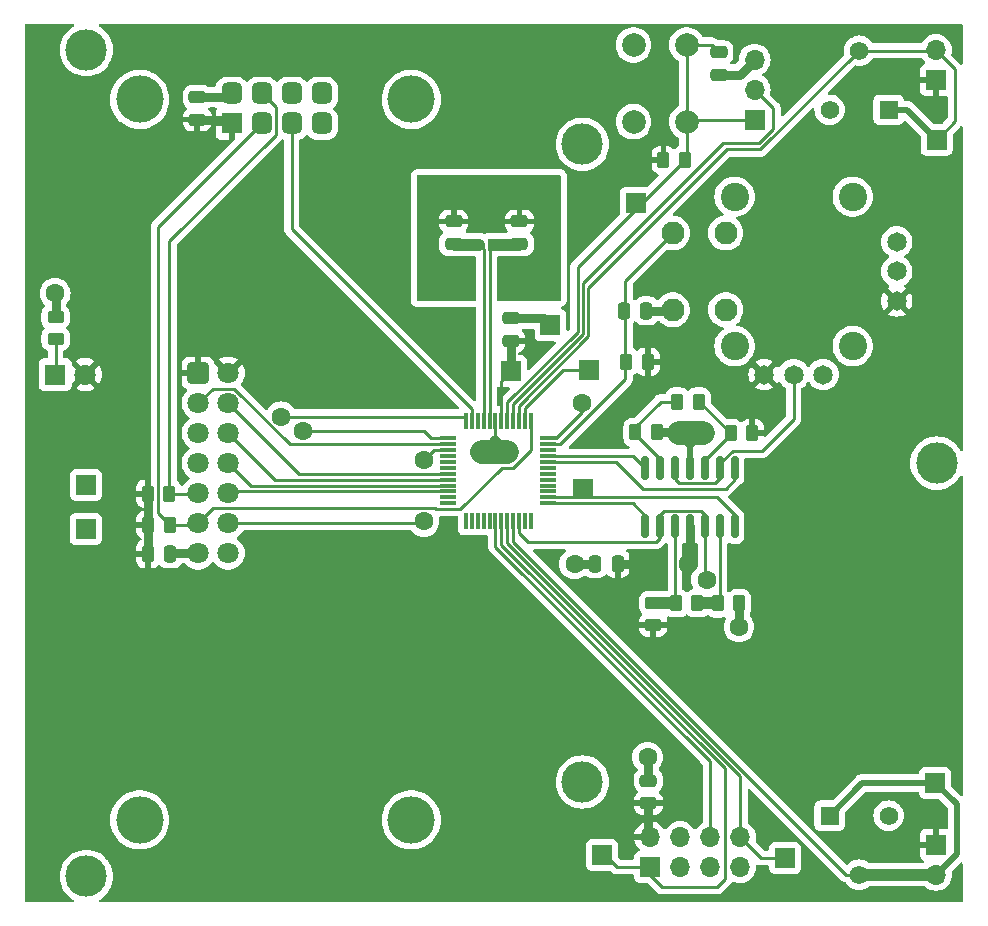
<source format=gbr>
%TF.GenerationSoftware,KiCad,Pcbnew,7.0.10*%
%TF.CreationDate,2025-03-18T10:51:50+01:00*%
%TF.ProjectId,maqueen,6d617175-6565-46e2-9e6b-696361645f70,rev?*%
%TF.SameCoordinates,Original*%
%TF.FileFunction,Copper,L1,Top*%
%TF.FilePolarity,Positive*%
%FSLAX46Y46*%
G04 Gerber Fmt 4.6, Leading zero omitted, Abs format (unit mm)*
G04 Created by KiCad (PCBNEW 7.0.10) date 2025-03-18 10:51:50*
%MOMM*%
%LPD*%
G01*
G04 APERTURE LIST*
G04 Aperture macros list*
%AMRoundRect*
0 Rectangle with rounded corners*
0 $1 Rounding radius*
0 $2 $3 $4 $5 $6 $7 $8 $9 X,Y pos of 4 corners*
0 Add a 4 corners polygon primitive as box body*
4,1,4,$2,$3,$4,$5,$6,$7,$8,$9,$2,$3,0*
0 Add four circle primitives for the rounded corners*
1,1,$1+$1,$2,$3*
1,1,$1+$1,$4,$5*
1,1,$1+$1,$6,$7*
1,1,$1+$1,$8,$9*
0 Add four rect primitives between the rounded corners*
20,1,$1+$1,$2,$3,$4,$5,0*
20,1,$1+$1,$4,$5,$6,$7,0*
20,1,$1+$1,$6,$7,$8,$9,0*
20,1,$1+$1,$8,$9,$2,$3,0*%
G04 Aperture macros list end*
%TA.AperFunction,ComponentPad*%
%ADD10RoundRect,0.250000X-0.650000X0.650000X-0.650000X-0.650000X0.650000X-0.650000X0.650000X0.650000X0*%
%TD*%
%TA.AperFunction,ComponentPad*%
%ADD11C,1.800000*%
%TD*%
%TA.AperFunction,ComponentPad*%
%ADD12C,3.500000*%
%TD*%
%TA.AperFunction,ComponentPad*%
%ADD13R,1.700000X1.700000*%
%TD*%
%TA.AperFunction,ComponentPad*%
%ADD14C,1.650000*%
%TD*%
%TA.AperFunction,ComponentPad*%
%ADD15C,1.950000*%
%TD*%
%TA.AperFunction,ComponentPad*%
%ADD16C,2.400000*%
%TD*%
%TA.AperFunction,ComponentPad*%
%ADD17O,1.700000X1.700000*%
%TD*%
%TA.AperFunction,SMDPad,CuDef*%
%ADD18RoundRect,0.250000X0.250000X0.475000X-0.250000X0.475000X-0.250000X-0.475000X0.250000X-0.475000X0*%
%TD*%
%TA.AperFunction,SMDPad,CuDef*%
%ADD19RoundRect,0.250000X-0.262500X-0.450000X0.262500X-0.450000X0.262500X0.450000X-0.262500X0.450000X0*%
%TD*%
%TA.AperFunction,SMDPad,CuDef*%
%ADD20RoundRect,0.250000X0.475000X-0.250000X0.475000X0.250000X-0.475000X0.250000X-0.475000X-0.250000X0*%
%TD*%
%TA.AperFunction,ComponentPad*%
%ADD21R,1.700000X1.800000*%
%TD*%
%TA.AperFunction,ComponentPad*%
%ADD22RoundRect,0.425000X0.425000X-0.475000X0.425000X0.475000X-0.425000X0.475000X-0.425000X-0.475000X0*%
%TD*%
%TA.AperFunction,ComponentPad*%
%ADD23C,4.000000*%
%TD*%
%TA.AperFunction,ComponentPad*%
%ADD24C,2.000000*%
%TD*%
%TA.AperFunction,SMDPad,CuDef*%
%ADD25RoundRect,0.250000X0.262500X0.450000X-0.262500X0.450000X-0.262500X-0.450000X0.262500X-0.450000X0*%
%TD*%
%TA.AperFunction,SMDPad,CuDef*%
%ADD26RoundRect,0.250000X-0.250000X-0.475000X0.250000X-0.475000X0.250000X0.475000X-0.250000X0.475000X0*%
%TD*%
%TA.AperFunction,ComponentPad*%
%ADD27R,1.560000X1.560000*%
%TD*%
%TA.AperFunction,ComponentPad*%
%ADD28C,1.560000*%
%TD*%
%TA.AperFunction,SMDPad,CuDef*%
%ADD29RoundRect,0.250000X0.450000X-0.262500X0.450000X0.262500X-0.450000X0.262500X-0.450000X-0.262500X0*%
%TD*%
%TA.AperFunction,ComponentPad*%
%ADD30R,1.800000X1.800000*%
%TD*%
%TA.AperFunction,SMDPad,CuDef*%
%ADD31RoundRect,0.250000X-0.475000X0.250000X-0.475000X-0.250000X0.475000X-0.250000X0.475000X0.250000X0*%
%TD*%
%TA.AperFunction,SMDPad,CuDef*%
%ADD32RoundRect,0.150000X0.150000X-0.825000X0.150000X0.825000X-0.150000X0.825000X-0.150000X-0.825000X0*%
%TD*%
%TA.AperFunction,ComponentPad*%
%ADD33R,1.000000X1.000000*%
%TD*%
%TA.AperFunction,ComponentPad*%
%ADD34O,1.000000X1.000000*%
%TD*%
%TA.AperFunction,SMDPad,CuDef*%
%ADD35R,0.300000X1.475000*%
%TD*%
%TA.AperFunction,SMDPad,CuDef*%
%ADD36R,1.475000X0.300000*%
%TD*%
%TA.AperFunction,ViaPad*%
%ADD37C,1.600000*%
%TD*%
%TA.AperFunction,Conductor*%
%ADD38C,0.250000*%
%TD*%
%TA.AperFunction,Conductor*%
%ADD39C,0.750000*%
%TD*%
%TA.AperFunction,Conductor*%
%ADD40C,0.500000*%
%TD*%
%TA.AperFunction,Conductor*%
%ADD41C,2.000000*%
%TD*%
%TA.AperFunction,Conductor*%
%ADD42C,1.000000*%
%TD*%
%ADD43RoundRect,0.250000X-0.650000X0.650000X-0.650000X-0.650000X0.650000X-0.650000X0.650000X0.650000X0*%
%ADD44C,1.800000*%
%ADD45C,3.500000*%
%ADD46R,1.700000X1.700000*%
%ADD47C,1.650000*%
%ADD48C,1.950000*%
%ADD49C,2.400000*%
%ADD50O,1.700000X1.700000*%
%ADD51RoundRect,0.250000X0.250000X0.475000X-0.250000X0.475000X-0.250000X-0.475000X0.250000X-0.475000X0*%
%ADD52RoundRect,0.250000X-0.262500X-0.450000X0.262500X-0.450000X0.262500X0.450000X-0.262500X0.450000X0*%
%ADD53RoundRect,0.250000X0.475000X-0.250000X0.475000X0.250000X-0.475000X0.250000X-0.475000X-0.250000X0*%
%ADD54R,1.700000X1.800000*%
%ADD55RoundRect,0.425000X0.425000X-0.475000X0.425000X0.475000X-0.425000X0.475000X-0.425000X-0.475000X0*%
%ADD56C,4.000000*%
%ADD57C,2.000000*%
%ADD58RoundRect,0.250000X0.262500X0.450000X-0.262500X0.450000X-0.262500X-0.450000X0.262500X-0.450000X0*%
%ADD59RoundRect,0.250000X-0.250000X-0.475000X0.250000X-0.475000X0.250000X0.475000X-0.250000X0.475000X0*%
%ADD60R,1.560000X1.560000*%
%ADD61C,1.560000*%
%ADD62RoundRect,0.250000X0.450000X-0.262500X0.450000X0.262500X-0.450000X0.262500X-0.450000X-0.262500X0*%
%ADD63R,1.800000X1.800000*%
%ADD64RoundRect,0.250000X-0.475000X0.250000X-0.475000X-0.250000X0.475000X-0.250000X0.475000X0.250000X0*%
%ADD65RoundRect,0.150000X0.150000X-0.825000X0.150000X0.825000X-0.150000X0.825000X-0.150000X-0.825000X0*%
%ADD66R,1.000000X1.000000*%
%ADD67O,1.000000X1.000000*%
%ADD68R,0.300000X1.475000*%
%ADD69R,1.475000X0.300000*%
G04 APERTURE END LIST*
D10*
%TO.P,J1,1,Pin_1*%
%TO.N,+3.3V*%
X124540000Y-92300000D03*
D11*
%TO.P,J1,2,Pin_2*%
X127080000Y-92300000D03*
%TO.P,J1,3,Pin_3*%
%TO.N,SCLK_SPI*%
X124540000Y-94840000D03*
%TO.P,J1,4,Pin_4*%
%TO.N,/P6.3*%
X127080000Y-94840000D03*
%TO.P,J1,5,Pin_5*%
%TO.N,MISO*%
X124540000Y-97380000D03*
%TO.P,J1,6,Pin_6*%
%TO.N,/P6.2*%
X127080000Y-97380000D03*
%TO.P,J1,7,Pin_7*%
%TO.N,MOSI*%
X124540000Y-99920000D03*
%TO.P,J1,8,Pin_8*%
%TO.N,/P6.1*%
X127080000Y-99920000D03*
%TO.P,J1,9,Pin_9*%
%TO.N,SCL_I2C*%
X124540000Y-102460000D03*
%TO.P,J1,10,Pin_10*%
%TO.N,/P6.0*%
X127080000Y-102460000D03*
%TO.P,J1,11,Pin_11*%
%TO.N,SDA_I2C*%
X124540000Y-105000000D03*
%TO.P,J1,12,Pin_12*%
%TO.N,SS_SPI*%
X127080000Y-105000000D03*
%TO.P,J1,13,Pin_13*%
%TO.N,GND*%
X124540000Y-107540000D03*
%TO.P,J1,14,Pin_14*%
X127080000Y-107540000D03*
D12*
%TO.P,J1,15*%
%TO.N,N/C*%
X187080000Y-99920000D03*
%TO.P,J1,16*%
X157080000Y-126920000D03*
%TO.P,J1,17*%
X157080000Y-72920000D03*
%TO.P,J1,18*%
X115080000Y-134920000D03*
%TO.P,J1,19*%
X115080000Y-64920000D03*
%TD*%
D13*
%TO.P,SMCLK1,1,1*%
%TO.N,R_JOYSTICK*%
X157110000Y-102090000D03*
%TD*%
%TO.P,RST_TDO/TDI1,1,1*%
%TO.N,TDO{slash}TDI*%
X161590000Y-77920000D03*
%TD*%
D14*
%TO.P,S1,1,1*%
%TO.N,+3.3V*%
X183690000Y-86190000D03*
%TO.P,S1,2,2*%
%TO.N,LR_JOYSTICK*%
X183690000Y-83690000D03*
%TO.P,S1,3,3*%
%TO.N,GND*%
X183690000Y-81190000D03*
%TO.P,S1,11,1'*%
%TO.N,+3.3V*%
X172460000Y-92420000D03*
%TO.P,S1,12,2'*%
%TO.N,FB_JOYSTICK*%
X174960000Y-92420000D03*
%TO.P,S1,13,3'*%
%TO.N,GND*%
X177460000Y-92420000D03*
D15*
%TO.P,S1,A1,COM_1*%
X169210000Y-80440000D03*
%TO.P,S1,B1,COM_2*%
%TO.N,unconnected-(S1-COM_2-PadB1)*%
X169210000Y-86940000D03*
%TO.P,S1,C1,NO_1*%
%TO.N,SEL_JOYSTICK*%
X164710000Y-80440000D03*
%TO.P,S1,D1,NO_2*%
%TO.N,GND*%
X164710000Y-86940000D03*
D16*
%TO.P,S1,MH1*%
%TO.N,N/C*%
X179960000Y-90015000D03*
%TO.P,S1,MH2*%
X179960000Y-77365000D03*
%TO.P,S1,MH3*%
X169960000Y-77365000D03*
%TO.P,S1,MH4*%
X169960000Y-90015000D03*
%TD*%
D13*
%TO.P,UART_RX1,1,1*%
%TO.N,/WIFI_UART_RX*%
X174244000Y-133350000D03*
%TD*%
%TO.P,SCL_I2C1,1,1*%
%TO.N,SCL_I2C*%
X115040000Y-101760000D03*
%TD*%
%TO.P,R4,1*%
%TO.N,+3.3V*%
X187000000Y-67500000D03*
D17*
%TO.P,R4,2*%
%TO.N,PHOTO2*%
X187000000Y-64960000D03*
%TD*%
D18*
%TO.P,C7,1*%
%TO.N,+3.3V*%
X160050000Y-108420000D03*
%TO.P,C7,2*%
%TO.N,GND*%
X158150000Y-108420000D03*
%TD*%
D19*
%TO.P,R8,1*%
%TO.N,Net-(U1B--)*%
X168530000Y-111800000D03*
%TO.P,R8,2*%
%TO.N,GND*%
X170355000Y-111800000D03*
%TD*%
%TO.P,R5,1*%
%TO.N,Net-(U1A-+)*%
X164990000Y-111790000D03*
%TO.P,R5,2*%
%TO.N,Net-(U1B--)*%
X166815000Y-111790000D03*
%TD*%
D20*
%TO.P,C4,1*%
%TO.N,+3.3V*%
X162650000Y-128710000D03*
%TO.P,C4,2*%
%TO.N,GND*%
X162650000Y-126810000D03*
%TD*%
D13*
%TO.P,J2,1,Pin_1*%
%TO.N,/WIFI_UART_TX*%
X162814000Y-134112000D03*
D17*
%TO.P,J2,2,Pin_2*%
%TO.N,+3.3V*%
X162814000Y-131572000D03*
%TO.P,J2,3,Pin_3*%
%TO.N,unconnected-(J2-Pin_3-Pad3)*%
X165354000Y-134112000D03*
%TO.P,J2,4,Pin_4*%
%TO.N,unconnected-(J2-Pin_4-Pad4)*%
X165354000Y-131572000D03*
%TO.P,J2,5,Pin_5*%
%TO.N,unconnected-(J2-Pin_5-Pad5)*%
X167894000Y-134112000D03*
%TO.P,J2,6,Pin_6*%
%TO.N,/WIFI_CE*%
X167894000Y-131572000D03*
%TO.P,J2,7,Pin_7*%
%TO.N,GND*%
X170434000Y-134112000D03*
%TO.P,J2,8,Pin_8*%
%TO.N,/WIFI_UART_RX*%
X170434000Y-131572000D03*
%TD*%
D13*
%TO.P,ACLK1,1,1*%
%TO.N,FB_JOYSTICK*%
X157640000Y-92060000D03*
%TD*%
D21*
%TO.P,LCD1,1,VDD*%
%TO.N,+3.3V*%
X127380000Y-71155000D03*
D22*
%TO.P,LCD1,2,VSS*%
%TO.N,GND*%
X127380000Y-68615000D03*
%TO.P,LCD1,3,SDA*%
%TO.N,SDA_I2C*%
X129920000Y-71155000D03*
%TO.P,LCD1,4,SCL*%
%TO.N,SCL_I2C*%
X129920000Y-68615000D03*
%TO.P,LCD1,5,RST*%
%TO.N,RST_LCD*%
X132460000Y-71155000D03*
%TO.P,LCD1,6,A*%
%TO.N,unconnected-(LCD1-A-Pad6)*%
X132460000Y-68615000D03*
%TO.P,LCD1,7,K*%
%TO.N,unconnected-(LCD1-K-Pad7)*%
X135000000Y-71155000D03*
%TO.P,LCD1,8,NC*%
%TO.N,unconnected-(LCD1-NC-Pad8)*%
X135000000Y-68615000D03*
D23*
%TO.P,LCD1,9*%
%TO.N,N/C*%
X142590000Y-69130000D03*
%TO.P,LCD1,10*%
X142590000Y-130130000D03*
%TO.P,LCD1,11*%
X119590000Y-130130000D03*
%TO.P,LCD1,12*%
X119590000Y-69130000D03*
%TD*%
D13*
%TO.P,LDR2,1,1*%
%TO.N,PHOTO2*%
X187060000Y-72530000D03*
%TD*%
D20*
%TO.P,C5,1*%
%TO.N,+3.3V*%
X124470000Y-70830000D03*
%TO.P,C5,2*%
%TO.N,GND*%
X124470000Y-68930000D03*
%TD*%
D24*
%TO.P,SW1,1,1*%
%TO.N,GND*%
X161400000Y-71010000D03*
X161400000Y-64510000D03*
%TO.P,SW1,2,2*%
%TO.N,TDO{slash}TDI*%
X165900000Y-71010000D03*
X165900000Y-64510000D03*
%TD*%
D25*
%TO.P,R13,1*%
%TO.N,+3.3V*%
X162602500Y-91330000D03*
%TO.P,R13,2*%
%TO.N,SEL_JOYSTICK*%
X160777500Y-91330000D03*
%TD*%
D13*
%TO.P,uC_VCC1,1,1*%
%TO.N,+3.3V*%
X151010000Y-92140000D03*
%TD*%
D20*
%TO.P,C2,1*%
%TO.N,+3.3V*%
X151010000Y-89570000D03*
%TO.P,C2,2*%
%TO.N,GND*%
X151010000Y-87670000D03*
%TD*%
D13*
%TO.P,uC_GND1,1,1*%
%TO.N,GND*%
X154370000Y-88260000D03*
%TD*%
D19*
%TO.P,R2,1*%
%TO.N,+3.3V*%
X120317500Y-105140000D03*
%TO.P,R2,2*%
%TO.N,SDA_I2C*%
X122142500Y-105140000D03*
%TD*%
D13*
%TO.P,LDR1,1,1*%
%TO.N,PHOTO1*%
X186940000Y-127000000D03*
%TD*%
D26*
%TO.P,C1,1*%
%TO.N,SEL_JOYSTICK*%
X160570000Y-87030000D03*
%TO.P,C1,2*%
%TO.N,GND*%
X162470000Y-87030000D03*
%TD*%
D19*
%TO.P,R11,1*%
%TO.N,+3.3V*%
X163937500Y-74250000D03*
%TO.P,R11,2*%
%TO.N,TDO{slash}TDI*%
X165762500Y-74250000D03*
%TD*%
D27*
%TO.P,RV2,1,1*%
%TO.N,PHOTO2*%
X183000000Y-70000000D03*
D28*
%TO.P,RV2,2,2*%
X180500000Y-65000000D03*
%TO.P,RV2,3,3*%
%TO.N,GND*%
X178000000Y-70000000D03*
%TD*%
D25*
%TO.P,R6,1*%
%TO.N,Net-(U1C-+)*%
X166932500Y-94710000D03*
%TO.P,R6,2*%
%TO.N,Net-(U1D--)*%
X165107500Y-94710000D03*
%TD*%
D13*
%TO.P,J3,1,Pin_1*%
%TO.N,TDO{slash}TDI*%
X171650000Y-70840000D03*
D17*
%TO.P,J3,2,Pin_2*%
%TO.N,TCK*%
X171650000Y-68300000D03*
%TO.P,J3,3,Pin_3*%
%TO.N,GND*%
X171650000Y-65760000D03*
%TD*%
D29*
%TO.P,R9,1*%
%TO.N,+3.3V*%
X163062500Y-113612500D03*
%TO.P,R9,2*%
%TO.N,Net-(U1A-+)*%
X163062500Y-111787500D03*
%TD*%
D30*
%TO.P,D1,1,K*%
%TO.N,Net-(D1-K)*%
X112450000Y-92420000D03*
D11*
%TO.P,D1,2,A*%
%TO.N,+3.3V*%
X114990000Y-92420000D03*
%TD*%
D29*
%TO.P,R12,1*%
%TO.N,Net-(D1-K)*%
X112470000Y-89382500D03*
%TO.P,R12,2*%
%TO.N,GND*%
X112470000Y-87557500D03*
%TD*%
D13*
%TO.P,R1,1*%
%TO.N,+3.3V*%
X187000000Y-132225000D03*
D17*
%TO.P,R1,2*%
%TO.N,PHOTO1*%
X187000000Y-134765000D03*
%TD*%
D31*
%TO.P,C9,1*%
%TO.N,TDO{slash}TDI*%
X168640000Y-65130000D03*
%TO.P,C9,2*%
%TO.N,GND*%
X168640000Y-67030000D03*
%TD*%
D32*
%TO.P,U1,1*%
%TO.N,L_JOYSTICK*%
X162370000Y-105275000D03*
%TO.P,U1,2,-*%
%TO.N,LR_JOYSTICK*%
X163640000Y-105275000D03*
%TO.P,U1,3,+*%
%TO.N,Net-(U1A-+)*%
X164910000Y-105275000D03*
%TO.P,U1,4,V+*%
%TO.N,+3.3V*%
X166180000Y-105275000D03*
%TO.P,U1,5,+*%
%TO.N,LR_JOYSTICK*%
X167450000Y-105275000D03*
%TO.P,U1,6,-*%
%TO.N,Net-(U1B--)*%
X168720000Y-105275000D03*
%TO.P,U1,7*%
%TO.N,R_JOYSTICK*%
X169990000Y-105275000D03*
%TO.P,U1,8*%
%TO.N,F_JOYSTICK*%
X169990000Y-100325000D03*
%TO.P,U1,9,-*%
%TO.N,FB_JOYSTICK*%
X168720000Y-100325000D03*
%TO.P,U1,10,+*%
%TO.N,Net-(U1C-+)*%
X167450000Y-100325000D03*
%TO.P,U1,11,V-*%
%TO.N,GND*%
X166180000Y-100325000D03*
%TO.P,U1,12,+*%
%TO.N,FB_JOYSTICK*%
X164910000Y-100325000D03*
%TO.P,U1,13,-*%
%TO.N,Net-(U1D--)*%
X163640000Y-100325000D03*
%TO.P,U1,14*%
%TO.N,B_JOYSTICK*%
X162370000Y-100325000D03*
%TD*%
D25*
%TO.P,R7,1*%
%TO.N,+3.3V*%
X171452500Y-97390000D03*
%TO.P,R7,2*%
%TO.N,Net-(U1C-+)*%
X169627500Y-97390000D03*
%TD*%
D13*
%TO.P,UART_TX1,1,1*%
%TO.N,/WIFI_UART_TX*%
X158750000Y-133096000D03*
%TD*%
D19*
%TO.P,R10,1*%
%TO.N,Net-(U1D--)*%
X161557500Y-97310000D03*
%TO.P,R10,2*%
%TO.N,GND*%
X163382500Y-97310000D03*
%TD*%
D27*
%TO.P,RV1,1,1*%
%TO.N,PHOTO1*%
X178000000Y-129760000D03*
D28*
%TO.P,RV1,2,2*%
X180500000Y-134760000D03*
%TO.P,RV1,3,3*%
%TO.N,GND*%
X183000000Y-129760000D03*
%TD*%
D19*
%TO.P,R3,1*%
%TO.N,+3.3V*%
X120267500Y-102510000D03*
%TO.P,R3,2*%
%TO.N,SCL_I2C*%
X122092500Y-102510000D03*
%TD*%
D26*
%TO.P,C3,1*%
%TO.N,+3.3V*%
X120290000Y-107610000D03*
%TO.P,C3,2*%
%TO.N,GND*%
X122190000Y-107610000D03*
%TD*%
D13*
%TO.P,SDA_I2C1,1,1*%
%TO.N,SDA_I2C*%
X115020000Y-105500000D03*
%TD*%
D20*
%TO.P,Cload2,1*%
%TO.N,/CLK-*%
X146185000Y-81360000D03*
%TO.P,Cload2,2*%
%TO.N,GND*%
X146185000Y-79460000D03*
%TD*%
%TO.P,Cload1,1*%
%TO.N,/CLK+*%
X151745000Y-81360000D03*
%TO.P,Cload1,2*%
%TO.N,GND*%
X151745000Y-79460000D03*
%TD*%
D33*
%TO.P,Y1,1,1*%
%TO.N,/CLK+*%
X149615000Y-81420000D03*
D34*
%TO.P,Y1,2,2*%
%TO.N,/CLK-*%
X148345000Y-81420000D03*
%TD*%
D35*
%TO.P,IC1,1,P1.2/UCB0SIMO/UCB0SDA/TB0TRG/OA0-/A2/VEREF-*%
%TO.N,SDA_I2C*%
X152710000Y-96332000D03*
%TO.P,IC1,2,P1.1/UCB0CLK/ACLK/OA0O/COMP0.1/A1*%
%TO.N,FB_JOYSTICK*%
X152210000Y-96332000D03*
%TO.P,IC1,3,P1.0/UCB0STE/SMCLK/COMP0.0/A0/VEREF+*%
%TO.N,PHOTO2*%
X151710000Y-96332000D03*
%TO.P,IC1,4,TEST/SBWTCK*%
%TO.N,TCK*%
X151210000Y-96332000D03*
%TO.P,IC1,5,~{RST}/NMI/SBWTDIO*%
%TO.N,TDO{slash}TDI*%
X150710000Y-96332000D03*
%TO.P,IC1,6,DVCC*%
%TO.N,+3.3V*%
X150210000Y-96332000D03*
%TO.P,IC1,7,DVSS*%
%TO.N,GND*%
X149710000Y-96332000D03*
%TO.P,IC1,8,P2.7/TB0CLK/XIN*%
%TO.N,/CLK+*%
X149210000Y-96332000D03*
%TO.P,IC1,9,P2.6/MCLK/XOUT*%
%TO.N,/CLK-*%
X148710000Y-96332000D03*
%TO.P,IC1,10,P2.5/COMP1.0*%
%TO.N,unconnected-(IC1-P2.5{slash}COMP1.0-Pad10)*%
X148210000Y-96332000D03*
%TO.P,IC1,11,P2.4/COMP1.1*%
%TO.N,RST_LCD*%
X147710000Y-96332000D03*
%TO.P,IC1,12,P4.7/UCB1SOMI/UCB1SCL*%
%TO.N,MISO*%
X147210000Y-96332000D03*
D36*
%TO.P,IC1,13,P4.6/UCB1SIMO/UCB1SDA*%
%TO.N,MOSI*%
X145722000Y-97820000D03*
%TO.P,IC1,14,P4.5/UCB1CLK*%
%TO.N,SCLK_SPI*%
X145722000Y-98320000D03*
%TO.P,IC1,15,P4.4/UCB1STE*%
%TO.N,SS_SPI*%
X145722000Y-98820000D03*
%TO.P,IC1,16,P6.6/TB3CLK*%
%TO.N,unconnected-(IC1-P6.6{slash}TB3CLK-Pad16)*%
X145722000Y-99320000D03*
%TO.P,IC1,17,P6.5/TB3.6*%
%TO.N,unconnected-(IC1-P6.5{slash}TB3.6-Pad17)*%
X145722000Y-99820000D03*
%TO.P,IC1,18,P6.4/TB3.5*%
%TO.N,unconnected-(IC1-P6.4{slash}TB3.5-Pad18)*%
X145722000Y-100320000D03*
%TO.P,IC1,19,P6.3/TB3.4*%
%TO.N,/P6.3*%
X145722000Y-100820000D03*
%TO.P,IC1,20,P6.2/TB3.3*%
%TO.N,/P6.2*%
X145722000Y-101320000D03*
%TO.P,IC1,21,P6.1/TB3.2*%
%TO.N,/P6.1*%
X145722000Y-101820000D03*
%TO.P,IC1,22,P6.0/TB3.1*%
%TO.N,/P6.0*%
X145722000Y-102320000D03*
%TO.P,IC1,23,P4.3/UCA1TXD/UCA1SIMO/~{UCA1TXD}*%
%TO.N,unconnected-(IC1-P4.3{slash}UCA1TXD{slash}UCA1SIMO{slash}~{UCA1TXD}-Pad23)*%
X145722000Y-102820000D03*
%TO.P,IC1,24,P4.2/UCA1RXD/UCA1SOMI/~{UCA1RXD}*%
%TO.N,unconnected-(IC1-P4.2{slash}UCA1RXD{slash}UCA1SOMI{slash}~{UCA1RXD}-Pad24)*%
X145722000Y-103320000D03*
D35*
%TO.P,IC1,25,P4.1/UCA1CLK*%
%TO.N,unconnected-(IC1-P4.1{slash}UCA1CLK-Pad25)*%
X147210000Y-104808000D03*
%TO.P,IC1,26,P4.0/UCA1STE/ISOTXD/ISORXD*%
%TO.N,unconnected-(IC1-P4.0{slash}UCA1STE{slash}ISOTXD{slash}ISORXD-Pad26)*%
X147710000Y-104808000D03*
%TO.P,IC1,27,P2.3/TB1TRG*%
%TO.N,unconnected-(IC1-P2.3{slash}TB1TRG-Pad27)*%
X148210000Y-104808000D03*
%TO.P,IC1,28,P2.2/TB1CLK*%
%TO.N,unconnected-(IC1-P2.2{slash}TB1CLK-Pad28)*%
X148710000Y-104808000D03*
%TO.P,IC1,29,P2.1/TB1.2/COMP1.O*%
%TO.N,unconnected-(IC1-P2.1{slash}TB1.2{slash}COMP1.O-Pad29)*%
X149210000Y-104808000D03*
%TO.P,IC1,30,P2.0/TB1.1/COMP0.O*%
%TO.N,/WIFI_CE*%
X149710000Y-104808000D03*
%TO.P,IC1,31,P1.7/UCA0TXD/UCA0SIMO/TB0.2/TDO/OA1+/A7/VREF+*%
%TO.N,/WIFI_UART_TX*%
X150210000Y-104808000D03*
%TO.P,IC1,32,P1.6/UCA0RXD/UCA0SOMI/TB0.1/TDI/TCLK/OA1-/A6*%
%TO.N,/WIFI_UART_RX*%
X150710000Y-104808000D03*
%TO.P,IC1,33,P1.5/UCA0CLK/TMS/OA1O/A5*%
%TO.N,PHOTO1*%
X151210000Y-104808000D03*
%TO.P,IC1,34,P1.4/UCA0STE/TCK/A4*%
%TO.N,LR_JOYSTICK*%
X151710000Y-104808000D03*
%TO.P,IC1,35,P3.7/OA3+*%
%TO.N,unconnected-(IC1-P3.7{slash}OA3+-Pad35)*%
X152210000Y-104808000D03*
%TO.P,IC1,36,P3.6/OA3-*%
%TO.N,unconnected-(IC1-P3.6{slash}OA3--Pad36)*%
X152710000Y-104808000D03*
D36*
%TO.P,IC1,37,P3.5/OA3O*%
%TO.N,L_JOYSTICK*%
X154198000Y-103320000D03*
%TO.P,IC1,38,P3.4/SMCLK*%
%TO.N,R_JOYSTICK*%
X154198000Y-102820000D03*
%TO.P,IC1,39,P5.4*%
%TO.N,unconnected-(IC1-P5.4-Pad39)*%
X154198000Y-102320000D03*
%TO.P,IC1,40,P5.3/TB2TRG/A11*%
%TO.N,unconnected-(IC1-P5.3{slash}TB2TRG{slash}A11-Pad40)*%
X154198000Y-101820000D03*
%TO.P,IC1,41,P5.2/TB2CLK/A10*%
%TO.N,unconnected-(IC1-P5.2{slash}TB2CLK{slash}A10-Pad41)*%
X154198000Y-101320000D03*
%TO.P,IC1,42,P5.1/TB2.2/MFM.TX/A9*%
%TO.N,unconnected-(IC1-P5.1{slash}TB2.2{slash}MFM.TX{slash}A9-Pad42)*%
X154198000Y-100820000D03*
%TO.P,IC1,43,P5.0/TB2.1/MFM.RX/A8*%
%TO.N,unconnected-(IC1-P5.0{slash}TB2.1{slash}MFM.RX{slash}A8-Pad43)*%
X154198000Y-100320000D03*
%TO.P,IC1,44,P3.3/OA2+*%
%TO.N,F_JOYSTICK*%
X154198000Y-99820000D03*
%TO.P,IC1,45,P3.2/OA2-*%
%TO.N,B_JOYSTICK*%
X154198000Y-99320000D03*
%TO.P,IC1,46,P3.1/OA2O*%
%TO.N,unconnected-(IC1-P3.1{slash}OA2O-Pad46)*%
X154198000Y-98820000D03*
%TO.P,IC1,47,P3.0/MCLK*%
%TO.N,SEL_JOYSTICK*%
X154198000Y-98320000D03*
%TO.P,IC1,48,P1.3/UCB0SOMI/UCB0SCL/OA0+/A3*%
%TO.N,SCL_I2C*%
X154198000Y-97820000D03*
%TD*%
D37*
%TO.N,+3.3V*%
X137280000Y-82220000D03*
X162090000Y-108450000D03*
X166035000Y-108440000D03*
X163830000Y-116332000D03*
X158300000Y-118100000D03*
X140910000Y-92160000D03*
X119160000Y-92360000D03*
X134640000Y-84860000D03*
%TO.N,GND*%
X165220000Y-97335000D03*
X144060000Y-76795000D03*
X154060000Y-78795000D03*
X154075000Y-84950000D03*
X154060000Y-82795000D03*
X148060000Y-76795000D03*
X144060000Y-80795000D03*
X170332500Y-113780000D03*
X152060000Y-76795000D03*
X144075000Y-84950000D03*
X146060000Y-76795000D03*
X148580000Y-98980000D03*
X162590000Y-124820000D03*
X150660000Y-98980000D03*
X144060000Y-82795000D03*
X167300000Y-97335000D03*
X150060000Y-76795000D03*
X154060000Y-76795000D03*
X154060000Y-80795000D03*
X112430000Y-85540000D03*
X144060000Y-78795000D03*
X156410000Y-108460000D03*
%TO.N,MISO*%
X131566702Y-96003298D03*
%TO.N,MOSI*%
X133440000Y-97195000D03*
%TO.N,SS_SPI*%
X143640000Y-99695000D03*
X143660000Y-104860000D03*
%TO.N,SCL_I2C*%
X157074504Y-94864504D03*
%TO.N,LR_JOYSTICK*%
X167595000Y-109790000D03*
%TD*%
D38*
%TO.N,SDA_I2C*%
X124540000Y-105000000D02*
X125815000Y-103725000D01*
X121155000Y-79920000D02*
X121155000Y-104152500D01*
X121155000Y-104152500D02*
X122142500Y-105140000D01*
X151208833Y-100305000D02*
X152710000Y-98803833D01*
X150225000Y-100305000D02*
X151208833Y-100305000D01*
X144659500Y-103795000D02*
X146735000Y-103795000D01*
X122142500Y-105140000D02*
X124400000Y-105140000D01*
X146735000Y-103795000D02*
X150225000Y-100305000D01*
X125815000Y-103725000D02*
X144589500Y-103725000D01*
X124400000Y-105140000D02*
X124540000Y-105000000D01*
X129920000Y-71155000D02*
X121155000Y-79920000D01*
X144589500Y-103725000D02*
X144659500Y-103795000D01*
X152710000Y-98803833D02*
X152710000Y-96332000D01*
D39*
%TO.N,+3.3V*%
X162650000Y-128710000D02*
X162650000Y-131408000D01*
X120317500Y-107582500D02*
X120290000Y-107610000D01*
X162090000Y-108450000D02*
X160080000Y-108450000D01*
X166035000Y-108440000D02*
X166180000Y-108295000D01*
X160110000Y-108450000D02*
X160070000Y-108490000D01*
X120317500Y-105140000D02*
X120317500Y-107582500D01*
D38*
X150210000Y-96332000D02*
X150210000Y-92940000D01*
D39*
X160080000Y-108450000D02*
X160050000Y-108420000D01*
X151010000Y-92140000D02*
X151010000Y-89570000D01*
D38*
X150210000Y-92940000D02*
X151010000Y-92140000D01*
D39*
X120267500Y-105090000D02*
X120317500Y-105140000D01*
X127055000Y-70830000D02*
X127380000Y-71155000D01*
X162650000Y-131408000D02*
X162814000Y-131572000D01*
X120267500Y-102510000D02*
X120267500Y-105090000D01*
X166180000Y-108295000D02*
X166180000Y-105275000D01*
X124470000Y-70830000D02*
X127055000Y-70830000D01*
X151010000Y-92140000D02*
X151446000Y-92140000D01*
%TO.N,GND*%
X112470000Y-85580000D02*
X112430000Y-85540000D01*
X127065000Y-68930000D02*
X127380000Y-68615000D01*
X122260000Y-107540000D02*
X122190000Y-107610000D01*
X156440000Y-108490000D02*
X156410000Y-108460000D01*
D40*
X150660000Y-98790000D02*
X149700000Y-97830000D01*
D39*
X151010000Y-87670000D02*
X153780000Y-87670000D01*
X168640000Y-67030000D02*
X170380000Y-67030000D01*
D41*
X165220000Y-97335000D02*
X167300000Y-97335000D01*
D39*
X162650000Y-124880000D02*
X162590000Y-124820000D01*
X170355000Y-113757500D02*
X170355000Y-111800000D01*
D40*
X167300000Y-97335000D02*
X167300000Y-97365000D01*
X148580000Y-98950000D02*
X149700000Y-97830000D01*
D38*
X149710000Y-96332000D02*
X149710000Y-98100000D01*
X151967500Y-79280000D02*
X152147500Y-79460000D01*
D39*
X170332500Y-113780000D02*
X170355000Y-113757500D01*
D40*
X150660000Y-98980000D02*
X150660000Y-98790000D01*
D39*
X162650000Y-126810000D02*
X162650000Y-124880000D01*
D40*
X165220000Y-97525000D02*
X166180000Y-98485000D01*
D39*
X156410000Y-108460000D02*
X158110000Y-108460000D01*
X163382500Y-97310000D02*
X165195000Y-97310000D01*
X158110000Y-108460000D02*
X158150000Y-108420000D01*
X124470000Y-68930000D02*
X127065000Y-68930000D01*
X153780000Y-87670000D02*
X154370000Y-88260000D01*
D40*
X167300000Y-97365000D02*
X166180000Y-98485000D01*
D39*
X162470000Y-87030000D02*
X164620000Y-87030000D01*
X165195000Y-97310000D02*
X165220000Y-97335000D01*
D40*
X166180000Y-98485000D02*
X166180000Y-100325000D01*
X148580000Y-98980000D02*
X148580000Y-98950000D01*
D41*
X150660000Y-98980000D02*
X148580000Y-98980000D01*
D39*
X112470000Y-87557500D02*
X112470000Y-85580000D01*
D40*
X165220000Y-97335000D02*
X165220000Y-97525000D01*
D39*
X170380000Y-67030000D02*
X171650000Y-65760000D01*
X164620000Y-87030000D02*
X164710000Y-86940000D01*
X124540000Y-107540000D02*
X122260000Y-107540000D01*
D38*
%TO.N,MISO*%
X147210000Y-95975000D02*
X131595000Y-95975000D01*
X147210000Y-96332000D02*
X147210000Y-95975000D01*
X131595000Y-95975000D02*
X131566702Y-96003298D01*
%TO.N,MOSI*%
X144295000Y-97820000D02*
X143650000Y-97175000D01*
X145722000Y-97820000D02*
X144295000Y-97820000D01*
X133460000Y-97175000D02*
X133440000Y-97195000D01*
X143650000Y-97175000D02*
X133460000Y-97175000D01*
%TO.N,SCLK_SPI*%
X125765000Y-93615000D02*
X124540000Y-94840000D01*
X145722000Y-98320000D02*
X132292412Y-98320000D01*
X127587412Y-93615000D02*
X125765000Y-93615000D01*
X132292412Y-98320000D02*
X127587412Y-93615000D01*
%TO.N,SS_SPI*%
X145722000Y-98820000D02*
X144515000Y-98820000D01*
X143660000Y-104860000D02*
X143520000Y-105000000D01*
X143520000Y-105000000D02*
X127080000Y-105000000D01*
X144515000Y-98820000D02*
X143640000Y-99695000D01*
%TO.N,/WIFI_UART_RX*%
X170434000Y-126433482D02*
X150710000Y-106709482D01*
X174244000Y-133350000D02*
X172212000Y-133350000D01*
X172212000Y-133350000D02*
X170434000Y-131572000D01*
X170434000Y-131572000D02*
X170434000Y-126433482D01*
X150710000Y-106709482D02*
X150710000Y-104808000D01*
%TO.N,/WIFI_UART_TX*%
X162814000Y-134112000D02*
X162814000Y-134814000D01*
X163800000Y-135800000D02*
X168500000Y-135800000D01*
X162814000Y-134814000D02*
X163800000Y-135800000D01*
X159004000Y-133096000D02*
X160020000Y-134112000D01*
X158750000Y-133096000D02*
X159004000Y-133096000D01*
X169132061Y-125767939D02*
X150210000Y-106845878D01*
X169132061Y-135167939D02*
X169132061Y-125767939D01*
X150210000Y-106845878D02*
X150210000Y-104808000D01*
X160020000Y-134112000D02*
X162814000Y-134112000D01*
X168500000Y-135800000D02*
X169132061Y-135167939D01*
%TO.N,/P6.3*%
X145722000Y-100820000D02*
X133060000Y-100820000D01*
X133060000Y-100820000D02*
X127080000Y-94840000D01*
%TO.N,/P6.2*%
X131020000Y-101320000D02*
X127080000Y-97380000D01*
X145722000Y-101320000D02*
X131020000Y-101320000D01*
%TO.N,SEL_JOYSTICK*%
X155210000Y-98320000D02*
X154198000Y-98320000D01*
X160690000Y-92840000D02*
X155210000Y-98320000D01*
X164710000Y-80440000D02*
X160690000Y-84460000D01*
X160690000Y-84460000D02*
X160690000Y-92840000D01*
%TO.N,SCL_I2C*%
X122092500Y-102510000D02*
X124490000Y-102510000D01*
X131095000Y-69790000D02*
X131095000Y-72135000D01*
X122092500Y-81137500D02*
X122092500Y-102510000D01*
X154810000Y-97820000D02*
X154198000Y-97820000D01*
X157074504Y-95555496D02*
X154810000Y-97820000D01*
X157074504Y-94864504D02*
X157074504Y-95555496D01*
X131095000Y-72135000D02*
X122092500Y-81137500D01*
X124490000Y-102510000D02*
X124540000Y-102460000D01*
X129920000Y-68615000D02*
X131095000Y-69790000D01*
%TO.N,Net-(D1-K)*%
X112470000Y-89382500D02*
X112470000Y-92400000D01*
X112470000Y-92400000D02*
X112450000Y-92420000D01*
%TO.N,TDO{slash}TDI*%
X166070000Y-70840000D02*
X165900000Y-71010000D01*
X171650000Y-70840000D02*
X166070000Y-70840000D01*
X168020000Y-64510000D02*
X168640000Y-65130000D01*
X165900000Y-71010000D02*
X165900000Y-74112500D01*
X165900000Y-64510000D02*
X168020000Y-64510000D01*
X165900000Y-74112500D02*
X165762500Y-74250000D01*
X156670000Y-88810000D02*
X150710000Y-94770000D01*
X165900000Y-64510000D02*
X165900000Y-71010000D01*
X156670000Y-83342500D02*
X156670000Y-88810000D01*
X165762500Y-74250000D02*
X156670000Y-83342500D01*
X150710000Y-94770000D02*
X150710000Y-96332000D01*
%TO.N,LR_JOYSTICK*%
X163314999Y-106575000D02*
X152439500Y-106575000D01*
X167450000Y-109645000D02*
X167450000Y-105275000D01*
X152439500Y-106575000D02*
X151710000Y-105845500D01*
X163640000Y-105275000D02*
X163640000Y-104300001D01*
X167124999Y-103975000D02*
X167450000Y-104300001D01*
X151710000Y-105845500D02*
X151710000Y-104808000D01*
X163640000Y-106249999D02*
X163314999Y-106575000D01*
X167450000Y-104300001D02*
X167450000Y-105275000D01*
X163640000Y-105275000D02*
X163640000Y-106249999D01*
X163640000Y-104300001D02*
X163965001Y-103975000D01*
X167595000Y-109790000D02*
X167450000Y-109645000D01*
X163965001Y-103975000D02*
X167124999Y-103975000D01*
%TO.N,FB_JOYSTICK*%
X168720000Y-101180000D02*
X168720000Y-100325000D01*
X152210000Y-95294500D02*
X155444500Y-92060000D01*
X168275000Y-101625000D02*
X168720000Y-101180000D01*
X155444500Y-92060000D02*
X157640000Y-92060000D01*
X174960000Y-96210000D02*
X172310000Y-98860000D01*
X172310000Y-98860000D02*
X169804092Y-98860000D01*
X164910000Y-100325000D02*
X164910000Y-101299999D01*
X174960000Y-92420000D02*
X174960000Y-96210000D01*
X165235001Y-101625000D02*
X168275000Y-101625000D01*
X168720000Y-99944092D02*
X168720000Y-100325000D01*
X169804092Y-98860000D02*
X168720000Y-99944092D01*
X164910000Y-101299999D02*
X165235001Y-101625000D01*
X152210000Y-96332000D02*
X152210000Y-95294500D01*
%TO.N,TCK*%
X151210000Y-94906396D02*
X151210000Y-96332000D01*
X171650000Y-68300000D02*
X173240000Y-69890000D01*
X157120000Y-88996396D02*
X151210000Y-94906396D01*
X172040000Y-72800000D02*
X169000000Y-72800000D01*
X157120000Y-84680000D02*
X157120000Y-88996396D01*
X173240000Y-69890000D02*
X173240000Y-71600000D01*
X169000000Y-72800000D02*
X157120000Y-84680000D01*
X173240000Y-71600000D02*
X172040000Y-72800000D01*
%TO.N,R_JOYSTICK*%
X169990000Y-105275000D02*
X169990000Y-104300001D01*
X169990000Y-104300001D02*
X168509999Y-102820000D01*
X168509999Y-102820000D02*
X154198000Y-102820000D01*
%TO.N,F_JOYSTICK*%
X159940000Y-99820000D02*
X154198000Y-99820000D01*
X169990000Y-100325000D02*
X169990000Y-101299999D01*
X169990000Y-101299999D02*
X169199999Y-102090000D01*
X162210000Y-102090000D02*
X159940000Y-99820000D01*
X169199999Y-102090000D02*
X162210000Y-102090000D01*
%TO.N,B_JOYSTICK*%
X161365000Y-99320000D02*
X154198000Y-99320000D01*
X162370000Y-100325000D02*
X161365000Y-99320000D01*
%TO.N,L_JOYSTICK*%
X161320000Y-103320000D02*
X154198000Y-103320000D01*
X162370000Y-105275000D02*
X162370000Y-104370000D01*
X162370000Y-104370000D02*
X161320000Y-103320000D01*
%TO.N,Net-(U1A-+)*%
X164910000Y-111710000D02*
X164990000Y-111790000D01*
X164945000Y-111745000D02*
X164990000Y-111790000D01*
X164910000Y-105275000D02*
X164910000Y-111710000D01*
D42*
X164990000Y-111790000D02*
X163255000Y-111790000D01*
D38*
X164977500Y-105342500D02*
X164910000Y-105275000D01*
X163255000Y-111790000D02*
X163062500Y-111597500D01*
%TO.N,Net-(U1B--)*%
X168755000Y-111575000D02*
X168530000Y-111800000D01*
X168720000Y-111590000D02*
X168520000Y-111790000D01*
X168520000Y-111790000D02*
X168530000Y-111800000D01*
X168517500Y-105477500D02*
X168720000Y-105275000D01*
D42*
X166815000Y-111790000D02*
X168520000Y-111790000D01*
D38*
X168720000Y-105275000D02*
X168720000Y-111590000D01*
%TO.N,Net-(U1C-+)*%
X169627500Y-97492500D02*
X169627500Y-97390000D01*
X167450000Y-99670000D02*
X169627500Y-97492500D01*
X166947500Y-94710000D02*
X169627500Y-97390000D01*
X167450000Y-100325000D02*
X167450000Y-99670000D01*
X166932500Y-94710000D02*
X166947500Y-94710000D01*
%TO.N,Net-(U1D--)*%
X163640000Y-100325000D02*
X163640000Y-99540000D01*
X161557500Y-97457500D02*
X161557500Y-97310000D01*
X161557500Y-97310000D02*
X161557500Y-96842500D01*
X163640000Y-99540000D02*
X161557500Y-97457500D01*
X163690000Y-94710000D02*
X165107500Y-94710000D01*
X161557500Y-96842500D02*
X163690000Y-94710000D01*
%TO.N,/P6.1*%
X145722000Y-101820000D02*
X128980000Y-101820000D01*
X128980000Y-101820000D02*
X127080000Y-99920000D01*
%TO.N,/P6.0*%
X127220000Y-102320000D02*
X145722000Y-102320000D01*
X127080000Y-102460000D02*
X127220000Y-102320000D01*
%TO.N,/CLK+*%
X151685000Y-81420000D02*
X151745000Y-81360000D01*
D42*
X149615000Y-81420000D02*
X151685000Y-81420000D01*
D38*
X149210000Y-96332000D02*
X149210000Y-81825000D01*
X149615000Y-81420000D02*
X151950000Y-81420000D01*
X149210000Y-81825000D02*
X149615000Y-81420000D01*
%TO.N,/CLK-*%
X148710000Y-81785000D02*
X148285000Y-81360000D01*
X148285000Y-81360000D02*
X146185000Y-81360000D01*
X146245000Y-81420000D02*
X146185000Y-81360000D01*
D42*
X148345000Y-81420000D02*
X146245000Y-81420000D01*
D38*
X148710000Y-96332000D02*
X148710000Y-81785000D01*
X148710000Y-81785000D02*
X148345000Y-81420000D01*
%TO.N,RST_LCD*%
X132460000Y-71155000D02*
X132460000Y-80120000D01*
X132460000Y-80120000D02*
X147710000Y-95370000D01*
X147710000Y-95370000D02*
X147710000Y-96332000D01*
%TO.N,PHOTO2*%
X169290000Y-73350000D02*
X172150000Y-73350000D01*
D40*
X183000000Y-70000000D02*
X184530000Y-70000000D01*
D38*
X180500000Y-65000000D02*
X186960000Y-65000000D01*
X151710000Y-96332000D02*
X151710000Y-95042792D01*
X157570000Y-85070000D02*
X169290000Y-73350000D01*
D40*
X184530000Y-70000000D02*
X187060000Y-72530000D01*
D38*
X188630000Y-70960000D02*
X188630000Y-66590000D01*
X151710000Y-95042792D02*
X157570000Y-89182792D01*
X172150000Y-73350000D02*
X180500000Y-65000000D01*
X157570000Y-89182792D02*
X157570000Y-85070000D01*
X186960000Y-65000000D02*
X187000000Y-64960000D01*
X187060000Y-72530000D02*
X188630000Y-70960000D01*
X188630000Y-66590000D02*
X187000000Y-64960000D01*
D40*
%TO.N,PHOTO1*%
X188760000Y-128820000D02*
X188760000Y-133005000D01*
X186940000Y-127000000D02*
X188760000Y-128820000D01*
D38*
X151210000Y-104808000D02*
X151210000Y-106573086D01*
X180505000Y-134765000D02*
X180500000Y-134760000D01*
D40*
X178000000Y-129760000D02*
X180760000Y-127000000D01*
D38*
X179401914Y-134765000D02*
X180505000Y-134765000D01*
X151210000Y-106573086D02*
X179401914Y-134765000D01*
D42*
X187000000Y-134765000D02*
X180505000Y-134765000D01*
D40*
X188760000Y-133005000D02*
X187000000Y-134765000D01*
X180760000Y-127000000D02*
X186940000Y-127000000D01*
D38*
%TO.N,/WIFI_CE*%
X149710000Y-106982274D02*
X149710000Y-104808000D01*
X167894000Y-125166274D02*
X149710000Y-106982274D01*
X167894000Y-131572000D02*
X167894000Y-125166274D01*
%TD*%
%TA.AperFunction,Conductor*%
%TO.N,GND*%
G36*
X155188039Y-75529685D02*
G01*
X155233794Y-75582489D01*
X155245000Y-75634000D01*
X155245000Y-86086000D01*
X155225315Y-86153039D01*
X155172511Y-86198794D01*
X155121000Y-86210000D01*
X149959500Y-86210000D01*
X149892461Y-86190315D01*
X149846706Y-86137511D01*
X149835500Y-86086000D01*
X149835500Y-82544500D01*
X149855185Y-82477461D01*
X149907989Y-82431706D01*
X149959500Y-82420500D01*
X151735743Y-82420500D01*
X151811590Y-82412787D01*
X151887438Y-82405074D01*
X152011381Y-82366185D01*
X152048503Y-82360499D01*
X152270002Y-82360499D01*
X152270008Y-82360499D01*
X152372797Y-82349999D01*
X152539334Y-82294814D01*
X152688656Y-82202712D01*
X152812712Y-82078656D01*
X152904814Y-81929334D01*
X152959999Y-81762797D01*
X152970500Y-81660009D01*
X152970499Y-81059992D01*
X152959999Y-80957203D01*
X152904814Y-80790666D01*
X152812712Y-80641344D01*
X152688656Y-80517288D01*
X152685342Y-80515243D01*
X152683546Y-80513248D01*
X152682989Y-80512807D01*
X152683064Y-80512711D01*
X152638618Y-80463297D01*
X152627397Y-80394334D01*
X152655240Y-80330252D01*
X152685348Y-80304165D01*
X152688342Y-80302318D01*
X152812315Y-80178345D01*
X152904356Y-80029124D01*
X152904358Y-80029119D01*
X152959505Y-79862697D01*
X152959506Y-79862690D01*
X152969999Y-79759986D01*
X152970000Y-79759973D01*
X152970000Y-79710000D01*
X150520001Y-79710000D01*
X150520001Y-79759986D01*
X150530494Y-79862697D01*
X150585641Y-80029119D01*
X150585643Y-80029124D01*
X150677684Y-80178345D01*
X150707158Y-80207819D01*
X150740643Y-80269142D01*
X150735659Y-80338834D01*
X150693787Y-80394767D01*
X150628323Y-80419184D01*
X150619477Y-80419500D01*
X149067129Y-80419500D01*
X149067123Y-80419501D01*
X149007516Y-80425908D01*
X148872671Y-80476202D01*
X148872667Y-80476204D01*
X148864611Y-80482235D01*
X148799145Y-80506649D01*
X148735524Y-80493105D01*
X148735354Y-80493517D01*
X148733127Y-80492594D01*
X148731856Y-80492324D01*
X148729727Y-80491186D01*
X148729720Y-80491183D01*
X148695129Y-80480689D01*
X148682231Y-80475982D01*
X148646061Y-80460461D01*
X148646059Y-80460460D01*
X148646058Y-80460460D01*
X148597005Y-80450378D01*
X148585984Y-80447580D01*
X148541140Y-80433977D01*
X148541128Y-80433975D01*
X148501592Y-80430081D01*
X148488789Y-80428140D01*
X148446743Y-80419500D01*
X148446741Y-80419500D01*
X148400244Y-80419500D01*
X148388090Y-80418903D01*
X148345000Y-80414659D01*
X148301910Y-80418903D01*
X148289756Y-80419500D01*
X147310523Y-80419500D01*
X147243484Y-80399815D01*
X147197729Y-80347011D01*
X147187785Y-80277853D01*
X147216810Y-80214297D01*
X147222842Y-80207819D01*
X147252315Y-80178345D01*
X147344356Y-80029124D01*
X147344358Y-80029119D01*
X147399505Y-79862697D01*
X147399506Y-79862690D01*
X147409999Y-79759986D01*
X147410000Y-79759973D01*
X147410000Y-79710000D01*
X144960001Y-79710000D01*
X144960001Y-79759986D01*
X144970494Y-79862697D01*
X145025641Y-80029119D01*
X145025643Y-80029124D01*
X145117684Y-80178345D01*
X145241655Y-80302316D01*
X145241659Y-80302319D01*
X145244656Y-80304168D01*
X145246279Y-80305972D01*
X145247323Y-80306798D01*
X145247181Y-80306976D01*
X145291381Y-80356116D01*
X145302602Y-80425079D01*
X145274759Y-80489161D01*
X145244661Y-80515241D01*
X145241349Y-80517283D01*
X145241343Y-80517288D01*
X145117289Y-80641342D01*
X145025187Y-80790663D01*
X145025186Y-80790666D01*
X144970001Y-80957203D01*
X144970001Y-80957204D01*
X144970000Y-80957204D01*
X144959500Y-81059983D01*
X144959500Y-81660001D01*
X144959501Y-81660019D01*
X144970000Y-81762796D01*
X144970001Y-81762799D01*
X145025185Y-81929331D01*
X145025186Y-81929334D01*
X145117288Y-82078656D01*
X145241344Y-82202712D01*
X145390666Y-82294814D01*
X145557203Y-82349999D01*
X145659991Y-82360500D01*
X145874089Y-82360499D01*
X145922991Y-82370549D01*
X145943942Y-82379540D01*
X146143259Y-82420500D01*
X147960500Y-82420500D01*
X148027539Y-82440185D01*
X148073294Y-82492989D01*
X148084500Y-82544500D01*
X148084500Y-86086000D01*
X148064815Y-86153039D01*
X148012011Y-86198794D01*
X147960500Y-86210000D01*
X143169000Y-86210000D01*
X143101961Y-86190315D01*
X143056206Y-86137511D01*
X143045000Y-86086000D01*
X143045000Y-79210000D01*
X144960000Y-79210000D01*
X145935000Y-79210000D01*
X145935000Y-78460000D01*
X146435000Y-78460000D01*
X146435000Y-79210000D01*
X147409999Y-79210000D01*
X150520000Y-79210000D01*
X151495000Y-79210000D01*
X151495000Y-78460000D01*
X151995000Y-78460000D01*
X151995000Y-79210000D01*
X152969999Y-79210000D01*
X152969999Y-79160028D01*
X152969998Y-79160013D01*
X152959505Y-79057302D01*
X152904358Y-78890880D01*
X152904356Y-78890875D01*
X152812315Y-78741654D01*
X152688345Y-78617684D01*
X152539124Y-78525643D01*
X152539119Y-78525641D01*
X152372697Y-78470494D01*
X152372690Y-78470493D01*
X152269986Y-78460000D01*
X151995000Y-78460000D01*
X151495000Y-78460000D01*
X151220029Y-78460000D01*
X151220012Y-78460001D01*
X151117302Y-78470494D01*
X150950880Y-78525641D01*
X150950875Y-78525643D01*
X150801654Y-78617684D01*
X150677684Y-78741654D01*
X150585643Y-78890875D01*
X150585641Y-78890880D01*
X150530494Y-79057302D01*
X150530493Y-79057309D01*
X150520000Y-79160013D01*
X150520000Y-79210000D01*
X147409999Y-79210000D01*
X147409999Y-79160028D01*
X147409998Y-79160013D01*
X147399505Y-79057302D01*
X147344358Y-78890880D01*
X147344356Y-78890875D01*
X147252315Y-78741654D01*
X147128345Y-78617684D01*
X146979124Y-78525643D01*
X146979119Y-78525641D01*
X146812697Y-78470494D01*
X146812690Y-78470493D01*
X146709986Y-78460000D01*
X146435000Y-78460000D01*
X145935000Y-78460000D01*
X145660029Y-78460000D01*
X145660012Y-78460001D01*
X145557302Y-78470494D01*
X145390880Y-78525641D01*
X145390875Y-78525643D01*
X145241654Y-78617684D01*
X145117684Y-78741654D01*
X145025643Y-78890875D01*
X145025641Y-78890880D01*
X144970494Y-79057302D01*
X144970493Y-79057309D01*
X144960000Y-79160013D01*
X144960000Y-79210000D01*
X143045000Y-79210000D01*
X143045000Y-75634000D01*
X143064685Y-75566961D01*
X143117489Y-75521206D01*
X143169000Y-75510000D01*
X155121000Y-75510000D01*
X155188039Y-75529685D01*
G37*
%TD.AperFunction*%
%TD*%
%TA.AperFunction,Conductor*%
%TO.N,+3.3V*%
G36*
X113987072Y-62740185D02*
G01*
X114032827Y-62792989D01*
X114042771Y-62862147D01*
X114013746Y-62925703D01*
X113974877Y-62955712D01*
X113952334Y-62966828D01*
X113707041Y-63130728D01*
X113485241Y-63325241D01*
X113290728Y-63547041D01*
X113126828Y-63792334D01*
X112996349Y-64056919D01*
X112901521Y-64336269D01*
X112901518Y-64336283D01*
X112843968Y-64625609D01*
X112843964Y-64625636D01*
X112824671Y-64919992D01*
X112824671Y-64920007D01*
X112843964Y-65214363D01*
X112843965Y-65214373D01*
X112843966Y-65214380D01*
X112860269Y-65296344D01*
X112901518Y-65503716D01*
X112901521Y-65503730D01*
X112996349Y-65783080D01*
X113126825Y-66047660D01*
X113126829Y-66047667D01*
X113290725Y-66292955D01*
X113485241Y-66514758D01*
X113707044Y-66709274D01*
X113952332Y-66873170D01*
X113952335Y-66873172D01*
X114216923Y-67003652D01*
X114496278Y-67098481D01*
X114785620Y-67156034D01*
X114813888Y-67157886D01*
X115079993Y-67175329D01*
X115080000Y-67175329D01*
X115080007Y-67175329D01*
X115315675Y-67159881D01*
X115374380Y-67156034D01*
X115663722Y-67098481D01*
X115943077Y-67003652D01*
X116207665Y-66873172D01*
X116452957Y-66709273D01*
X116674758Y-66514758D01*
X116869273Y-66292957D01*
X117033172Y-66047665D01*
X117163652Y-65783077D01*
X117258481Y-65503722D01*
X117316034Y-65214380D01*
X117324700Y-65082169D01*
X117335329Y-64920007D01*
X117335329Y-64919992D01*
X117316035Y-64625636D01*
X117316034Y-64625620D01*
X117293037Y-64510005D01*
X159894357Y-64510005D01*
X159914890Y-64757812D01*
X159914892Y-64757824D01*
X159975936Y-64998881D01*
X160075826Y-65226606D01*
X160211833Y-65434782D01*
X160211836Y-65434785D01*
X160380256Y-65617738D01*
X160576491Y-65770474D01*
X160576493Y-65770475D01*
X160787155Y-65884480D01*
X160795190Y-65888828D01*
X161030386Y-65969571D01*
X161275665Y-66010500D01*
X161524335Y-66010500D01*
X161769614Y-65969571D01*
X162004810Y-65888828D01*
X162223509Y-65770474D01*
X162419744Y-65617738D01*
X162588164Y-65434785D01*
X162724173Y-65226607D01*
X162824063Y-64998881D01*
X162885108Y-64757821D01*
X162887645Y-64727203D01*
X162905643Y-64510005D01*
X162905643Y-64509994D01*
X162885109Y-64262187D01*
X162885107Y-64262175D01*
X162824063Y-64021118D01*
X162724173Y-63793393D01*
X162588166Y-63585217D01*
X162553022Y-63547041D01*
X162419744Y-63402262D01*
X162223509Y-63249526D01*
X162223507Y-63249525D01*
X162223506Y-63249524D01*
X162004811Y-63131172D01*
X162004802Y-63131169D01*
X161769616Y-63050429D01*
X161524335Y-63009500D01*
X161275665Y-63009500D01*
X161030383Y-63050429D01*
X160795197Y-63131169D01*
X160795188Y-63131172D01*
X160576493Y-63249524D01*
X160380257Y-63402261D01*
X160211833Y-63585217D01*
X160075826Y-63793393D01*
X159975936Y-64021118D01*
X159914892Y-64262175D01*
X159914890Y-64262187D01*
X159894357Y-64509994D01*
X159894357Y-64510005D01*
X117293037Y-64510005D01*
X117258481Y-64336278D01*
X117163652Y-64056923D01*
X117033172Y-63792336D01*
X117028916Y-63785967D01*
X116962184Y-63686094D01*
X116869273Y-63547043D01*
X116742303Y-63402262D01*
X116674758Y-63325241D01*
X116452955Y-63130725D01*
X116207667Y-62966829D01*
X116207660Y-62966825D01*
X116185124Y-62955712D01*
X116133705Y-62908407D01*
X116116023Y-62840812D01*
X116137693Y-62774387D01*
X116191834Y-62730223D01*
X116239968Y-62720500D01*
X189155500Y-62720500D01*
X189222539Y-62740185D01*
X189268294Y-62792989D01*
X189279500Y-62844500D01*
X189279500Y-66052003D01*
X189259815Y-66119042D01*
X189207011Y-66164797D01*
X189137853Y-66174741D01*
X189076461Y-66147548D01*
X189055941Y-66130573D01*
X189047299Y-66122709D01*
X188340237Y-65415647D01*
X188306752Y-65354324D01*
X188308143Y-65295872D01*
X188311331Y-65283976D01*
X188335063Y-65195408D01*
X188355659Y-64960000D01*
X188335063Y-64724592D01*
X188273903Y-64496337D01*
X188174035Y-64282171D01*
X188160043Y-64262187D01*
X188038494Y-64088597D01*
X187871402Y-63921506D01*
X187871395Y-63921501D01*
X187677834Y-63785967D01*
X187677830Y-63785965D01*
X187677828Y-63785964D01*
X187463663Y-63686097D01*
X187463659Y-63686096D01*
X187463655Y-63686094D01*
X187235413Y-63624938D01*
X187235403Y-63624936D01*
X187000001Y-63604341D01*
X186999999Y-63604341D01*
X186764596Y-63624936D01*
X186764586Y-63624938D01*
X186536344Y-63686094D01*
X186536335Y-63686098D01*
X186322171Y-63785964D01*
X186322169Y-63785965D01*
X186128597Y-63921505D01*
X185961505Y-64088597D01*
X185825965Y-64282169D01*
X185825961Y-64282176D01*
X185816295Y-64302906D01*
X185770122Y-64355345D01*
X185703914Y-64374500D01*
X181689771Y-64374500D01*
X181622732Y-64354815D01*
X181588196Y-64321623D01*
X181575090Y-64302906D01*
X181534028Y-64244263D01*
X181484668Y-64173768D01*
X181406792Y-64095892D01*
X181326233Y-64015333D01*
X181326229Y-64015330D01*
X181326228Y-64015329D01*
X181142700Y-63886821D01*
X181142696Y-63886819D01*
X181095508Y-63864815D01*
X180939630Y-63792128D01*
X180939627Y-63792127D01*
X180939625Y-63792126D01*
X180723208Y-63734137D01*
X180723200Y-63734136D01*
X180500002Y-63714609D01*
X180499998Y-63714609D01*
X180276799Y-63734136D01*
X180276791Y-63734137D01*
X180060374Y-63792126D01*
X180060368Y-63792129D01*
X179857306Y-63886818D01*
X179857304Y-63886819D01*
X179673764Y-64015334D01*
X179515334Y-64173764D01*
X179386819Y-64357304D01*
X179386818Y-64357306D01*
X179292129Y-64560368D01*
X179292126Y-64560374D01*
X179234137Y-64776791D01*
X179234136Y-64776799D01*
X179214609Y-64999998D01*
X179214609Y-65000001D01*
X179234136Y-65223200D01*
X179234137Y-65223207D01*
X179249011Y-65278715D01*
X179247348Y-65348565D01*
X179216917Y-65398490D01*
X174077181Y-70538227D01*
X174015858Y-70571712D01*
X173946166Y-70566728D01*
X173890233Y-70524856D01*
X173865816Y-70459392D01*
X173865500Y-70450546D01*
X173865500Y-69972742D01*
X173867224Y-69957122D01*
X173866939Y-69957095D01*
X173867673Y-69949333D01*
X173865561Y-69882112D01*
X173865500Y-69878218D01*
X173865500Y-69850656D01*
X173865500Y-69850650D01*
X173864996Y-69846668D01*
X173864081Y-69835029D01*
X173862710Y-69791373D01*
X173857119Y-69772130D01*
X173853173Y-69753078D01*
X173850664Y-69733208D01*
X173834579Y-69692583D01*
X173830806Y-69681562D01*
X173818618Y-69639610D01*
X173818617Y-69639609D01*
X173818617Y-69639607D01*
X173818616Y-69639606D01*
X173808423Y-69622371D01*
X173799861Y-69604894D01*
X173792487Y-69586269D01*
X173782929Y-69573114D01*
X173766811Y-69550930D01*
X173760405Y-69541177D01*
X173741671Y-69509500D01*
X173738172Y-69503583D01*
X173738165Y-69503574D01*
X173724006Y-69489415D01*
X173711368Y-69474619D01*
X173710944Y-69474035D01*
X173699594Y-69458413D01*
X173682176Y-69444004D01*
X173665940Y-69430572D01*
X173657299Y-69422709D01*
X172990237Y-68755647D01*
X172956752Y-68694324D01*
X172958143Y-68635872D01*
X172969874Y-68592093D01*
X172985063Y-68535408D01*
X173005659Y-68300000D01*
X172985063Y-68064592D01*
X172923903Y-67836337D01*
X172824035Y-67622171D01*
X172808578Y-67600095D01*
X172688494Y-67428597D01*
X172521402Y-67261506D01*
X172521396Y-67261501D01*
X172335842Y-67131575D01*
X172292217Y-67076998D01*
X172285023Y-67007500D01*
X172316546Y-66945145D01*
X172335842Y-66928425D01*
X172429270Y-66863006D01*
X172521401Y-66798495D01*
X172688495Y-66631401D01*
X172824035Y-66437830D01*
X172923903Y-66223663D01*
X172985063Y-65995408D01*
X173005659Y-65760000D01*
X172985063Y-65524592D01*
X172923903Y-65296337D01*
X172824035Y-65082171D01*
X172766500Y-65000001D01*
X172688494Y-64888597D01*
X172521402Y-64721506D01*
X172521395Y-64721501D01*
X172327834Y-64585967D01*
X172327830Y-64585965D01*
X172327828Y-64585964D01*
X172113663Y-64486097D01*
X172113659Y-64486096D01*
X172113655Y-64486094D01*
X171885413Y-64424938D01*
X171885403Y-64424936D01*
X171650001Y-64404341D01*
X171649999Y-64404341D01*
X171414596Y-64424936D01*
X171414586Y-64424938D01*
X171186344Y-64486094D01*
X171186335Y-64486098D01*
X170972171Y-64585964D01*
X170972169Y-64585965D01*
X170778597Y-64721505D01*
X170611505Y-64888597D01*
X170475965Y-65082169D01*
X170475964Y-65082171D01*
X170376098Y-65296335D01*
X170376094Y-65296344D01*
X170314938Y-65524586D01*
X170314936Y-65524596D01*
X170294341Y-65759999D01*
X170294341Y-65760002D01*
X170298755Y-65810458D01*
X170284988Y-65878958D01*
X170262908Y-65908946D01*
X170053673Y-66118182D01*
X169992353Y-66151666D01*
X169965994Y-66154500D01*
X169701230Y-66154500D01*
X169634191Y-66134815D01*
X169588436Y-66082011D01*
X169578492Y-66012853D01*
X169607517Y-65949297D01*
X169613549Y-65942819D01*
X169647422Y-65908946D01*
X169707712Y-65848656D01*
X169799814Y-65699334D01*
X169854999Y-65532797D01*
X169865500Y-65430009D01*
X169865499Y-64829992D01*
X169860064Y-64776791D01*
X169854999Y-64727203D01*
X169854998Y-64727200D01*
X169821343Y-64625636D01*
X169799814Y-64560666D01*
X169707712Y-64411344D01*
X169583656Y-64287288D01*
X169434334Y-64195186D01*
X169267797Y-64140001D01*
X169267795Y-64140000D01*
X169165016Y-64129500D01*
X169165009Y-64129500D01*
X168577646Y-64129500D01*
X168510607Y-64109815D01*
X168492762Y-64095892D01*
X168456776Y-64062099D01*
X168453977Y-64059386D01*
X168434477Y-64039885D01*
X168434471Y-64039880D01*
X168431286Y-64037409D01*
X168422434Y-64029848D01*
X168390582Y-63999938D01*
X168390580Y-63999936D01*
X168390577Y-63999935D01*
X168373029Y-63990288D01*
X168356763Y-63979604D01*
X168340932Y-63967324D01*
X168300849Y-63949978D01*
X168290363Y-63944841D01*
X168252094Y-63923803D01*
X168252092Y-63923802D01*
X168232693Y-63918822D01*
X168214281Y-63912518D01*
X168195898Y-63904562D01*
X168195892Y-63904560D01*
X168152760Y-63897729D01*
X168141322Y-63895361D01*
X168099020Y-63884500D01*
X168099019Y-63884500D01*
X168078984Y-63884500D01*
X168059586Y-63882973D01*
X168052162Y-63881797D01*
X168039805Y-63879840D01*
X168039804Y-63879840D01*
X167996325Y-63883950D01*
X167984656Y-63884500D01*
X167345150Y-63884500D01*
X167278111Y-63864815D01*
X167232356Y-63812011D01*
X167231595Y-63810311D01*
X167224175Y-63793396D01*
X167088166Y-63585217D01*
X167053022Y-63547041D01*
X166919744Y-63402262D01*
X166723509Y-63249526D01*
X166723507Y-63249525D01*
X166723506Y-63249524D01*
X166504811Y-63131172D01*
X166504802Y-63131169D01*
X166269616Y-63050429D01*
X166024335Y-63009500D01*
X165775665Y-63009500D01*
X165530383Y-63050429D01*
X165295197Y-63131169D01*
X165295188Y-63131172D01*
X165076493Y-63249524D01*
X164880257Y-63402261D01*
X164711833Y-63585217D01*
X164575826Y-63793393D01*
X164475936Y-64021118D01*
X164414892Y-64262175D01*
X164414890Y-64262187D01*
X164394357Y-64509994D01*
X164394357Y-64510005D01*
X164414890Y-64757812D01*
X164414892Y-64757824D01*
X164475936Y-64998881D01*
X164575826Y-65226606D01*
X164711833Y-65434782D01*
X164711836Y-65434785D01*
X164880256Y-65617738D01*
X164985093Y-65699336D01*
X165063036Y-65760002D01*
X165076491Y-65770474D01*
X165179525Y-65826233D01*
X165209517Y-65842464D01*
X165259108Y-65891683D01*
X165274500Y-65951519D01*
X165274500Y-69568479D01*
X165254815Y-69635518D01*
X165209519Y-69677533D01*
X165076496Y-69749522D01*
X165076494Y-69749523D01*
X164880257Y-69902261D01*
X164711833Y-70085217D01*
X164575826Y-70293393D01*
X164475936Y-70521118D01*
X164414892Y-70762175D01*
X164414890Y-70762187D01*
X164394357Y-71009994D01*
X164394357Y-71010005D01*
X164414890Y-71257812D01*
X164414892Y-71257824D01*
X164475936Y-71498881D01*
X164575826Y-71726606D01*
X164711833Y-71934782D01*
X164711836Y-71934785D01*
X164880256Y-72117738D01*
X164972244Y-72189335D01*
X165076488Y-72270472D01*
X165076493Y-72270475D01*
X165209517Y-72342464D01*
X165259108Y-72391683D01*
X165274500Y-72451519D01*
X165274500Y-72994551D01*
X165254815Y-73061590D01*
X165202011Y-73107345D01*
X165189507Y-73112256D01*
X165180667Y-73115185D01*
X165031345Y-73207287D01*
X164937327Y-73301305D01*
X164876003Y-73334789D01*
X164806312Y-73329805D01*
X164761965Y-73301304D01*
X164668345Y-73207684D01*
X164519124Y-73115643D01*
X164519119Y-73115641D01*
X164352697Y-73060494D01*
X164352690Y-73060493D01*
X164249986Y-73050000D01*
X164187500Y-73050000D01*
X164187500Y-74376000D01*
X164167815Y-74443039D01*
X164115011Y-74488794D01*
X164063500Y-74500000D01*
X162925001Y-74500000D01*
X162925001Y-74749986D01*
X162935494Y-74852697D01*
X162990641Y-75019119D01*
X162990643Y-75019124D01*
X163082684Y-75168345D01*
X163206654Y-75292315D01*
X163355875Y-75384356D01*
X163355882Y-75384359D01*
X163456231Y-75417611D01*
X163513676Y-75457383D01*
X163540500Y-75521899D01*
X163528185Y-75590675D01*
X163504909Y-75622998D01*
X162593511Y-76534397D01*
X162532188Y-76567882D01*
X162492581Y-76570006D01*
X162489614Y-76569687D01*
X162487873Y-76569500D01*
X162487872Y-76569500D01*
X160692129Y-76569500D01*
X160692123Y-76569501D01*
X160632516Y-76575908D01*
X160497671Y-76626202D01*
X160497664Y-76626206D01*
X160382455Y-76712452D01*
X160382452Y-76712455D01*
X160296206Y-76827664D01*
X160296202Y-76827671D01*
X160245908Y-76962517D01*
X160239501Y-77022116D01*
X160239500Y-77022135D01*
X160239500Y-78817870D01*
X160239501Y-78817880D01*
X160240007Y-78822586D01*
X160227595Y-78891345D01*
X160204397Y-78923511D01*
X156286208Y-82841699D01*
X156273951Y-82851520D01*
X156274134Y-82851741D01*
X156268122Y-82856714D01*
X156222098Y-82905723D01*
X156219391Y-82908516D01*
X156199889Y-82928017D01*
X156199875Y-82928034D01*
X156197407Y-82931215D01*
X156189843Y-82940070D01*
X156159937Y-82971918D01*
X156159936Y-82971920D01*
X156150284Y-82989476D01*
X156139610Y-83005726D01*
X156127329Y-83021561D01*
X156127324Y-83021568D01*
X156109975Y-83061658D01*
X156104838Y-83072144D01*
X156083803Y-83110406D01*
X156078822Y-83129807D01*
X156072521Y-83148210D01*
X156064562Y-83166602D01*
X156064561Y-83166605D01*
X156057728Y-83209743D01*
X156055360Y-83221174D01*
X156044501Y-83263471D01*
X156044500Y-83263482D01*
X156044500Y-83283516D01*
X156042973Y-83302915D01*
X156039840Y-83322694D01*
X156039840Y-83322695D01*
X156043950Y-83366174D01*
X156044500Y-83377843D01*
X156044500Y-88499547D01*
X156024815Y-88566586D01*
X156008181Y-88587228D01*
X155932180Y-88663229D01*
X155870857Y-88696714D01*
X155801165Y-88691730D01*
X155745232Y-88649858D01*
X155720815Y-88584394D01*
X155720499Y-88575548D01*
X155720499Y-87362129D01*
X155720498Y-87362123D01*
X155714091Y-87302516D01*
X155663797Y-87167671D01*
X155663793Y-87167664D01*
X155577547Y-87052455D01*
X155577544Y-87052452D01*
X155462335Y-86966206D01*
X155462328Y-86966202D01*
X155320215Y-86913198D01*
X155321173Y-86910627D01*
X155271835Y-86882523D01*
X155239458Y-86820608D01*
X155245694Y-86751017D01*
X155288564Y-86695845D01*
X155321917Y-86678778D01*
X155382504Y-86658613D01*
X155503543Y-86580825D01*
X155556347Y-86535070D01*
X155650567Y-86426336D01*
X155710338Y-86295459D01*
X155730023Y-86228420D01*
X155730024Y-86228416D01*
X155750500Y-86086000D01*
X155750500Y-75634000D01*
X155738947Y-75526544D01*
X155727741Y-75475033D01*
X155727637Y-75474722D01*
X155693616Y-75372502D01*
X155693613Y-75372496D01*
X155615828Y-75251462D01*
X155615825Y-75251457D01*
X155615820Y-75251451D01*
X155570076Y-75198659D01*
X155570072Y-75198656D01*
X155570070Y-75198653D01*
X155461336Y-75104433D01*
X155461333Y-75104431D01*
X155461331Y-75104430D01*
X155330465Y-75044664D01*
X155330460Y-75044662D01*
X155330459Y-75044662D01*
X155263420Y-75024977D01*
X155263422Y-75024977D01*
X155263417Y-75024976D01*
X155201347Y-75016052D01*
X155121000Y-75004500D01*
X143169000Y-75004500D01*
X143168991Y-75004500D01*
X143168990Y-75004501D01*
X143061549Y-75016052D01*
X143061537Y-75016054D01*
X143010027Y-75027260D01*
X142907502Y-75061383D01*
X142907496Y-75061386D01*
X142786462Y-75139171D01*
X142786451Y-75139179D01*
X142733659Y-75184923D01*
X142639433Y-75293664D01*
X142639430Y-75293668D01*
X142579664Y-75424534D01*
X142559976Y-75491582D01*
X142554949Y-75526549D01*
X142539500Y-75634000D01*
X142539500Y-86086000D01*
X142539501Y-86086009D01*
X142551052Y-86193450D01*
X142551054Y-86193462D01*
X142562260Y-86244972D01*
X142596383Y-86347497D01*
X142596386Y-86347503D01*
X142674171Y-86468537D01*
X142674179Y-86468548D01*
X142719923Y-86521340D01*
X142719926Y-86521343D01*
X142719930Y-86521347D01*
X142828664Y-86615567D01*
X142828667Y-86615568D01*
X142828668Y-86615569D01*
X142900501Y-86648375D01*
X142959541Y-86675338D01*
X143026580Y-86695023D01*
X143026584Y-86695024D01*
X143169000Y-86715500D01*
X143169003Y-86715500D01*
X147960500Y-86715500D01*
X148027539Y-86735185D01*
X148073294Y-86787989D01*
X148084500Y-86839500D01*
X148084500Y-94560547D01*
X148064815Y-94627586D01*
X148012011Y-94673341D01*
X147942853Y-94683285D01*
X147879297Y-94654260D01*
X147872819Y-94648228D01*
X133121819Y-79897228D01*
X133088334Y-79835905D01*
X133085500Y-79809547D01*
X133085500Y-72920007D01*
X154824671Y-72920007D01*
X154843964Y-73214363D01*
X154843965Y-73214373D01*
X154843966Y-73214380D01*
X154896975Y-73480880D01*
X154901518Y-73503716D01*
X154901521Y-73503730D01*
X154996349Y-73783080D01*
X155126825Y-74047660D01*
X155126829Y-74047667D01*
X155290725Y-74292955D01*
X155485241Y-74514758D01*
X155707043Y-74709273D01*
X155952335Y-74873172D01*
X156216923Y-75003652D01*
X156496278Y-75098481D01*
X156785620Y-75156034D01*
X156813888Y-75157886D01*
X157079993Y-75175329D01*
X157080000Y-75175329D01*
X157080007Y-75175329D01*
X157315675Y-75159881D01*
X157374380Y-75156034D01*
X157663722Y-75098481D01*
X157943077Y-75003652D01*
X158207665Y-74873172D01*
X158452957Y-74709273D01*
X158674758Y-74514758D01*
X158869273Y-74292957D01*
X159033172Y-74047665D01*
X159056678Y-74000000D01*
X162925000Y-74000000D01*
X163687500Y-74000000D01*
X163687500Y-73050000D01*
X163687499Y-73049999D01*
X163625028Y-73050000D01*
X163625011Y-73050001D01*
X163522302Y-73060494D01*
X163355880Y-73115641D01*
X163355875Y-73115643D01*
X163206654Y-73207684D01*
X163082684Y-73331654D01*
X162990643Y-73480875D01*
X162990641Y-73480880D01*
X162935494Y-73647302D01*
X162935493Y-73647309D01*
X162925000Y-73750013D01*
X162925000Y-74000000D01*
X159056678Y-74000000D01*
X159163652Y-73783077D01*
X159258481Y-73503722D01*
X159316034Y-73214380D01*
X159326049Y-73061590D01*
X159335329Y-72920007D01*
X159335329Y-72919992D01*
X159316035Y-72625636D01*
X159316034Y-72625620D01*
X159258481Y-72336278D01*
X159163652Y-72056923D01*
X159033172Y-71792336D01*
X159014476Y-71764356D01*
X158925036Y-71630499D01*
X158869273Y-71547043D01*
X158797774Y-71465514D01*
X158674758Y-71325241D01*
X158452955Y-71130725D01*
X158272285Y-71010005D01*
X159894357Y-71010005D01*
X159914890Y-71257812D01*
X159914892Y-71257824D01*
X159975936Y-71498881D01*
X160075826Y-71726606D01*
X160211833Y-71934782D01*
X160211836Y-71934785D01*
X160380256Y-72117738D01*
X160576491Y-72270474D01*
X160608935Y-72288032D01*
X160787155Y-72384480D01*
X160795190Y-72388828D01*
X161030386Y-72469571D01*
X161275665Y-72510500D01*
X161524335Y-72510500D01*
X161769614Y-72469571D01*
X162004810Y-72388828D01*
X162223509Y-72270474D01*
X162419744Y-72117738D01*
X162588164Y-71934785D01*
X162724173Y-71726607D01*
X162824063Y-71498881D01*
X162885108Y-71257821D01*
X162887190Y-71232697D01*
X162905643Y-71010005D01*
X162905643Y-71009994D01*
X162885109Y-70762187D01*
X162885107Y-70762175D01*
X162824063Y-70521118D01*
X162724173Y-70293393D01*
X162588166Y-70085217D01*
X162529940Y-70021967D01*
X162419744Y-69902262D01*
X162223509Y-69749526D01*
X162223507Y-69749525D01*
X162223506Y-69749524D01*
X162004811Y-69631172D01*
X162004802Y-69631169D01*
X161769616Y-69550429D01*
X161524335Y-69509500D01*
X161275665Y-69509500D01*
X161030383Y-69550429D01*
X160795197Y-69631169D01*
X160795188Y-69631172D01*
X160576493Y-69749524D01*
X160380257Y-69902261D01*
X160211833Y-70085217D01*
X160075826Y-70293393D01*
X159975936Y-70521118D01*
X159914892Y-70762175D01*
X159914890Y-70762187D01*
X159894357Y-71009994D01*
X159894357Y-71010005D01*
X158272285Y-71010005D01*
X158207667Y-70966829D01*
X158207660Y-70966825D01*
X157943080Y-70836349D01*
X157663730Y-70741521D01*
X157663724Y-70741519D01*
X157663722Y-70741519D01*
X157374380Y-70683966D01*
X157374373Y-70683965D01*
X157374363Y-70683964D01*
X157080007Y-70664671D01*
X157079993Y-70664671D01*
X156785636Y-70683964D01*
X156785624Y-70683965D01*
X156785620Y-70683966D01*
X156785612Y-70683967D01*
X156785609Y-70683968D01*
X156496283Y-70741518D01*
X156496269Y-70741521D01*
X156216919Y-70836349D01*
X155952334Y-70966828D01*
X155707041Y-71130728D01*
X155485241Y-71325241D01*
X155290728Y-71547041D01*
X155126828Y-71792334D01*
X154996349Y-72056919D01*
X154901521Y-72336269D01*
X154901518Y-72336283D01*
X154843968Y-72625609D01*
X154843964Y-72625636D01*
X154824671Y-72919992D01*
X154824671Y-72920007D01*
X133085500Y-72920007D01*
X133085500Y-72629572D01*
X133105185Y-72562533D01*
X133157989Y-72516778D01*
X133177407Y-72509797D01*
X133196821Y-72504595D01*
X133218493Y-72498789D01*
X133218493Y-72498788D01*
X133218496Y-72498788D01*
X133311267Y-72451519D01*
X133391837Y-72410467D01*
X133391838Y-72410465D01*
X133391840Y-72410465D01*
X133543032Y-72288032D01*
X133633635Y-72176145D01*
X133691121Y-72136436D01*
X133760952Y-72134108D01*
X133820956Y-72169903D01*
X133826353Y-72176133D01*
X133916968Y-72288032D01*
X134068160Y-72410465D01*
X134241504Y-72498788D01*
X134429422Y-72549141D01*
X134510222Y-72555500D01*
X134510230Y-72555500D01*
X135489770Y-72555500D01*
X135489778Y-72555500D01*
X135570578Y-72549141D01*
X135758496Y-72498788D01*
X135931840Y-72410465D01*
X136083032Y-72288032D01*
X136205465Y-72136840D01*
X136293788Y-71963496D01*
X136344141Y-71775578D01*
X136350500Y-71694778D01*
X136350500Y-70615222D01*
X136344141Y-70534422D01*
X136293788Y-70346504D01*
X136205465Y-70173160D01*
X136083032Y-70021968D01*
X136032891Y-69981364D01*
X135993181Y-69923879D01*
X135990853Y-69854048D01*
X136026648Y-69794044D01*
X136032881Y-69788643D01*
X136083032Y-69748032D01*
X136205465Y-69596840D01*
X136293788Y-69423496D01*
X136344141Y-69235578D01*
X136350500Y-69154778D01*
X136350500Y-69130005D01*
X140084556Y-69130005D01*
X140104310Y-69444004D01*
X140104311Y-69444011D01*
X140110150Y-69474619D01*
X140163267Y-69753069D01*
X140163270Y-69753082D01*
X140260497Y-70052316D01*
X140260499Y-70052321D01*
X140394461Y-70337003D01*
X140394464Y-70337009D01*
X140563051Y-70602661D01*
X140563054Y-70602665D01*
X140763606Y-70845090D01*
X140763608Y-70845092D01*
X140763610Y-70845094D01*
X140959450Y-71029000D01*
X140992968Y-71060476D01*
X140992978Y-71060484D01*
X141247504Y-71245408D01*
X141247509Y-71245410D01*
X141247516Y-71245416D01*
X141523234Y-71396994D01*
X141523239Y-71396996D01*
X141523241Y-71396997D01*
X141523242Y-71396998D01*
X141815771Y-71512818D01*
X141815774Y-71512819D01*
X142077241Y-71579952D01*
X142120527Y-71591066D01*
X142186010Y-71599338D01*
X142432670Y-71630499D01*
X142432679Y-71630499D01*
X142432682Y-71630500D01*
X142432684Y-71630500D01*
X142747316Y-71630500D01*
X142747318Y-71630500D01*
X142747321Y-71630499D01*
X142747329Y-71630499D01*
X142933593Y-71606968D01*
X143059473Y-71591066D01*
X143364225Y-71512819D01*
X143364228Y-71512818D01*
X143656757Y-71396998D01*
X143656758Y-71396997D01*
X143656756Y-71396997D01*
X143656766Y-71396994D01*
X143932484Y-71245416D01*
X144187030Y-71060478D01*
X144416390Y-70845094D01*
X144616947Y-70602663D01*
X144785537Y-70337007D01*
X144919503Y-70052315D01*
X145016731Y-69753079D01*
X145075688Y-69444015D01*
X145076979Y-69423495D01*
X145095444Y-69130005D01*
X145095444Y-69129994D01*
X145075689Y-68815995D01*
X145075688Y-68815988D01*
X145075688Y-68815985D01*
X145016731Y-68506921D01*
X144919503Y-68207685D01*
X144785537Y-67922993D01*
X144616947Y-67657337D01*
X144616945Y-67657334D01*
X144416393Y-67414909D01*
X144416391Y-67414907D01*
X144209752Y-67220859D01*
X144187030Y-67199522D01*
X144187027Y-67199520D01*
X144187021Y-67199515D01*
X143932495Y-67014591D01*
X143932488Y-67014586D01*
X143932484Y-67014584D01*
X143656766Y-66863006D01*
X143656763Y-66863004D01*
X143656758Y-66863002D01*
X143656757Y-66863001D01*
X143364228Y-66747181D01*
X143364225Y-66747180D01*
X143059476Y-66668934D01*
X143059463Y-66668932D01*
X142747329Y-66629500D01*
X142747318Y-66629500D01*
X142432682Y-66629500D01*
X142432670Y-66629500D01*
X142120536Y-66668932D01*
X142120523Y-66668934D01*
X141815774Y-66747180D01*
X141815771Y-66747181D01*
X141523242Y-66863001D01*
X141523241Y-66863002D01*
X141247516Y-67014584D01*
X141247504Y-67014591D01*
X140992978Y-67199515D01*
X140992968Y-67199523D01*
X140763608Y-67414907D01*
X140763606Y-67414909D01*
X140563054Y-67657334D01*
X140563051Y-67657338D01*
X140394464Y-67922990D01*
X140394461Y-67922996D01*
X140260499Y-68207678D01*
X140260497Y-68207683D01*
X140163270Y-68506916D01*
X140104311Y-68815988D01*
X140104310Y-68815995D01*
X140084556Y-69129994D01*
X140084556Y-69130005D01*
X136350500Y-69130005D01*
X136350500Y-68075222D01*
X136344141Y-67994422D01*
X136293788Y-67806504D01*
X136205465Y-67633160D01*
X136083032Y-67481968D01*
X135931840Y-67359535D01*
X135758496Y-67271212D01*
X135570578Y-67220859D01*
X135570577Y-67220858D01*
X135570574Y-67220858D01*
X135489783Y-67214500D01*
X135489778Y-67214500D01*
X134510222Y-67214500D01*
X134510216Y-67214500D01*
X134429425Y-67220858D01*
X134241504Y-67271212D01*
X134068161Y-67359534D01*
X133916968Y-67481968D01*
X133826366Y-67593852D01*
X133768879Y-67633563D01*
X133699048Y-67635891D01*
X133639044Y-67600095D01*
X133633634Y-67593852D01*
X133631405Y-67591100D01*
X133543032Y-67481968D01*
X133391840Y-67359535D01*
X133218496Y-67271212D01*
X133030578Y-67220859D01*
X133030577Y-67220858D01*
X133030574Y-67220858D01*
X132949783Y-67214500D01*
X132949778Y-67214500D01*
X131970222Y-67214500D01*
X131970216Y-67214500D01*
X131889425Y-67220858D01*
X131701504Y-67271212D01*
X131528161Y-67359534D01*
X131376968Y-67481968D01*
X131286366Y-67593852D01*
X131228879Y-67633563D01*
X131159048Y-67635891D01*
X131099044Y-67600095D01*
X131093634Y-67593852D01*
X131091405Y-67591100D01*
X131003032Y-67481968D01*
X130851840Y-67359535D01*
X130678496Y-67271212D01*
X130490578Y-67220859D01*
X130490577Y-67220858D01*
X130490574Y-67220858D01*
X130409783Y-67214500D01*
X130409778Y-67214500D01*
X129430222Y-67214500D01*
X129430216Y-67214500D01*
X129349425Y-67220858D01*
X129161504Y-67271212D01*
X128988161Y-67359534D01*
X128836968Y-67481968D01*
X128746366Y-67593852D01*
X128688879Y-67633563D01*
X128619048Y-67635891D01*
X128559044Y-67600095D01*
X128553634Y-67593852D01*
X128551405Y-67591100D01*
X128463032Y-67481968D01*
X128311840Y-67359535D01*
X128138496Y-67271212D01*
X127950578Y-67220859D01*
X127950577Y-67220858D01*
X127950574Y-67220858D01*
X127869783Y-67214500D01*
X127869778Y-67214500D01*
X126890222Y-67214500D01*
X126890216Y-67214500D01*
X126809425Y-67220858D01*
X126621504Y-67271212D01*
X126448161Y-67359534D01*
X126296968Y-67481968D01*
X126174534Y-67633161D01*
X126086211Y-67806505D01*
X126078218Y-67836337D01*
X126050442Y-67940000D01*
X126044388Y-67962593D01*
X126008023Y-68022254D01*
X125945176Y-68052783D01*
X125924613Y-68054500D01*
X125395664Y-68054500D01*
X125330568Y-68036039D01*
X125264340Y-67995189D01*
X125264335Y-67995187D01*
X125264334Y-67995186D01*
X125097797Y-67940001D01*
X125097795Y-67940000D01*
X124995010Y-67929500D01*
X123944998Y-67929500D01*
X123944980Y-67929501D01*
X123842203Y-67940000D01*
X123842200Y-67940001D01*
X123675668Y-67995185D01*
X123675663Y-67995187D01*
X123526342Y-68087289D01*
X123402289Y-68211342D01*
X123310187Y-68360663D01*
X123310186Y-68360666D01*
X123255001Y-68527203D01*
X123255001Y-68527204D01*
X123255000Y-68527204D01*
X123244500Y-68629983D01*
X123244500Y-69230001D01*
X123244501Y-69230019D01*
X123255000Y-69332796D01*
X123255001Y-69332799D01*
X123310185Y-69499331D01*
X123310187Y-69499336D01*
X123312801Y-69503574D01*
X123402288Y-69648656D01*
X123526344Y-69772712D01*
X123529628Y-69774737D01*
X123529653Y-69774753D01*
X123531445Y-69776746D01*
X123532011Y-69777193D01*
X123531934Y-69777289D01*
X123576379Y-69826699D01*
X123587603Y-69895661D01*
X123559761Y-69959744D01*
X123529665Y-69985826D01*
X123526660Y-69987679D01*
X123526655Y-69987683D01*
X123402684Y-70111654D01*
X123310643Y-70260875D01*
X123310641Y-70260880D01*
X123255494Y-70427302D01*
X123255493Y-70427309D01*
X123245000Y-70530013D01*
X123245000Y-70580000D01*
X125694999Y-70580000D01*
X125694999Y-70530028D01*
X125694998Y-70530013D01*
X125684505Y-70427302D01*
X125629358Y-70260880D01*
X125629356Y-70260875D01*
X125537315Y-70111654D01*
X125442842Y-70017181D01*
X125409357Y-69955858D01*
X125414341Y-69886166D01*
X125456213Y-69830233D01*
X125521677Y-69805816D01*
X125530523Y-69805500D01*
X125994192Y-69805500D01*
X126061231Y-69825185D01*
X126106986Y-69877989D01*
X126116930Y-69947147D01*
X126093460Y-70003810D01*
X126086646Y-70012911D01*
X126086645Y-70012913D01*
X126036403Y-70147620D01*
X126036401Y-70147627D01*
X126030000Y-70207155D01*
X126030000Y-70905000D01*
X126946314Y-70905000D01*
X126920507Y-70945156D01*
X126880000Y-71083111D01*
X126880000Y-71226889D01*
X126920507Y-71364844D01*
X126946314Y-71405000D01*
X126030000Y-71405000D01*
X126030000Y-72102844D01*
X126036401Y-72162372D01*
X126036403Y-72162379D01*
X126086645Y-72297086D01*
X126086649Y-72297093D01*
X126172809Y-72412187D01*
X126172812Y-72412190D01*
X126287906Y-72498350D01*
X126287913Y-72498354D01*
X126422620Y-72548596D01*
X126422627Y-72548598D01*
X126482155Y-72554999D01*
X126482172Y-72555000D01*
X127130000Y-72555000D01*
X127130000Y-71590501D01*
X127237685Y-71639680D01*
X127344237Y-71655000D01*
X127415763Y-71655000D01*
X127522315Y-71639680D01*
X127630000Y-71590501D01*
X127630000Y-72509046D01*
X127610315Y-72576085D01*
X127593681Y-72596727D01*
X120771208Y-79419199D01*
X120758951Y-79429020D01*
X120759134Y-79429241D01*
X120753122Y-79434214D01*
X120707098Y-79483223D01*
X120704391Y-79486016D01*
X120684889Y-79505517D01*
X120684875Y-79505534D01*
X120682407Y-79508715D01*
X120674843Y-79517570D01*
X120644937Y-79549418D01*
X120644936Y-79549420D01*
X120635284Y-79566976D01*
X120624610Y-79583226D01*
X120612329Y-79599061D01*
X120612324Y-79599068D01*
X120594975Y-79639158D01*
X120589838Y-79649644D01*
X120568803Y-79687906D01*
X120563822Y-79707307D01*
X120557521Y-79725710D01*
X120549562Y-79744102D01*
X120549561Y-79744105D01*
X120542728Y-79787243D01*
X120540360Y-79798674D01*
X120529501Y-79840971D01*
X120529500Y-79840982D01*
X120529500Y-79861016D01*
X120527973Y-79880415D01*
X120524840Y-79900194D01*
X120524840Y-79900195D01*
X120528950Y-79943674D01*
X120529500Y-79955343D01*
X120529500Y-101246638D01*
X120517500Y-101287505D01*
X120517500Y-102636000D01*
X120497815Y-102703039D01*
X120445011Y-102748794D01*
X120393500Y-102760000D01*
X119255001Y-102760000D01*
X119255001Y-103009986D01*
X119265494Y-103112697D01*
X119320641Y-103279119D01*
X119320643Y-103279124D01*
X119412684Y-103428345D01*
X119536654Y-103552315D01*
X119685875Y-103644356D01*
X119685880Y-103644358D01*
X119852302Y-103699505D01*
X119852310Y-103699506D01*
X119898210Y-103704196D01*
X119962902Y-103730592D01*
X120003054Y-103787773D01*
X120005917Y-103857584D01*
X119970583Y-103917861D01*
X119908270Y-103949466D01*
X119904717Y-103949976D01*
X119902307Y-103950492D01*
X119735880Y-104005641D01*
X119735875Y-104005643D01*
X119586654Y-104097684D01*
X119462684Y-104221654D01*
X119370643Y-104370875D01*
X119370641Y-104370880D01*
X119315494Y-104537302D01*
X119315493Y-104537309D01*
X119305000Y-104640013D01*
X119305000Y-104890000D01*
X120443500Y-104890000D01*
X120510539Y-104909685D01*
X120556294Y-104962489D01*
X120567500Y-105014000D01*
X120567500Y-106306138D01*
X120547815Y-106373177D01*
X120540000Y-106382875D01*
X120540000Y-108834999D01*
X120589972Y-108834999D01*
X120589986Y-108834998D01*
X120692697Y-108824505D01*
X120859119Y-108769358D01*
X120859124Y-108769356D01*
X121008345Y-108677315D01*
X121132318Y-108553342D01*
X121134165Y-108550348D01*
X121135969Y-108548724D01*
X121136798Y-108547677D01*
X121136976Y-108547818D01*
X121186110Y-108503621D01*
X121255073Y-108492396D01*
X121319156Y-108520236D01*
X121345243Y-108550341D01*
X121347288Y-108553656D01*
X121471344Y-108677712D01*
X121620666Y-108769814D01*
X121787203Y-108824999D01*
X121889991Y-108835500D01*
X122490008Y-108835499D01*
X122490016Y-108835498D01*
X122490019Y-108835498D01*
X122573815Y-108826938D01*
X122592797Y-108824999D01*
X122759334Y-108769814D01*
X122908656Y-108677712D01*
X123032712Y-108553656D01*
X123081596Y-108474402D01*
X123133543Y-108427679D01*
X123187134Y-108415500D01*
X123387995Y-108415500D01*
X123455034Y-108435185D01*
X123479225Y-108455517D01*
X123588218Y-108573915D01*
X123588222Y-108573918D01*
X123771365Y-108716464D01*
X123771371Y-108716468D01*
X123771374Y-108716470D01*
X123975497Y-108826936D01*
X124089487Y-108866068D01*
X124195015Y-108902297D01*
X124195017Y-108902297D01*
X124195019Y-108902298D01*
X124423951Y-108940500D01*
X124423952Y-108940500D01*
X124656048Y-108940500D01*
X124656049Y-108940500D01*
X124884981Y-108902298D01*
X125104503Y-108826936D01*
X125308626Y-108716470D01*
X125358423Y-108677712D01*
X125473714Y-108587977D01*
X125491784Y-108573913D01*
X125648979Y-108403153D01*
X125706191Y-108315582D01*
X125759337Y-108270226D01*
X125828568Y-108260802D01*
X125891904Y-108290304D01*
X125913809Y-108315583D01*
X125971016Y-108403147D01*
X125971019Y-108403151D01*
X125971021Y-108403153D01*
X126128216Y-108573913D01*
X126128219Y-108573915D01*
X126128222Y-108573918D01*
X126311365Y-108716464D01*
X126311371Y-108716468D01*
X126311374Y-108716470D01*
X126515497Y-108826936D01*
X126629487Y-108866068D01*
X126735015Y-108902297D01*
X126735017Y-108902297D01*
X126735019Y-108902298D01*
X126963951Y-108940500D01*
X126963952Y-108940500D01*
X127196048Y-108940500D01*
X127196049Y-108940500D01*
X127424981Y-108902298D01*
X127644503Y-108826936D01*
X127848626Y-108716470D01*
X127898423Y-108677712D01*
X128013714Y-108587977D01*
X128031784Y-108573913D01*
X128188979Y-108403153D01*
X128315924Y-108208849D01*
X128409157Y-107996300D01*
X128466134Y-107771305D01*
X128478184Y-107625880D01*
X128485300Y-107540006D01*
X128485300Y-107539993D01*
X128466135Y-107308702D01*
X128466133Y-107308691D01*
X128409157Y-107083699D01*
X128315924Y-106871151D01*
X128188983Y-106676852D01*
X128188980Y-106676849D01*
X128188979Y-106676847D01*
X128031784Y-106506087D01*
X127854180Y-106367853D01*
X127813368Y-106311143D01*
X127809693Y-106241370D01*
X127844324Y-106180687D01*
X127854181Y-106172146D01*
X127862462Y-106165701D01*
X128031784Y-106033913D01*
X128188979Y-105863153D01*
X128262707Y-105750304D01*
X128307542Y-105681679D01*
X128360689Y-105636322D01*
X128411351Y-105625500D01*
X142543840Y-105625500D01*
X142610879Y-105645185D01*
X142645415Y-105678377D01*
X142659954Y-105699141D01*
X142820858Y-105860045D01*
X142820861Y-105860047D01*
X143007266Y-105990568D01*
X143213504Y-106086739D01*
X143433308Y-106145635D01*
X143595230Y-106159801D01*
X143659998Y-106165468D01*
X143660000Y-106165468D01*
X143660002Y-106165468D01*
X143716673Y-106160509D01*
X143886692Y-106145635D01*
X144106496Y-106086739D01*
X144312734Y-105990568D01*
X144499139Y-105860047D01*
X144660047Y-105699139D01*
X144790568Y-105512734D01*
X144886739Y-105306496D01*
X144945635Y-105086692D01*
X144965468Y-104860000D01*
X144945635Y-104633308D01*
X144930438Y-104576591D01*
X144932101Y-104506744D01*
X144971263Y-104448881D01*
X145035492Y-104421377D01*
X145050213Y-104420500D01*
X146435500Y-104420500D01*
X146502539Y-104440185D01*
X146548294Y-104492989D01*
X146559500Y-104544500D01*
X146559500Y-105593370D01*
X146559501Y-105593376D01*
X146565908Y-105652983D01*
X146616202Y-105787828D01*
X146616206Y-105787835D01*
X146702452Y-105903044D01*
X146702455Y-105903047D01*
X146817664Y-105989293D01*
X146817671Y-105989297D01*
X146821079Y-105990568D01*
X146952517Y-106039591D01*
X147012127Y-106046000D01*
X147407872Y-106045999D01*
X147407873Y-106045998D01*
X147407885Y-106045998D01*
X147446744Y-106041820D01*
X147473252Y-106041820D01*
X147512127Y-106046000D01*
X147907872Y-106045999D01*
X147907873Y-106045998D01*
X147907885Y-106045998D01*
X147946744Y-106041820D01*
X147973252Y-106041820D01*
X148012127Y-106046000D01*
X148407872Y-106045999D01*
X148407873Y-106045998D01*
X148407885Y-106045998D01*
X148446744Y-106041820D01*
X148473252Y-106041820D01*
X148512127Y-106046000D01*
X148907872Y-106045999D01*
X148907873Y-106045998D01*
X148907885Y-106045998D01*
X148946744Y-106041820D01*
X148973335Y-106041828D01*
X148973842Y-106041883D01*
X149038373Y-106068666D01*
X149078182Y-106126086D01*
X149084500Y-106165163D01*
X149084500Y-106899529D01*
X149082775Y-106915146D01*
X149083061Y-106915173D01*
X149082326Y-106922939D01*
X149084439Y-106990146D01*
X149084500Y-106994041D01*
X149084500Y-107021631D01*
X149085003Y-107025609D01*
X149085918Y-107037241D01*
X149087290Y-107080898D01*
X149087291Y-107080901D01*
X149092880Y-107100141D01*
X149096824Y-107119185D01*
X149098805Y-107134862D01*
X149099336Y-107139066D01*
X149115414Y-107179677D01*
X149119197Y-107190726D01*
X149131381Y-107232662D01*
X149141580Y-107249908D01*
X149150138Y-107267377D01*
X149157514Y-107286006D01*
X149183181Y-107321334D01*
X149189593Y-107331095D01*
X149211828Y-107368691D01*
X149211833Y-107368698D01*
X149225990Y-107382854D01*
X149238628Y-107397650D01*
X149250405Y-107413860D01*
X149250406Y-107413861D01*
X149284057Y-107441699D01*
X149292698Y-107449562D01*
X167232181Y-125389045D01*
X167265666Y-125450368D01*
X167268500Y-125476726D01*
X167268500Y-130296773D01*
X167248815Y-130363812D01*
X167215623Y-130398348D01*
X167022597Y-130533505D01*
X166855505Y-130700597D01*
X166725575Y-130886158D01*
X166670998Y-130929783D01*
X166601500Y-130936977D01*
X166539145Y-130905454D01*
X166522425Y-130886158D01*
X166392494Y-130700597D01*
X166225402Y-130533506D01*
X166225395Y-130533501D01*
X166031834Y-130397967D01*
X166031830Y-130397965D01*
X165979500Y-130373563D01*
X165817663Y-130298097D01*
X165817659Y-130298096D01*
X165817655Y-130298094D01*
X165589413Y-130236938D01*
X165589403Y-130236936D01*
X165354001Y-130216341D01*
X165353999Y-130216341D01*
X165118596Y-130236936D01*
X165118586Y-130236938D01*
X164890344Y-130298094D01*
X164890335Y-130298098D01*
X164676171Y-130397964D01*
X164676169Y-130397965D01*
X164482597Y-130533505D01*
X164315508Y-130700594D01*
X164185269Y-130886595D01*
X164130692Y-130930219D01*
X164061193Y-130937412D01*
X163998839Y-130905890D01*
X163982119Y-130886594D01*
X163852113Y-130700926D01*
X163852108Y-130700920D01*
X163685082Y-130533894D01*
X163491578Y-130398399D01*
X163277492Y-130298570D01*
X163277486Y-130298567D01*
X163064000Y-130241364D01*
X163064000Y-131136498D01*
X162956315Y-131087320D01*
X162849763Y-131072000D01*
X162778237Y-131072000D01*
X162671685Y-131087320D01*
X162564000Y-131136498D01*
X162564000Y-130241364D01*
X162563999Y-130241364D01*
X162350513Y-130298567D01*
X162350507Y-130298570D01*
X162136422Y-130398399D01*
X162136420Y-130398400D01*
X161942926Y-130533886D01*
X161942920Y-130533891D01*
X161775891Y-130700920D01*
X161775886Y-130700926D01*
X161640400Y-130894420D01*
X161640399Y-130894422D01*
X161540570Y-131108507D01*
X161540567Y-131108513D01*
X161483364Y-131321999D01*
X161483364Y-131322000D01*
X162380314Y-131322000D01*
X162354507Y-131362156D01*
X162314000Y-131500111D01*
X162314000Y-131643889D01*
X162354507Y-131781844D01*
X162380314Y-131822000D01*
X161483364Y-131822000D01*
X161540567Y-132035486D01*
X161540570Y-132035492D01*
X161640399Y-132249578D01*
X161775894Y-132443082D01*
X161897946Y-132565134D01*
X161931431Y-132626457D01*
X161926447Y-132696149D01*
X161884575Y-132752082D01*
X161853598Y-132768997D01*
X161721671Y-132818202D01*
X161721664Y-132818206D01*
X161606455Y-132904452D01*
X161606452Y-132904455D01*
X161520206Y-133019664D01*
X161520202Y-133019671D01*
X161469908Y-133154517D01*
X161463501Y-133214116D01*
X161463500Y-133214135D01*
X161463500Y-133362500D01*
X161443815Y-133429539D01*
X161391011Y-133475294D01*
X161339500Y-133486500D01*
X160330452Y-133486500D01*
X160263413Y-133466815D01*
X160242771Y-133450181D01*
X160136818Y-133344228D01*
X160103333Y-133282905D01*
X160100499Y-133256547D01*
X160100499Y-132198129D01*
X160100498Y-132198123D01*
X160100497Y-132198116D01*
X160094091Y-132138517D01*
X160064984Y-132060478D01*
X160043797Y-132003671D01*
X160043793Y-132003664D01*
X159957547Y-131888455D01*
X159957544Y-131888452D01*
X159842335Y-131802206D01*
X159842328Y-131802202D01*
X159707482Y-131751908D01*
X159707483Y-131751908D01*
X159647883Y-131745501D01*
X159647881Y-131745500D01*
X159647873Y-131745500D01*
X159647864Y-131745500D01*
X157852129Y-131745500D01*
X157852123Y-131745501D01*
X157792516Y-131751908D01*
X157657671Y-131802202D01*
X157657664Y-131802206D01*
X157542455Y-131888452D01*
X157542452Y-131888455D01*
X157456206Y-132003664D01*
X157456202Y-132003671D01*
X157405908Y-132138517D01*
X157399501Y-132198116D01*
X157399501Y-132198123D01*
X157399500Y-132198135D01*
X157399500Y-133993870D01*
X157399501Y-133993876D01*
X157405908Y-134053483D01*
X157456202Y-134188328D01*
X157456206Y-134188335D01*
X157542452Y-134303544D01*
X157542455Y-134303547D01*
X157657664Y-134389793D01*
X157657671Y-134389797D01*
X157792517Y-134440091D01*
X157792516Y-134440091D01*
X157799444Y-134440835D01*
X157852127Y-134446500D01*
X159418546Y-134446499D01*
X159485585Y-134466184D01*
X159506227Y-134482818D01*
X159519197Y-134495788D01*
X159529022Y-134508051D01*
X159529243Y-134507869D01*
X159534211Y-134513874D01*
X159583222Y-134559899D01*
X159586021Y-134562612D01*
X159605522Y-134582114D01*
X159605526Y-134582117D01*
X159605529Y-134582120D01*
X159608702Y-134584581D01*
X159617574Y-134592159D01*
X159649418Y-134622062D01*
X159666976Y-134631714D01*
X159683233Y-134642393D01*
X159699064Y-134654673D01*
X159728803Y-134667542D01*
X159739152Y-134672021D01*
X159749641Y-134677160D01*
X159773457Y-134690252D01*
X159787908Y-134698197D01*
X159800523Y-134701435D01*
X159807305Y-134703177D01*
X159825719Y-134709481D01*
X159844104Y-134717438D01*
X159887261Y-134724273D01*
X159898656Y-134726632D01*
X159940981Y-134737500D01*
X159961016Y-134737500D01*
X159980413Y-134739026D01*
X160000196Y-134742160D01*
X160043675Y-134738050D01*
X160055344Y-134737500D01*
X161339501Y-134737500D01*
X161406540Y-134757185D01*
X161452295Y-134809989D01*
X161463501Y-134861500D01*
X161463501Y-135009876D01*
X161469908Y-135069483D01*
X161520202Y-135204328D01*
X161520206Y-135204335D01*
X161606452Y-135319544D01*
X161606455Y-135319547D01*
X161721664Y-135405793D01*
X161721671Y-135405797D01*
X161766618Y-135422561D01*
X161856517Y-135456091D01*
X161916127Y-135462500D01*
X162526547Y-135462499D01*
X162593586Y-135482183D01*
X162614228Y-135498818D01*
X163299194Y-136183784D01*
X163309019Y-136196048D01*
X163309240Y-136195866D01*
X163314210Y-136201874D01*
X163363239Y-136247915D01*
X163366036Y-136250626D01*
X163385530Y-136270120D01*
X163388695Y-136272575D01*
X163397571Y-136280156D01*
X163429418Y-136310062D01*
X163429422Y-136310064D01*
X163446973Y-136319713D01*
X163463231Y-136330392D01*
X163479064Y-136342674D01*
X163514410Y-136357968D01*
X163519155Y-136360022D01*
X163529635Y-136365155D01*
X163567908Y-136386197D01*
X163587312Y-136391179D01*
X163605710Y-136397478D01*
X163624105Y-136405438D01*
X163667254Y-136412271D01*
X163678680Y-136414638D01*
X163720981Y-136425500D01*
X163741016Y-136425500D01*
X163760413Y-136427026D01*
X163780196Y-136430160D01*
X163823675Y-136426050D01*
X163835344Y-136425500D01*
X168417257Y-136425500D01*
X168432877Y-136427224D01*
X168432904Y-136426939D01*
X168440660Y-136427671D01*
X168440667Y-136427673D01*
X168507873Y-136425561D01*
X168511768Y-136425500D01*
X168539346Y-136425500D01*
X168539350Y-136425500D01*
X168543324Y-136424997D01*
X168554963Y-136424080D01*
X168598627Y-136422709D01*
X168617869Y-136417117D01*
X168636912Y-136413174D01*
X168656792Y-136410664D01*
X168697401Y-136394585D01*
X168708444Y-136390803D01*
X168750390Y-136378618D01*
X168767629Y-136368422D01*
X168785103Y-136359862D01*
X168803727Y-136352488D01*
X168803727Y-136352487D01*
X168803732Y-136352486D01*
X168839083Y-136326800D01*
X168848814Y-136320408D01*
X168886420Y-136298170D01*
X168900589Y-136283999D01*
X168915379Y-136271368D01*
X168931587Y-136259594D01*
X168959438Y-136225926D01*
X168967279Y-136217309D01*
X169515848Y-135668741D01*
X169528103Y-135658925D01*
X169527920Y-135658703D01*
X169533929Y-135653730D01*
X169533938Y-135653725D01*
X169580010Y-135604661D01*
X169582627Y-135601962D01*
X169602181Y-135582410D01*
X169604637Y-135579242D01*
X169612217Y-135570366D01*
X169642123Y-135538521D01*
X169651774Y-135520963D01*
X169662457Y-135504700D01*
X169674734Y-135488875D01*
X169692082Y-135448783D01*
X169697212Y-135438310D01*
X169718258Y-135400031D01*
X169718258Y-135400027D01*
X169719975Y-135396906D01*
X169769522Y-135347643D01*
X169837837Y-135332987D01*
X169881038Y-135344262D01*
X169970337Y-135385903D01*
X169970342Y-135385904D01*
X169970344Y-135385905D01*
X170004478Y-135395051D01*
X170198592Y-135447063D01*
X170375034Y-135462500D01*
X170433999Y-135467659D01*
X170434000Y-135467659D01*
X170434001Y-135467659D01*
X170492966Y-135462500D01*
X170669408Y-135447063D01*
X170897663Y-135385903D01*
X171111830Y-135286035D01*
X171305401Y-135150495D01*
X171472495Y-134983401D01*
X171608035Y-134789830D01*
X171707903Y-134575663D01*
X171769063Y-134347408D01*
X171789659Y-134112000D01*
X171784128Y-134048786D01*
X171797894Y-133980287D01*
X171846509Y-133930104D01*
X171914537Y-133914170D01*
X171967395Y-133929318D01*
X171979902Y-133936194D01*
X171979904Y-133936195D01*
X171979908Y-133936197D01*
X171999312Y-133941179D01*
X172017710Y-133947478D01*
X172036105Y-133955438D01*
X172079254Y-133962271D01*
X172090680Y-133964638D01*
X172132981Y-133975500D01*
X172153016Y-133975500D01*
X172172413Y-133977026D01*
X172192196Y-133980160D01*
X172235675Y-133976050D01*
X172247344Y-133975500D01*
X172769501Y-133975500D01*
X172836540Y-133995185D01*
X172882295Y-134047989D01*
X172893501Y-134099500D01*
X172893501Y-134247876D01*
X172899908Y-134307483D01*
X172950202Y-134442328D01*
X172950206Y-134442335D01*
X173036452Y-134557544D01*
X173036455Y-134557547D01*
X173151664Y-134643793D01*
X173151671Y-134643797D01*
X173286517Y-134694091D01*
X173286516Y-134694091D01*
X173293444Y-134694835D01*
X173346127Y-134700500D01*
X175141872Y-134700499D01*
X175201483Y-134694091D01*
X175336331Y-134643796D01*
X175451546Y-134557546D01*
X175537796Y-134442331D01*
X175588091Y-134307483D01*
X175594500Y-134247873D01*
X175594499Y-132452128D01*
X175588091Y-132392517D01*
X175572606Y-132351000D01*
X175537797Y-132257671D01*
X175537793Y-132257664D01*
X175451547Y-132142455D01*
X175451544Y-132142452D01*
X175336335Y-132056206D01*
X175336328Y-132056202D01*
X175201482Y-132005908D01*
X175201483Y-132005908D01*
X175141883Y-131999501D01*
X175141881Y-131999500D01*
X175141873Y-131999500D01*
X175141864Y-131999500D01*
X173346129Y-131999500D01*
X173346123Y-131999501D01*
X173286516Y-132005908D01*
X173151671Y-132056202D01*
X173151664Y-132056206D01*
X173036455Y-132142452D01*
X173036452Y-132142455D01*
X172950206Y-132257664D01*
X172950202Y-132257671D01*
X172899908Y-132392517D01*
X172894438Y-132443400D01*
X172893501Y-132452123D01*
X172893500Y-132452135D01*
X172893500Y-132600500D01*
X172873815Y-132667539D01*
X172821011Y-132713294D01*
X172769500Y-132724500D01*
X172522452Y-132724500D01*
X172455413Y-132704815D01*
X172434771Y-132688181D01*
X171774237Y-132027647D01*
X171740752Y-131966324D01*
X171742143Y-131907872D01*
X171747346Y-131888455D01*
X171769063Y-131807408D01*
X171789659Y-131572000D01*
X171769063Y-131336592D01*
X171707903Y-131108337D01*
X171608035Y-130894171D01*
X171602731Y-130886595D01*
X171472494Y-130700597D01*
X171305402Y-130533506D01*
X171305401Y-130533505D01*
X171172093Y-130440161D01*
X171112376Y-130398347D01*
X171068751Y-130343770D01*
X171059500Y-130296772D01*
X171059500Y-127606538D01*
X171079185Y-127539499D01*
X171131989Y-127493744D01*
X171201147Y-127483800D01*
X171264703Y-127512825D01*
X171271180Y-127518856D01*
X175088909Y-131336586D01*
X178901111Y-135148788D01*
X178910936Y-135161051D01*
X178911157Y-135160869D01*
X178916125Y-135166874D01*
X178965136Y-135212899D01*
X178967935Y-135215612D01*
X178987436Y-135235114D01*
X178987440Y-135235117D01*
X178987443Y-135235120D01*
X178990616Y-135237581D01*
X178999488Y-135245159D01*
X179031332Y-135275062D01*
X179048890Y-135284714D01*
X179065149Y-135295395D01*
X179080978Y-135307673D01*
X179121069Y-135325021D01*
X179131540Y-135330151D01*
X179136699Y-135332987D01*
X179169816Y-135351194D01*
X179169818Y-135351195D01*
X179169822Y-135351197D01*
X179189230Y-135356180D01*
X179207633Y-135362481D01*
X179226015Y-135370436D01*
X179226016Y-135370436D01*
X179226018Y-135370437D01*
X179269164Y-135377270D01*
X179280586Y-135379636D01*
X179322895Y-135390500D01*
X179322905Y-135390500D01*
X179329133Y-135391287D01*
X179393178Y-135419217D01*
X179415171Y-135443187D01*
X179515329Y-135586228D01*
X179515334Y-135586234D01*
X179673765Y-135744665D01*
X179673771Y-135744670D01*
X179857299Y-135873178D01*
X179857301Y-135873179D01*
X179857304Y-135873181D01*
X180060370Y-135967872D01*
X180276794Y-136025863D01*
X180425819Y-136038901D01*
X180499998Y-136045391D01*
X180500000Y-136045391D01*
X180500002Y-136045391D01*
X180574158Y-136038903D01*
X180723206Y-136025863D01*
X180939630Y-135967872D01*
X181142696Y-135873181D01*
X181167104Y-135856089D01*
X181264455Y-135787925D01*
X181330661Y-135765598D01*
X181335578Y-135765500D01*
X186039242Y-135765500D01*
X186106281Y-135785185D01*
X186126923Y-135801819D01*
X186128599Y-135803495D01*
X186225384Y-135871265D01*
X186322165Y-135939032D01*
X186322167Y-135939033D01*
X186322170Y-135939035D01*
X186536337Y-136038903D01*
X186536343Y-136038904D01*
X186536344Y-136038905D01*
X186569045Y-136047667D01*
X186764592Y-136100063D01*
X186952918Y-136116539D01*
X186999999Y-136120659D01*
X187000000Y-136120659D01*
X187000001Y-136120659D01*
X187039234Y-136117226D01*
X187235408Y-136100063D01*
X187463663Y-136038903D01*
X187677830Y-135939035D01*
X187871401Y-135803495D01*
X188038495Y-135636401D01*
X188174035Y-135442830D01*
X188273903Y-135228663D01*
X188335063Y-135000408D01*
X188355659Y-134765000D01*
X188337022Y-134551985D01*
X188350788Y-134483486D01*
X188372866Y-134453500D01*
X189067819Y-133758548D01*
X189129142Y-133725063D01*
X189198834Y-133730047D01*
X189254767Y-133771919D01*
X189279184Y-133837383D01*
X189279500Y-133846229D01*
X189279500Y-136995500D01*
X189259815Y-137062539D01*
X189207011Y-137108294D01*
X189155500Y-137119500D01*
X116239968Y-137119500D01*
X116172929Y-137099815D01*
X116127174Y-137047011D01*
X116117230Y-136977853D01*
X116146255Y-136914297D01*
X116185124Y-136884288D01*
X116186897Y-136883413D01*
X116207665Y-136873172D01*
X116452957Y-136709273D01*
X116674758Y-136514758D01*
X116869273Y-136292957D01*
X117033172Y-136047665D01*
X117163652Y-135783077D01*
X117258481Y-135503722D01*
X117316034Y-135214380D01*
X117329438Y-135009876D01*
X117335329Y-134920007D01*
X117335329Y-134919992D01*
X117317225Y-134643793D01*
X117316034Y-134625620D01*
X117258481Y-134336278D01*
X117163652Y-134056923D01*
X117033172Y-133792336D01*
X116869273Y-133547043D01*
X116822875Y-133494136D01*
X116674758Y-133325241D01*
X116452955Y-133130725D01*
X116207667Y-132966829D01*
X116207660Y-132966825D01*
X115943080Y-132836349D01*
X115663730Y-132741521D01*
X115663724Y-132741519D01*
X115663722Y-132741519D01*
X115374380Y-132683966D01*
X115374373Y-132683965D01*
X115374363Y-132683964D01*
X115080007Y-132664671D01*
X115079993Y-132664671D01*
X114785636Y-132683964D01*
X114785624Y-132683965D01*
X114785620Y-132683966D01*
X114785612Y-132683967D01*
X114785609Y-132683968D01*
X114496283Y-132741518D01*
X114496269Y-132741521D01*
X114216919Y-132836349D01*
X113952334Y-132966828D01*
X113707041Y-133130728D01*
X113485241Y-133325241D01*
X113290728Y-133547041D01*
X113126828Y-133792334D01*
X112996349Y-134056919D01*
X112901521Y-134336269D01*
X112901518Y-134336283D01*
X112843968Y-134625609D01*
X112843964Y-134625636D01*
X112824671Y-134919992D01*
X112824671Y-134920007D01*
X112843964Y-135214363D01*
X112843965Y-135214373D01*
X112843966Y-135214380D01*
X112893319Y-135462499D01*
X112901518Y-135503716D01*
X112901521Y-135503730D01*
X112996349Y-135783080D01*
X113126825Y-136047660D01*
X113126829Y-136047667D01*
X113290725Y-136292955D01*
X113485241Y-136514758D01*
X113707044Y-136709274D01*
X113952332Y-136873170D01*
X113952339Y-136873174D01*
X113974876Y-136884288D01*
X114026295Y-136931593D01*
X114043977Y-136999188D01*
X114022307Y-137065613D01*
X113968166Y-137109777D01*
X113920032Y-137119500D01*
X110004500Y-137119500D01*
X109937461Y-137099815D01*
X109891706Y-137047011D01*
X109880500Y-136995500D01*
X109880500Y-130130005D01*
X117084556Y-130130005D01*
X117104310Y-130444004D01*
X117104311Y-130444011D01*
X117104312Y-130444015D01*
X117162872Y-130751000D01*
X117163270Y-130753083D01*
X117260497Y-131052316D01*
X117260499Y-131052321D01*
X117394461Y-131337003D01*
X117394464Y-131337009D01*
X117563051Y-131602661D01*
X117563054Y-131602665D01*
X117763606Y-131845090D01*
X117763608Y-131845092D01*
X117763610Y-131845094D01*
X117932470Y-132003664D01*
X117992968Y-132060476D01*
X117992978Y-132060484D01*
X118247504Y-132245408D01*
X118247509Y-132245410D01*
X118247516Y-132245416D01*
X118523234Y-132396994D01*
X118523239Y-132396996D01*
X118523241Y-132396997D01*
X118523242Y-132396998D01*
X118815771Y-132512818D01*
X118815774Y-132512819D01*
X119120523Y-132591065D01*
X119120527Y-132591066D01*
X119138916Y-132593389D01*
X119432670Y-132630499D01*
X119432679Y-132630499D01*
X119432682Y-132630500D01*
X119432684Y-132630500D01*
X119747316Y-132630500D01*
X119747318Y-132630500D01*
X119747321Y-132630499D01*
X119747329Y-132630499D01*
X119933593Y-132606968D01*
X120059473Y-132591066D01*
X120364225Y-132512819D01*
X120364228Y-132512818D01*
X120656757Y-132396998D01*
X120656758Y-132396997D01*
X120656756Y-132396997D01*
X120656766Y-132396994D01*
X120932484Y-132245416D01*
X121187030Y-132060478D01*
X121416390Y-131845094D01*
X121616947Y-131602663D01*
X121785537Y-131337007D01*
X121919503Y-131052315D01*
X122016731Y-130753079D01*
X122075688Y-130444015D01*
X122075689Y-130444004D01*
X122095444Y-130130005D01*
X140084556Y-130130005D01*
X140104310Y-130444004D01*
X140104311Y-130444011D01*
X140104312Y-130444015D01*
X140162872Y-130751000D01*
X140163270Y-130753083D01*
X140260497Y-131052316D01*
X140260499Y-131052321D01*
X140394461Y-131337003D01*
X140394464Y-131337009D01*
X140563051Y-131602661D01*
X140563054Y-131602665D01*
X140763606Y-131845090D01*
X140763608Y-131845092D01*
X140763610Y-131845094D01*
X140932470Y-132003664D01*
X140992968Y-132060476D01*
X140992978Y-132060484D01*
X141247504Y-132245408D01*
X141247509Y-132245410D01*
X141247516Y-132245416D01*
X141523234Y-132396994D01*
X141523239Y-132396996D01*
X141523241Y-132396997D01*
X141523242Y-132396998D01*
X141815771Y-132512818D01*
X141815774Y-132512819D01*
X142120523Y-132591065D01*
X142120527Y-132591066D01*
X142138916Y-132593389D01*
X142432670Y-132630499D01*
X142432679Y-132630499D01*
X142432682Y-132630500D01*
X142432684Y-132630500D01*
X142747316Y-132630500D01*
X142747318Y-132630500D01*
X142747321Y-132630499D01*
X142747329Y-132630499D01*
X142933593Y-132606968D01*
X143059473Y-132591066D01*
X143364225Y-132512819D01*
X143364228Y-132512818D01*
X143656757Y-132396998D01*
X143656758Y-132396997D01*
X143656756Y-132396997D01*
X143656766Y-132396994D01*
X143932484Y-132245416D01*
X144187030Y-132060478D01*
X144416390Y-131845094D01*
X144616947Y-131602663D01*
X144785537Y-131337007D01*
X144919503Y-131052315D01*
X145016731Y-130753079D01*
X145075688Y-130444015D01*
X145075689Y-130444004D01*
X145095444Y-130130005D01*
X145095444Y-130129994D01*
X145075689Y-129815995D01*
X145075688Y-129815988D01*
X145075688Y-129815985D01*
X145016731Y-129506921D01*
X144919503Y-129207685D01*
X144907524Y-129182229D01*
X144790607Y-128933768D01*
X144785537Y-128922993D01*
X144691830Y-128775334D01*
X144616948Y-128657338D01*
X144616945Y-128657334D01*
X144416393Y-128414909D01*
X144416391Y-128414907D01*
X144195573Y-128207544D01*
X144187030Y-128199522D01*
X144187027Y-128199520D01*
X144187021Y-128199515D01*
X143932495Y-128014591D01*
X143932488Y-128014586D01*
X143932484Y-128014584D01*
X143656766Y-127863006D01*
X143656763Y-127863004D01*
X143656758Y-127863002D01*
X143656757Y-127863001D01*
X143364228Y-127747181D01*
X143364225Y-127747180D01*
X143059476Y-127668934D01*
X143059463Y-127668932D01*
X142747329Y-127629500D01*
X142747318Y-127629500D01*
X142432682Y-127629500D01*
X142432670Y-127629500D01*
X142120536Y-127668932D01*
X142120523Y-127668934D01*
X141815774Y-127747180D01*
X141815771Y-127747181D01*
X141523242Y-127863001D01*
X141523241Y-127863002D01*
X141247516Y-128014584D01*
X141247504Y-128014591D01*
X140992978Y-128199515D01*
X140992968Y-128199523D01*
X140763608Y-128414907D01*
X140763606Y-128414909D01*
X140563054Y-128657334D01*
X140563051Y-128657338D01*
X140394464Y-128922990D01*
X140394461Y-128922996D01*
X140260499Y-129207678D01*
X140260497Y-129207683D01*
X140163270Y-129506916D01*
X140104311Y-129815988D01*
X140104310Y-129815995D01*
X140084556Y-130129994D01*
X140084556Y-130130005D01*
X122095444Y-130130005D01*
X122095444Y-130129994D01*
X122075689Y-129815995D01*
X122075688Y-129815988D01*
X122075688Y-129815985D01*
X122016731Y-129506921D01*
X121919503Y-129207685D01*
X121907524Y-129182229D01*
X121790607Y-128933768D01*
X121785537Y-128922993D01*
X121691830Y-128775334D01*
X121616948Y-128657338D01*
X121616945Y-128657334D01*
X121416393Y-128414909D01*
X121416391Y-128414907D01*
X121195573Y-128207544D01*
X121187030Y-128199522D01*
X121187027Y-128199520D01*
X121187021Y-128199515D01*
X120932495Y-128014591D01*
X120932488Y-128014586D01*
X120932484Y-128014584D01*
X120656766Y-127863006D01*
X120656763Y-127863004D01*
X120656758Y-127863002D01*
X120656757Y-127863001D01*
X120364228Y-127747181D01*
X120364225Y-127747180D01*
X120059476Y-127668934D01*
X120059463Y-127668932D01*
X119747329Y-127629500D01*
X119747318Y-127629500D01*
X119432682Y-127629500D01*
X119432670Y-127629500D01*
X119120536Y-127668932D01*
X119120523Y-127668934D01*
X118815774Y-127747180D01*
X118815771Y-127747181D01*
X118523242Y-127863001D01*
X118523241Y-127863002D01*
X118247516Y-128014584D01*
X118247504Y-128014591D01*
X117992978Y-128199515D01*
X117992968Y-128199523D01*
X117763608Y-128414907D01*
X117763606Y-128414909D01*
X117563054Y-128657334D01*
X117563051Y-128657338D01*
X117394464Y-128922990D01*
X117394461Y-128922996D01*
X117260499Y-129207678D01*
X117260497Y-129207683D01*
X117163270Y-129506916D01*
X117104311Y-129815988D01*
X117104310Y-129815995D01*
X117084556Y-130129994D01*
X117084556Y-130130005D01*
X109880500Y-130130005D01*
X109880500Y-126920007D01*
X154824671Y-126920007D01*
X154843964Y-127214363D01*
X154843965Y-127214373D01*
X154843966Y-127214380D01*
X154876777Y-127379336D01*
X154901518Y-127503716D01*
X154901521Y-127503730D01*
X154996349Y-127783080D01*
X155126825Y-128047660D01*
X155126829Y-128047667D01*
X155290725Y-128292955D01*
X155485241Y-128514758D01*
X155707044Y-128709274D01*
X155805910Y-128775334D01*
X155952335Y-128873172D01*
X156216923Y-129003652D01*
X156496278Y-129098481D01*
X156785620Y-129156034D01*
X156813888Y-129157886D01*
X157079993Y-129175329D01*
X157080000Y-129175329D01*
X157080007Y-129175329D01*
X157315675Y-129159881D01*
X157374380Y-129156034D01*
X157663722Y-129098481D01*
X157943077Y-129003652D01*
X158031595Y-128960000D01*
X161425001Y-128960000D01*
X161425001Y-129009986D01*
X161435494Y-129112697D01*
X161490641Y-129279119D01*
X161490643Y-129279124D01*
X161582684Y-129428345D01*
X161706654Y-129552315D01*
X161855875Y-129644356D01*
X161855880Y-129644358D01*
X162022302Y-129699505D01*
X162022309Y-129699506D01*
X162125019Y-129709999D01*
X162399999Y-129709999D01*
X162400000Y-129709998D01*
X162400000Y-128960000D01*
X162900000Y-128960000D01*
X162900000Y-129709999D01*
X163174972Y-129709999D01*
X163174986Y-129709998D01*
X163277697Y-129699505D01*
X163444119Y-129644358D01*
X163444124Y-129644356D01*
X163593345Y-129552315D01*
X163717315Y-129428345D01*
X163809356Y-129279124D01*
X163809358Y-129279119D01*
X163864505Y-129112697D01*
X163864506Y-129112690D01*
X163874999Y-129009986D01*
X163875000Y-129009973D01*
X163875000Y-128960000D01*
X162900000Y-128960000D01*
X162400000Y-128960000D01*
X161425001Y-128960000D01*
X158031595Y-128960000D01*
X158207665Y-128873172D01*
X158452957Y-128709273D01*
X158674758Y-128514758D01*
X158869273Y-128292957D01*
X159033172Y-128047665D01*
X159163652Y-127783077D01*
X159258481Y-127503722D01*
X159316034Y-127214380D01*
X159322874Y-127110019D01*
X159335329Y-126920007D01*
X159335329Y-126919992D01*
X159316035Y-126625636D01*
X159316034Y-126625620D01*
X159258481Y-126336278D01*
X159163652Y-126056923D01*
X159033172Y-125792336D01*
X158869273Y-125547043D01*
X158826655Y-125498447D01*
X158674758Y-125325241D01*
X158452955Y-125130725D01*
X158207667Y-124966829D01*
X158207660Y-124966825D01*
X157943080Y-124836349D01*
X157894921Y-124820001D01*
X161284532Y-124820001D01*
X161304364Y-125046686D01*
X161304366Y-125046697D01*
X161363258Y-125266488D01*
X161363261Y-125266497D01*
X161459431Y-125472732D01*
X161459432Y-125472734D01*
X161589954Y-125659141D01*
X161714902Y-125784089D01*
X161748387Y-125845412D01*
X161743403Y-125915104D01*
X161710108Y-125960838D01*
X161711451Y-125962181D01*
X161582289Y-126091342D01*
X161490187Y-126240663D01*
X161490185Y-126240668D01*
X161482202Y-126264759D01*
X161435001Y-126407203D01*
X161435001Y-126407204D01*
X161435000Y-126407204D01*
X161424500Y-126509983D01*
X161424500Y-127110001D01*
X161424501Y-127110019D01*
X161435000Y-127212796D01*
X161435001Y-127212799D01*
X161490185Y-127379331D01*
X161490186Y-127379334D01*
X161582288Y-127528656D01*
X161706344Y-127652712D01*
X161709628Y-127654737D01*
X161709653Y-127654753D01*
X161711445Y-127656746D01*
X161712011Y-127657193D01*
X161711934Y-127657289D01*
X161756379Y-127706699D01*
X161767603Y-127775661D01*
X161739761Y-127839744D01*
X161709665Y-127865826D01*
X161706660Y-127867679D01*
X161706655Y-127867683D01*
X161582684Y-127991654D01*
X161490643Y-128140875D01*
X161490641Y-128140880D01*
X161435494Y-128307302D01*
X161435493Y-128307309D01*
X161425000Y-128410013D01*
X161425000Y-128460000D01*
X163874999Y-128460000D01*
X163874999Y-128410028D01*
X163874998Y-128410013D01*
X163864505Y-128307302D01*
X163809358Y-128140880D01*
X163809356Y-128140875D01*
X163717315Y-127991654D01*
X163593344Y-127867683D01*
X163593341Y-127867681D01*
X163590339Y-127865829D01*
X163588713Y-127864021D01*
X163587677Y-127863202D01*
X163587817Y-127863024D01*
X163543617Y-127813880D01*
X163532397Y-127744917D01*
X163560243Y-127680836D01*
X163590344Y-127654754D01*
X163593656Y-127652712D01*
X163717712Y-127528656D01*
X163809814Y-127379334D01*
X163864999Y-127212797D01*
X163875500Y-127110009D01*
X163875499Y-126509992D01*
X163872132Y-126477035D01*
X163864999Y-126407203D01*
X163864998Y-126407200D01*
X163841498Y-126336283D01*
X163809814Y-126240666D01*
X163717712Y-126091344D01*
X163593656Y-125967288D01*
X163593655Y-125967287D01*
X163584402Y-125961580D01*
X163537678Y-125909632D01*
X163525500Y-125856042D01*
X163525500Y-125775048D01*
X163545185Y-125708009D01*
X163561815Y-125687370D01*
X163590047Y-125659139D01*
X163720568Y-125472734D01*
X163816739Y-125266496D01*
X163875635Y-125046692D01*
X163895468Y-124820000D01*
X163875635Y-124593308D01*
X163816739Y-124373504D01*
X163720568Y-124167266D01*
X163590047Y-123980861D01*
X163590045Y-123980858D01*
X163429141Y-123819954D01*
X163242734Y-123689432D01*
X163242732Y-123689431D01*
X163036497Y-123593261D01*
X163036488Y-123593258D01*
X162816697Y-123534366D01*
X162816693Y-123534365D01*
X162816692Y-123534365D01*
X162816691Y-123534364D01*
X162816686Y-123534364D01*
X162590002Y-123514532D01*
X162589998Y-123514532D01*
X162363313Y-123534364D01*
X162363302Y-123534366D01*
X162143511Y-123593258D01*
X162143502Y-123593261D01*
X161937267Y-123689431D01*
X161937265Y-123689432D01*
X161750858Y-123819954D01*
X161589954Y-123980858D01*
X161459432Y-124167265D01*
X161459431Y-124167267D01*
X161363261Y-124373502D01*
X161363258Y-124373511D01*
X161304366Y-124593302D01*
X161304364Y-124593313D01*
X161284532Y-124819998D01*
X161284532Y-124820001D01*
X157894921Y-124820001D01*
X157663730Y-124741521D01*
X157663724Y-124741519D01*
X157663722Y-124741519D01*
X157374380Y-124683966D01*
X157374373Y-124683965D01*
X157374363Y-124683964D01*
X157080007Y-124664671D01*
X157079993Y-124664671D01*
X156785636Y-124683964D01*
X156785624Y-124683965D01*
X156785620Y-124683966D01*
X156785612Y-124683967D01*
X156785609Y-124683968D01*
X156496283Y-124741518D01*
X156496269Y-124741521D01*
X156216919Y-124836349D01*
X155952334Y-124966828D01*
X155707041Y-125130728D01*
X155485241Y-125325241D01*
X155290728Y-125547041D01*
X155126828Y-125792334D01*
X154996349Y-126056919D01*
X154901521Y-126336269D01*
X154901518Y-126336283D01*
X154843968Y-126625609D01*
X154843964Y-126625636D01*
X154824671Y-126919992D01*
X154824671Y-126920007D01*
X109880500Y-126920007D01*
X109880500Y-107860000D01*
X119290001Y-107860000D01*
X119290001Y-108134986D01*
X119300494Y-108237697D01*
X119355641Y-108404119D01*
X119355643Y-108404124D01*
X119447684Y-108553345D01*
X119571654Y-108677315D01*
X119720875Y-108769356D01*
X119720880Y-108769358D01*
X119887302Y-108824505D01*
X119887309Y-108824506D01*
X119990019Y-108834999D01*
X120039999Y-108834998D01*
X120040000Y-108834998D01*
X120040000Y-107860000D01*
X119290001Y-107860000D01*
X109880500Y-107860000D01*
X109880500Y-107360000D01*
X119290000Y-107360000D01*
X120040000Y-107360000D01*
X120040000Y-106418861D01*
X120059685Y-106351822D01*
X120067500Y-106342123D01*
X120067500Y-105390000D01*
X119305001Y-105390000D01*
X119305001Y-105639986D01*
X119315494Y-105742697D01*
X119370641Y-105909119D01*
X119370643Y-105909124D01*
X119462684Y-106058345D01*
X119586654Y-106182315D01*
X119700173Y-106252334D01*
X119746897Y-106304282D01*
X119758120Y-106373245D01*
X119730276Y-106437327D01*
X119700174Y-106463411D01*
X119571656Y-106542682D01*
X119447684Y-106666654D01*
X119355643Y-106815875D01*
X119355641Y-106815880D01*
X119300494Y-106982302D01*
X119300493Y-106982309D01*
X119290000Y-107085013D01*
X119290000Y-107360000D01*
X109880500Y-107360000D01*
X109880500Y-106397870D01*
X113669500Y-106397870D01*
X113669501Y-106397876D01*
X113675908Y-106457483D01*
X113726202Y-106592328D01*
X113726206Y-106592335D01*
X113812452Y-106707544D01*
X113812455Y-106707547D01*
X113927664Y-106793793D01*
X113927671Y-106793797D01*
X114062517Y-106844091D01*
X114062516Y-106844091D01*
X114069444Y-106844835D01*
X114122127Y-106850500D01*
X115917872Y-106850499D01*
X115977483Y-106844091D01*
X116112331Y-106793796D01*
X116227546Y-106707546D01*
X116313796Y-106592331D01*
X116364091Y-106457483D01*
X116370500Y-106397873D01*
X116370499Y-104602128D01*
X116364091Y-104542517D01*
X116362749Y-104538920D01*
X116313797Y-104407671D01*
X116313793Y-104407664D01*
X116227547Y-104292455D01*
X116227544Y-104292452D01*
X116112335Y-104206206D01*
X116112328Y-104206202D01*
X115977482Y-104155908D01*
X115977483Y-104155908D01*
X115917883Y-104149501D01*
X115917881Y-104149500D01*
X115917873Y-104149500D01*
X115917864Y-104149500D01*
X114122129Y-104149500D01*
X114122123Y-104149501D01*
X114062516Y-104155908D01*
X113927671Y-104206202D01*
X113927664Y-104206206D01*
X113812455Y-104292452D01*
X113812452Y-104292455D01*
X113726206Y-104407664D01*
X113726202Y-104407671D01*
X113675908Y-104542517D01*
X113669675Y-104600500D01*
X113669501Y-104602123D01*
X113669500Y-104602135D01*
X113669500Y-106397870D01*
X109880500Y-106397870D01*
X109880500Y-102657870D01*
X113689500Y-102657870D01*
X113689501Y-102657876D01*
X113695908Y-102717483D01*
X113746202Y-102852328D01*
X113746206Y-102852335D01*
X113832452Y-102967544D01*
X113832455Y-102967547D01*
X113947664Y-103053793D01*
X113947671Y-103053797D01*
X114082517Y-103104091D01*
X114082516Y-103104091D01*
X114089444Y-103104835D01*
X114142127Y-103110500D01*
X115937872Y-103110499D01*
X115997483Y-103104091D01*
X116132331Y-103053796D01*
X116247546Y-102967546D01*
X116333796Y-102852331D01*
X116384091Y-102717483D01*
X116390500Y-102657873D01*
X116390500Y-102260000D01*
X119255000Y-102260000D01*
X120017500Y-102260000D01*
X120017500Y-101310000D01*
X120017499Y-101309999D01*
X119955028Y-101310000D01*
X119955011Y-101310001D01*
X119852302Y-101320494D01*
X119685880Y-101375641D01*
X119685875Y-101375643D01*
X119536654Y-101467684D01*
X119412684Y-101591654D01*
X119320643Y-101740875D01*
X119320641Y-101740880D01*
X119265494Y-101907302D01*
X119265493Y-101907309D01*
X119255000Y-102010013D01*
X119255000Y-102260000D01*
X116390500Y-102260000D01*
X116390499Y-100862128D01*
X116384091Y-100802517D01*
X116381737Y-100796206D01*
X116333797Y-100667671D01*
X116333793Y-100667664D01*
X116247547Y-100552455D01*
X116247544Y-100552452D01*
X116132335Y-100466206D01*
X116132328Y-100466202D01*
X115997482Y-100415908D01*
X115997483Y-100415908D01*
X115937883Y-100409501D01*
X115937881Y-100409500D01*
X115937873Y-100409500D01*
X115937864Y-100409500D01*
X114142129Y-100409500D01*
X114142123Y-100409501D01*
X114082516Y-100415908D01*
X113947671Y-100466202D01*
X113947664Y-100466206D01*
X113832455Y-100552452D01*
X113832452Y-100552455D01*
X113746206Y-100667664D01*
X113746202Y-100667671D01*
X113695908Y-100802517D01*
X113689999Y-100857486D01*
X113689501Y-100862123D01*
X113689500Y-100862135D01*
X113689500Y-102657870D01*
X109880500Y-102657870D01*
X109880500Y-93367870D01*
X111049500Y-93367870D01*
X111049501Y-93367876D01*
X111055908Y-93427483D01*
X111106202Y-93562328D01*
X111106206Y-93562335D01*
X111192452Y-93677544D01*
X111192455Y-93677547D01*
X111307664Y-93763793D01*
X111307671Y-93763797D01*
X111442517Y-93814091D01*
X111442516Y-93814091D01*
X111449444Y-93814835D01*
X111502127Y-93820500D01*
X113397872Y-93820499D01*
X113457483Y-93814091D01*
X113592331Y-93763796D01*
X113707546Y-93677546D01*
X113793796Y-93562331D01*
X113844091Y-93427483D01*
X113850500Y-93367873D01*
X113850499Y-93257304D01*
X113870183Y-93190268D01*
X113886818Y-93169626D01*
X114545549Y-92510895D01*
X114546327Y-92521265D01*
X114595887Y-92647541D01*
X114680465Y-92753599D01*
X114792547Y-92830016D01*
X114900299Y-92863253D01*
X114191201Y-93572351D01*
X114221649Y-93596050D01*
X114425697Y-93706476D01*
X114425706Y-93706479D01*
X114645139Y-93781811D01*
X114873993Y-93820000D01*
X115106007Y-93820000D01*
X115334860Y-93781811D01*
X115554293Y-93706479D01*
X115554301Y-93706476D01*
X115758355Y-93596047D01*
X115788797Y-93572351D01*
X115788798Y-93572350D01*
X115078232Y-92861784D01*
X115124138Y-92854865D01*
X115246357Y-92796007D01*
X115345798Y-92703740D01*
X115413625Y-92586260D01*
X115431499Y-92507946D01*
X116141186Y-93217633D01*
X116225482Y-93088611D01*
X116318682Y-92876135D01*
X116375638Y-92651218D01*
X116394798Y-92420005D01*
X116394798Y-92419994D01*
X116375638Y-92188781D01*
X116318682Y-91963864D01*
X116225484Y-91751393D01*
X116141186Y-91622365D01*
X115434449Y-92329102D01*
X115433673Y-92318735D01*
X115384113Y-92192459D01*
X115299535Y-92086401D01*
X115187453Y-92009984D01*
X115079699Y-91976746D01*
X115788797Y-91267647D01*
X115788797Y-91267645D01*
X115758360Y-91243955D01*
X115758354Y-91243951D01*
X115554302Y-91133523D01*
X115554293Y-91133520D01*
X115334860Y-91058188D01*
X115106007Y-91020000D01*
X114873993Y-91020000D01*
X114645139Y-91058188D01*
X114425706Y-91133520D01*
X114425697Y-91133523D01*
X114221650Y-91243949D01*
X114191200Y-91267647D01*
X114901769Y-91978215D01*
X114855862Y-91985135D01*
X114733643Y-92043993D01*
X114634202Y-92136260D01*
X114566375Y-92253740D01*
X114548500Y-92332054D01*
X113886818Y-91670372D01*
X113853333Y-91609049D01*
X113850499Y-91582691D01*
X113850499Y-91472129D01*
X113850498Y-91472123D01*
X113850497Y-91472116D01*
X113844091Y-91412517D01*
X113839693Y-91400726D01*
X113793797Y-91277671D01*
X113793793Y-91277664D01*
X113707547Y-91162455D01*
X113707544Y-91162452D01*
X113592335Y-91076206D01*
X113592328Y-91076202D01*
X113457482Y-91025908D01*
X113457483Y-91025908D01*
X113397883Y-91019501D01*
X113397881Y-91019500D01*
X113397873Y-91019500D01*
X113397865Y-91019500D01*
X113219500Y-91019500D01*
X113152461Y-90999815D01*
X113106706Y-90947011D01*
X113095500Y-90895500D01*
X113095500Y-90467016D01*
X113115185Y-90399977D01*
X113167989Y-90354222D01*
X113180488Y-90349313D01*
X113239334Y-90329814D01*
X113388656Y-90237712D01*
X113512712Y-90113656D01*
X113604814Y-89964334D01*
X113659999Y-89797797D01*
X113670500Y-89695009D01*
X113670499Y-89069992D01*
X113659999Y-88967203D01*
X113604814Y-88800666D01*
X113512712Y-88651344D01*
X113419049Y-88557681D01*
X113385564Y-88496358D01*
X113390548Y-88426666D01*
X113419049Y-88382319D01*
X113464796Y-88336572D01*
X113512712Y-88288656D01*
X113604814Y-88139334D01*
X113659999Y-87972797D01*
X113670500Y-87870009D01*
X113670499Y-87244992D01*
X113664237Y-87183695D01*
X113659999Y-87142203D01*
X113659998Y-87142200D01*
X113630258Y-87052452D01*
X113604814Y-86975666D01*
X113512712Y-86826344D01*
X113388656Y-86702288D01*
X113383549Y-86697181D01*
X113385435Y-86695294D01*
X113352212Y-86648375D01*
X113345500Y-86608132D01*
X113345500Y-86515048D01*
X113365185Y-86448009D01*
X113381820Y-86427366D01*
X113430046Y-86379140D01*
X113432304Y-86375915D01*
X113560568Y-86192734D01*
X113656739Y-85986496D01*
X113715635Y-85766692D01*
X113735468Y-85540000D01*
X113715635Y-85313308D01*
X113656739Y-85093504D01*
X113560568Y-84887266D01*
X113430047Y-84700861D01*
X113430045Y-84700858D01*
X113269141Y-84539954D01*
X113082734Y-84409432D01*
X113082732Y-84409431D01*
X112876497Y-84313261D01*
X112876488Y-84313258D01*
X112656697Y-84254366D01*
X112656693Y-84254365D01*
X112656692Y-84254365D01*
X112656691Y-84254364D01*
X112656686Y-84254364D01*
X112430002Y-84234532D01*
X112429998Y-84234532D01*
X112203313Y-84254364D01*
X112203302Y-84254366D01*
X111983511Y-84313258D01*
X111983502Y-84313261D01*
X111777267Y-84409431D01*
X111777265Y-84409432D01*
X111590858Y-84539954D01*
X111429954Y-84700858D01*
X111299432Y-84887265D01*
X111299431Y-84887267D01*
X111203261Y-85093502D01*
X111203258Y-85093511D01*
X111144366Y-85313302D01*
X111144364Y-85313313D01*
X111124532Y-85539998D01*
X111124532Y-85540001D01*
X111144364Y-85766686D01*
X111144366Y-85766697D01*
X111203258Y-85986488D01*
X111203261Y-85986497D01*
X111299431Y-86192732D01*
X111299432Y-86192734D01*
X111429954Y-86379141D01*
X111558181Y-86507368D01*
X111591666Y-86568691D01*
X111594500Y-86595049D01*
X111594500Y-86608132D01*
X111574815Y-86675171D01*
X111555616Y-86696346D01*
X111556451Y-86697181D01*
X111427289Y-86826342D01*
X111335187Y-86975663D01*
X111335186Y-86975666D01*
X111280001Y-87142203D01*
X111280001Y-87142204D01*
X111280000Y-87142204D01*
X111269500Y-87244983D01*
X111269500Y-87870001D01*
X111269501Y-87870019D01*
X111280000Y-87972796D01*
X111280001Y-87972799D01*
X111321393Y-88097710D01*
X111335186Y-88139334D01*
X111406837Y-88255500D01*
X111427289Y-88288657D01*
X111520951Y-88382319D01*
X111554436Y-88443642D01*
X111549452Y-88513334D01*
X111520951Y-88557681D01*
X111427289Y-88651342D01*
X111335187Y-88800663D01*
X111335186Y-88800666D01*
X111280001Y-88967203D01*
X111280001Y-88967204D01*
X111280000Y-88967204D01*
X111269500Y-89069983D01*
X111269500Y-89695001D01*
X111269501Y-89695019D01*
X111280000Y-89797796D01*
X111280001Y-89797799D01*
X111303922Y-89869986D01*
X111335186Y-89964334D01*
X111427288Y-90113656D01*
X111551344Y-90237712D01*
X111700666Y-90329814D01*
X111700668Y-90329815D01*
X111721110Y-90336588D01*
X111759502Y-90349310D01*
X111816947Y-90389081D01*
X111843772Y-90453596D01*
X111844500Y-90467016D01*
X111844500Y-90895500D01*
X111824815Y-90962539D01*
X111772011Y-91008294D01*
X111720501Y-91019500D01*
X111502130Y-91019500D01*
X111502123Y-91019501D01*
X111442516Y-91025908D01*
X111307671Y-91076202D01*
X111307664Y-91076206D01*
X111192455Y-91162452D01*
X111192452Y-91162455D01*
X111106206Y-91277664D01*
X111106202Y-91277671D01*
X111055908Y-91412517D01*
X111050872Y-91459365D01*
X111049501Y-91472123D01*
X111049500Y-91472135D01*
X111049500Y-93367870D01*
X109880500Y-93367870D01*
X109880500Y-69130005D01*
X117084556Y-69130005D01*
X117104310Y-69444004D01*
X117104311Y-69444011D01*
X117110150Y-69474619D01*
X117163267Y-69753069D01*
X117163270Y-69753082D01*
X117260497Y-70052316D01*
X117260499Y-70052321D01*
X117394461Y-70337003D01*
X117394464Y-70337009D01*
X117563051Y-70602661D01*
X117563054Y-70602665D01*
X117763606Y-70845090D01*
X117763608Y-70845092D01*
X117763610Y-70845094D01*
X117959450Y-71029000D01*
X117992968Y-71060476D01*
X117992978Y-71060484D01*
X118247504Y-71245408D01*
X118247509Y-71245410D01*
X118247516Y-71245416D01*
X118523234Y-71396994D01*
X118523239Y-71396996D01*
X118523241Y-71396997D01*
X118523242Y-71396998D01*
X118815771Y-71512818D01*
X118815774Y-71512819D01*
X119077241Y-71579952D01*
X119120527Y-71591066D01*
X119186010Y-71599338D01*
X119432670Y-71630499D01*
X119432679Y-71630499D01*
X119432682Y-71630500D01*
X119432684Y-71630500D01*
X119747316Y-71630500D01*
X119747318Y-71630500D01*
X119747321Y-71630499D01*
X119747329Y-71630499D01*
X119933593Y-71606968D01*
X120059473Y-71591066D01*
X120364225Y-71512819D01*
X120364228Y-71512818D01*
X120656757Y-71396998D01*
X120656758Y-71396997D01*
X120656756Y-71396997D01*
X120656766Y-71396994D01*
X120932484Y-71245416D01*
X121160160Y-71080000D01*
X123245001Y-71080000D01*
X123245001Y-71129986D01*
X123255494Y-71232697D01*
X123310641Y-71399119D01*
X123310643Y-71399124D01*
X123402684Y-71548345D01*
X123526654Y-71672315D01*
X123675875Y-71764356D01*
X123675880Y-71764358D01*
X123842302Y-71819505D01*
X123842309Y-71819506D01*
X123945019Y-71829999D01*
X124219999Y-71829999D01*
X124220000Y-71829998D01*
X124220000Y-71080000D01*
X124720000Y-71080000D01*
X124720000Y-71829999D01*
X124994972Y-71829999D01*
X124994986Y-71829998D01*
X125097697Y-71819505D01*
X125264119Y-71764358D01*
X125264124Y-71764356D01*
X125413345Y-71672315D01*
X125537315Y-71548345D01*
X125629356Y-71399124D01*
X125629358Y-71399119D01*
X125684505Y-71232697D01*
X125684506Y-71232690D01*
X125694999Y-71129986D01*
X125695000Y-71129973D01*
X125695000Y-71080000D01*
X124720000Y-71080000D01*
X124220000Y-71080000D01*
X123245001Y-71080000D01*
X121160160Y-71080000D01*
X121187030Y-71060478D01*
X121416390Y-70845094D01*
X121616947Y-70602663D01*
X121785537Y-70337007D01*
X121919503Y-70052315D01*
X122016731Y-69753079D01*
X122075688Y-69444015D01*
X122076979Y-69423495D01*
X122095444Y-69130005D01*
X122095444Y-69129994D01*
X122075689Y-68815995D01*
X122075688Y-68815988D01*
X122075688Y-68815985D01*
X122016731Y-68506921D01*
X121919503Y-68207685D01*
X121785537Y-67922993D01*
X121616947Y-67657337D01*
X121616945Y-67657334D01*
X121416393Y-67414909D01*
X121416391Y-67414907D01*
X121209752Y-67220859D01*
X121187030Y-67199522D01*
X121187027Y-67199520D01*
X121187021Y-67199515D01*
X120932495Y-67014591D01*
X120932488Y-67014586D01*
X120932484Y-67014584D01*
X120656766Y-66863006D01*
X120656763Y-66863004D01*
X120656758Y-66863002D01*
X120656757Y-66863001D01*
X120364228Y-66747181D01*
X120364225Y-66747180D01*
X120059476Y-66668934D01*
X120059463Y-66668932D01*
X119747329Y-66629500D01*
X119747318Y-66629500D01*
X119432682Y-66629500D01*
X119432670Y-66629500D01*
X119120536Y-66668932D01*
X119120523Y-66668934D01*
X118815774Y-66747180D01*
X118815771Y-66747181D01*
X118523242Y-66863001D01*
X118523241Y-66863002D01*
X118247516Y-67014584D01*
X118247504Y-67014591D01*
X117992978Y-67199515D01*
X117992968Y-67199523D01*
X117763608Y-67414907D01*
X117763606Y-67414909D01*
X117563054Y-67657334D01*
X117563051Y-67657338D01*
X117394464Y-67922990D01*
X117394461Y-67922996D01*
X117260499Y-68207678D01*
X117260497Y-68207683D01*
X117163270Y-68506916D01*
X117104311Y-68815988D01*
X117104310Y-68815995D01*
X117084556Y-69129994D01*
X117084556Y-69130005D01*
X109880500Y-69130005D01*
X109880500Y-62844500D01*
X109900185Y-62777461D01*
X109952989Y-62731706D01*
X110004500Y-62720500D01*
X113920033Y-62720500D01*
X113987072Y-62740185D01*
G37*
%TD.AperFunction*%
%TA.AperFunction,Conductor*%
G36*
X185819820Y-65645185D02*
G01*
X185854356Y-65678377D01*
X185869032Y-65699336D01*
X185957886Y-65826233D01*
X185961501Y-65831395D01*
X185961506Y-65831402D01*
X186083818Y-65953714D01*
X186117303Y-66015037D01*
X186112319Y-66084729D01*
X186070447Y-66140662D01*
X186039471Y-66157577D01*
X185907912Y-66206646D01*
X185907906Y-66206649D01*
X185792812Y-66292809D01*
X185792809Y-66292812D01*
X185706649Y-66407906D01*
X185706645Y-66407913D01*
X185656403Y-66542620D01*
X185656401Y-66542627D01*
X185650000Y-66602155D01*
X185650000Y-67250000D01*
X186566314Y-67250000D01*
X186540507Y-67290156D01*
X186500000Y-67428111D01*
X186500000Y-67571889D01*
X186540507Y-67709844D01*
X186566314Y-67750000D01*
X185650000Y-67750000D01*
X185650000Y-68397844D01*
X185656401Y-68457372D01*
X185656403Y-68457379D01*
X185706645Y-68592086D01*
X185706649Y-68592093D01*
X185792809Y-68707187D01*
X185792812Y-68707190D01*
X185907906Y-68793350D01*
X185907913Y-68793354D01*
X186042620Y-68843596D01*
X186042627Y-68843598D01*
X186102155Y-68849999D01*
X186102172Y-68850000D01*
X186750000Y-68850000D01*
X186750000Y-67935501D01*
X186857685Y-67984680D01*
X186964237Y-68000000D01*
X187035763Y-68000000D01*
X187142315Y-67984680D01*
X187250000Y-67935501D01*
X187250000Y-68850000D01*
X187880500Y-68850000D01*
X187947539Y-68869685D01*
X187993294Y-68922489D01*
X188004500Y-68974000D01*
X188004500Y-70649546D01*
X187984815Y-70716585D01*
X187968181Y-70737227D01*
X187562227Y-71143181D01*
X187500904Y-71176666D01*
X187474546Y-71179500D01*
X186822230Y-71179500D01*
X186755191Y-71159815D01*
X186734549Y-71143181D01*
X185105729Y-69514361D01*
X185093949Y-69500730D01*
X185079610Y-69481470D01*
X185041651Y-69449619D01*
X185033686Y-69442318D01*
X185029780Y-69438411D01*
X185005443Y-69419168D01*
X185002647Y-69416890D01*
X184945214Y-69368698D01*
X184939180Y-69364729D01*
X184939212Y-69364680D01*
X184932853Y-69360628D01*
X184932822Y-69360679D01*
X184926680Y-69356891D01*
X184926678Y-69356890D01*
X184926677Y-69356889D01*
X184858688Y-69325184D01*
X184855447Y-69323615D01*
X184824530Y-69308088D01*
X184788433Y-69289960D01*
X184788431Y-69289959D01*
X184788430Y-69289959D01*
X184781645Y-69287489D01*
X184781665Y-69287433D01*
X184774549Y-69284959D01*
X184774531Y-69285015D01*
X184767674Y-69282743D01*
X184694210Y-69267573D01*
X184690693Y-69266793D01*
X184617718Y-69249499D01*
X184610547Y-69248661D01*
X184610553Y-69248601D01*
X184603055Y-69247835D01*
X184603050Y-69247895D01*
X184595860Y-69247265D01*
X184520870Y-69249448D01*
X184517263Y-69249500D01*
X184400201Y-69249500D01*
X184333162Y-69229815D01*
X184287407Y-69177011D01*
X184276911Y-69138752D01*
X184274091Y-69112516D01*
X184223797Y-68977671D01*
X184223793Y-68977664D01*
X184137547Y-68862455D01*
X184137544Y-68862452D01*
X184022335Y-68776206D01*
X184022328Y-68776202D01*
X183887482Y-68725908D01*
X183887483Y-68725908D01*
X183827883Y-68719501D01*
X183827881Y-68719500D01*
X183827873Y-68719500D01*
X183827864Y-68719500D01*
X182172129Y-68719500D01*
X182172123Y-68719501D01*
X182112516Y-68725908D01*
X181977671Y-68776202D01*
X181977664Y-68776206D01*
X181862455Y-68862452D01*
X181862452Y-68862455D01*
X181776206Y-68977664D01*
X181776202Y-68977671D01*
X181725908Y-69112517D01*
X181719501Y-69172116D01*
X181719500Y-69172135D01*
X181719500Y-70827870D01*
X181719501Y-70827876D01*
X181725908Y-70887483D01*
X181776202Y-71022328D01*
X181776206Y-71022335D01*
X181862452Y-71137544D01*
X181862455Y-71137547D01*
X181977664Y-71223793D01*
X181977671Y-71223797D01*
X182112517Y-71274091D01*
X182112516Y-71274091D01*
X182119444Y-71274835D01*
X182172127Y-71280500D01*
X183827872Y-71280499D01*
X183887483Y-71274091D01*
X184022331Y-71223796D01*
X184137546Y-71137546D01*
X184223796Y-71022331D01*
X184228944Y-71008526D01*
X184270812Y-70952593D01*
X184336275Y-70928173D01*
X184404549Y-70943022D01*
X184432808Y-70964176D01*
X185673181Y-72204548D01*
X185706666Y-72265871D01*
X185709500Y-72292229D01*
X185709500Y-73427870D01*
X185709501Y-73427876D01*
X185715908Y-73487483D01*
X185766202Y-73622328D01*
X185766206Y-73622335D01*
X185852452Y-73737544D01*
X185852455Y-73737547D01*
X185967664Y-73823793D01*
X185967671Y-73823797D01*
X186102517Y-73874091D01*
X186102516Y-73874091D01*
X186109444Y-73874835D01*
X186162127Y-73880500D01*
X187957872Y-73880499D01*
X188017483Y-73874091D01*
X188152331Y-73823796D01*
X188267546Y-73737546D01*
X188353796Y-73622331D01*
X188404091Y-73487483D01*
X188410500Y-73427873D01*
X188410499Y-72115451D01*
X188430184Y-72048413D01*
X188446813Y-72027776D01*
X189013788Y-71460801D01*
X189026042Y-71450986D01*
X189025859Y-71450764D01*
X189031872Y-71445788D01*
X189031877Y-71445786D01*
X189065109Y-71410396D01*
X189125348Y-71375003D01*
X189195161Y-71377795D01*
X189252383Y-71417888D01*
X189278845Y-71482553D01*
X189279500Y-71495281D01*
X189279500Y-98760032D01*
X189259815Y-98827071D01*
X189207011Y-98872826D01*
X189137853Y-98882770D01*
X189074297Y-98853745D01*
X189044289Y-98814877D01*
X189033173Y-98792338D01*
X189033172Y-98792336D01*
X188869273Y-98547043D01*
X188779746Y-98444957D01*
X188674758Y-98325241D01*
X188452955Y-98130725D01*
X188207667Y-97966829D01*
X188207660Y-97966825D01*
X187943080Y-97836349D01*
X187663730Y-97741521D01*
X187663724Y-97741519D01*
X187663722Y-97741519D01*
X187374380Y-97683966D01*
X187374373Y-97683965D01*
X187374363Y-97683964D01*
X187080007Y-97664671D01*
X187079993Y-97664671D01*
X186785636Y-97683964D01*
X186785624Y-97683965D01*
X186785620Y-97683966D01*
X186785612Y-97683967D01*
X186785609Y-97683968D01*
X186496283Y-97741518D01*
X186496269Y-97741521D01*
X186216919Y-97836349D01*
X185952334Y-97966828D01*
X185707041Y-98130728D01*
X185485241Y-98325241D01*
X185290728Y-98547041D01*
X185126828Y-98792334D01*
X184996349Y-99056919D01*
X184901521Y-99336269D01*
X184901518Y-99336283D01*
X184843968Y-99625609D01*
X184843964Y-99625636D01*
X184824671Y-99919992D01*
X184824671Y-99920007D01*
X184843964Y-100214363D01*
X184843965Y-100214373D01*
X184843966Y-100214380D01*
X184900815Y-100500185D01*
X184901518Y-100503716D01*
X184901521Y-100503730D01*
X184996349Y-100783080D01*
X185126825Y-101047660D01*
X185126829Y-101047667D01*
X185290725Y-101292955D01*
X185485241Y-101514758D01*
X185707044Y-101709274D01*
X185844030Y-101800805D01*
X185952335Y-101873172D01*
X186216923Y-102003652D01*
X186496278Y-102098481D01*
X186785620Y-102156034D01*
X186813888Y-102157886D01*
X187079993Y-102175329D01*
X187080000Y-102175329D01*
X187080007Y-102175329D01*
X187315675Y-102159881D01*
X187374380Y-102156034D01*
X187663722Y-102098481D01*
X187943077Y-102003652D01*
X188207665Y-101873172D01*
X188452957Y-101709273D01*
X188674758Y-101514758D01*
X188869273Y-101292957D01*
X189033172Y-101047665D01*
X189044288Y-101025124D01*
X189091593Y-100973705D01*
X189159188Y-100956023D01*
X189225613Y-100977693D01*
X189269777Y-101031834D01*
X189279500Y-101079968D01*
X189279500Y-127978770D01*
X189259815Y-128045809D01*
X189207011Y-128091564D01*
X189137853Y-128101508D01*
X189074297Y-128072483D01*
X189067819Y-128066451D01*
X188326818Y-127325450D01*
X188293333Y-127264127D01*
X188290499Y-127237769D01*
X188290499Y-126102129D01*
X188290498Y-126102123D01*
X188290497Y-126102116D01*
X188284091Y-126042517D01*
X188256032Y-125967288D01*
X188233797Y-125907671D01*
X188233793Y-125907664D01*
X188147547Y-125792455D01*
X188147544Y-125792452D01*
X188032335Y-125706206D01*
X188032328Y-125706202D01*
X187897482Y-125655908D01*
X187897483Y-125655908D01*
X187837883Y-125649501D01*
X187837881Y-125649500D01*
X187837873Y-125649500D01*
X187837864Y-125649500D01*
X186042129Y-125649500D01*
X186042123Y-125649501D01*
X185982516Y-125655908D01*
X185847671Y-125706202D01*
X185847664Y-125706206D01*
X185732455Y-125792452D01*
X185732452Y-125792455D01*
X185646206Y-125907664D01*
X185646202Y-125907671D01*
X185595908Y-126042517D01*
X185590659Y-126091344D01*
X185589501Y-126102123D01*
X185589500Y-126102135D01*
X185589500Y-126125500D01*
X185569815Y-126192539D01*
X185517011Y-126238294D01*
X185465500Y-126249500D01*
X180823705Y-126249500D01*
X180805735Y-126248191D01*
X180781972Y-126244710D01*
X180735642Y-126248764D01*
X180732632Y-126249028D01*
X180721826Y-126249500D01*
X180716284Y-126249500D01*
X180685484Y-126253100D01*
X180681899Y-126253466D01*
X180607200Y-126260001D01*
X180600133Y-126261461D01*
X180600121Y-126261404D01*
X180592754Y-126263038D01*
X180592768Y-126263094D01*
X180585745Y-126264758D01*
X180515270Y-126290407D01*
X180511870Y-126291589D01*
X180440666Y-126315185D01*
X180434119Y-126318238D01*
X180434094Y-126318186D01*
X180427314Y-126321468D01*
X180427340Y-126321520D01*
X180420882Y-126324763D01*
X180358235Y-126365966D01*
X180355199Y-126367900D01*
X180291346Y-126407287D01*
X180285677Y-126411770D01*
X180285641Y-126411724D01*
X180279798Y-126416484D01*
X180279835Y-126416528D01*
X180274310Y-126421164D01*
X180222832Y-126475726D01*
X180220320Y-126478311D01*
X178255449Y-128443181D01*
X178194126Y-128476666D01*
X178167768Y-128479500D01*
X177172129Y-128479500D01*
X177172123Y-128479501D01*
X177112516Y-128485908D01*
X176977671Y-128536202D01*
X176977664Y-128536206D01*
X176862455Y-128622452D01*
X176862452Y-128622455D01*
X176776206Y-128737664D01*
X176776202Y-128737671D01*
X176725908Y-128872517D01*
X176719501Y-128932116D01*
X176719500Y-128932135D01*
X176719500Y-130587870D01*
X176719501Y-130587876D01*
X176725908Y-130647483D01*
X176776202Y-130782328D01*
X176776206Y-130782335D01*
X176862452Y-130897544D01*
X176862455Y-130897547D01*
X176977664Y-130983793D01*
X176977671Y-130983797D01*
X177112517Y-131034091D01*
X177112516Y-131034091D01*
X177119444Y-131034835D01*
X177172127Y-131040500D01*
X178827872Y-131040499D01*
X178887483Y-131034091D01*
X179022331Y-130983796D01*
X179137546Y-130897546D01*
X179223796Y-130782331D01*
X179274091Y-130647483D01*
X179280500Y-130587873D01*
X179280499Y-129760001D01*
X181714609Y-129760001D01*
X181734136Y-129983200D01*
X181734137Y-129983208D01*
X181792126Y-130199625D01*
X181792127Y-130199627D01*
X181792128Y-130199630D01*
X181884815Y-130398399D01*
X181886819Y-130402696D01*
X181886821Y-130402700D01*
X182015329Y-130586228D01*
X182015334Y-130586234D01*
X182173765Y-130744665D01*
X182173771Y-130744670D01*
X182357299Y-130873178D01*
X182357301Y-130873179D01*
X182357304Y-130873181D01*
X182560370Y-130967872D01*
X182776794Y-131025863D01*
X182936226Y-131039811D01*
X182999998Y-131045391D01*
X183000000Y-131045391D01*
X183000002Y-131045391D01*
X183055927Y-131040498D01*
X183223206Y-131025863D01*
X183439630Y-130967872D01*
X183642696Y-130873181D01*
X183826233Y-130744667D01*
X183984667Y-130586233D01*
X184113181Y-130402696D01*
X184207872Y-130199630D01*
X184265863Y-129983206D01*
X184285391Y-129760000D01*
X184281016Y-129709999D01*
X184279811Y-129696226D01*
X184265863Y-129536794D01*
X184207872Y-129320370D01*
X184113181Y-129117305D01*
X184033599Y-129003650D01*
X183984668Y-128933768D01*
X183923417Y-128872517D01*
X183826233Y-128775333D01*
X183826229Y-128775330D01*
X183826228Y-128775329D01*
X183642700Y-128646821D01*
X183642696Y-128646819D01*
X183590445Y-128622454D01*
X183439630Y-128552128D01*
X183439627Y-128552127D01*
X183439625Y-128552126D01*
X183223208Y-128494137D01*
X183223200Y-128494136D01*
X183000002Y-128474609D01*
X182999998Y-128474609D01*
X182776799Y-128494136D01*
X182776791Y-128494137D01*
X182560374Y-128552126D01*
X182560368Y-128552129D01*
X182357306Y-128646818D01*
X182357304Y-128646819D01*
X182173764Y-128775334D01*
X182015334Y-128933764D01*
X181886819Y-129117304D01*
X181886818Y-129117306D01*
X181792129Y-129320368D01*
X181792126Y-129320374D01*
X181734137Y-129536791D01*
X181734136Y-129536799D01*
X181714609Y-129759998D01*
X181714609Y-129760001D01*
X179280499Y-129760001D01*
X179280499Y-129592228D01*
X179300183Y-129525190D01*
X179316813Y-129504553D01*
X181034548Y-127786819D01*
X181095871Y-127753334D01*
X181122229Y-127750500D01*
X185465501Y-127750500D01*
X185532540Y-127770185D01*
X185578295Y-127822989D01*
X185589501Y-127874500D01*
X185589501Y-127897876D01*
X185595908Y-127957483D01*
X185646202Y-128092328D01*
X185646206Y-128092335D01*
X185732452Y-128207544D01*
X185732455Y-128207547D01*
X185847664Y-128293793D01*
X185847671Y-128293797D01*
X185982517Y-128344091D01*
X185982516Y-128344091D01*
X185989444Y-128344835D01*
X186042127Y-128350500D01*
X187177769Y-128350499D01*
X187244808Y-128370184D01*
X187265450Y-128386818D01*
X187973181Y-129094548D01*
X188006666Y-129155871D01*
X188009500Y-129182229D01*
X188009500Y-130751000D01*
X187989815Y-130818039D01*
X187937011Y-130863794D01*
X187885500Y-130875000D01*
X187250000Y-130875000D01*
X187250000Y-131789498D01*
X187142315Y-131740320D01*
X187035763Y-131725000D01*
X186964237Y-131725000D01*
X186857685Y-131740320D01*
X186750000Y-131789498D01*
X186750000Y-130875000D01*
X186102155Y-130875000D01*
X186042627Y-130881401D01*
X186042620Y-130881403D01*
X185907913Y-130931645D01*
X185907906Y-130931649D01*
X185792812Y-131017809D01*
X185792809Y-131017812D01*
X185706649Y-131132906D01*
X185706645Y-131132913D01*
X185656403Y-131267620D01*
X185656401Y-131267627D01*
X185650000Y-131327155D01*
X185650000Y-131975000D01*
X186566314Y-131975000D01*
X186540507Y-132015156D01*
X186500000Y-132153111D01*
X186500000Y-132296889D01*
X186540507Y-132434844D01*
X186566314Y-132475000D01*
X185650000Y-132475000D01*
X185650000Y-133122844D01*
X185656401Y-133182372D01*
X185656403Y-133182379D01*
X185706645Y-133317086D01*
X185706649Y-133317093D01*
X185792809Y-133432187D01*
X185792812Y-133432190D01*
X185907906Y-133518350D01*
X185907913Y-133518354D01*
X185923903Y-133524318D01*
X185979837Y-133566189D01*
X186004254Y-133631653D01*
X185989403Y-133699926D01*
X185939998Y-133749332D01*
X185880570Y-133764500D01*
X181349859Y-133764500D01*
X181282820Y-133744815D01*
X181278753Y-133742087D01*
X181142696Y-133646819D01*
X180939630Y-133552128D01*
X180939627Y-133552127D01*
X180939625Y-133552126D01*
X180723208Y-133494137D01*
X180723200Y-133494136D01*
X180500002Y-133474609D01*
X180499998Y-133474609D01*
X180276799Y-133494136D01*
X180276791Y-133494137D01*
X180060374Y-133552126D01*
X180060370Y-133552128D01*
X180055047Y-133554610D01*
X179857306Y-133646818D01*
X179857304Y-133646819D01*
X179673764Y-133775334D01*
X179572983Y-133876116D01*
X179511660Y-133909601D01*
X179441968Y-133904617D01*
X179397621Y-133876116D01*
X159384005Y-113862500D01*
X161862501Y-113862500D01*
X161862501Y-113924986D01*
X161872994Y-114027697D01*
X161928141Y-114194119D01*
X161928143Y-114194124D01*
X162020184Y-114343345D01*
X162144154Y-114467315D01*
X162293375Y-114559356D01*
X162293380Y-114559358D01*
X162459802Y-114614505D01*
X162459809Y-114614506D01*
X162562519Y-114624999D01*
X162812499Y-114624999D01*
X162812500Y-114624998D01*
X162812500Y-113862500D01*
X163312500Y-113862500D01*
X163312500Y-114624999D01*
X163562472Y-114624999D01*
X163562486Y-114624998D01*
X163665197Y-114614505D01*
X163831619Y-114559358D01*
X163831624Y-114559356D01*
X163980845Y-114467315D01*
X164104815Y-114343345D01*
X164196856Y-114194124D01*
X164196858Y-114194119D01*
X164252005Y-114027697D01*
X164252006Y-114027690D01*
X164262499Y-113924986D01*
X164262500Y-113924973D01*
X164262500Y-113862500D01*
X163312500Y-113862500D01*
X162812500Y-113862500D01*
X161862501Y-113862500D01*
X159384005Y-113862500D01*
X152933686Y-107412181D01*
X152900201Y-107350858D01*
X152905185Y-107281166D01*
X152947057Y-107225233D01*
X153012521Y-107200816D01*
X153021367Y-107200500D01*
X155548121Y-107200500D01*
X155615160Y-107220185D01*
X155660915Y-107272989D01*
X155670859Y-107342147D01*
X155641834Y-107405703D01*
X155619244Y-107426075D01*
X155570858Y-107459954D01*
X155409954Y-107620858D01*
X155279432Y-107807265D01*
X155279431Y-107807267D01*
X155183261Y-108013502D01*
X155183258Y-108013511D01*
X155124366Y-108233302D01*
X155124364Y-108233313D01*
X155104532Y-108459998D01*
X155104532Y-108460001D01*
X155124364Y-108686686D01*
X155124366Y-108686697D01*
X155183258Y-108906488D01*
X155183261Y-108906497D01*
X155279431Y-109112732D01*
X155279432Y-109112734D01*
X155409954Y-109299141D01*
X155570858Y-109460045D01*
X155570861Y-109460047D01*
X155757266Y-109590568D01*
X155963504Y-109686739D01*
X156183308Y-109745635D01*
X156345230Y-109759801D01*
X156409998Y-109765468D01*
X156410000Y-109765468D01*
X156410002Y-109765468D01*
X156466673Y-109760509D01*
X156636692Y-109745635D01*
X156856496Y-109686739D01*
X157062734Y-109590568D01*
X157235093Y-109469882D01*
X157253574Y-109456942D01*
X157254851Y-109458766D01*
X157310086Y-109434567D01*
X157379082Y-109445579D01*
X157413514Y-109469882D01*
X157431344Y-109487712D01*
X157580666Y-109579814D01*
X157747203Y-109634999D01*
X157849991Y-109645500D01*
X158450008Y-109645499D01*
X158450016Y-109645498D01*
X158450019Y-109645498D01*
X158506302Y-109639748D01*
X158552797Y-109634999D01*
X158719334Y-109579814D01*
X158868656Y-109487712D01*
X158992712Y-109363656D01*
X158994752Y-109360347D01*
X158996745Y-109358555D01*
X158997193Y-109357989D01*
X158997289Y-109358065D01*
X159046694Y-109313623D01*
X159115656Y-109302395D01*
X159179740Y-109330234D01*
X159205829Y-109360339D01*
X159207681Y-109363341D01*
X159207683Y-109363344D01*
X159331654Y-109487315D01*
X159480875Y-109579356D01*
X159480880Y-109579358D01*
X159647302Y-109634505D01*
X159647309Y-109634506D01*
X159750019Y-109644999D01*
X159799999Y-109644998D01*
X159800000Y-109644998D01*
X159800000Y-108670000D01*
X160300000Y-108670000D01*
X160300000Y-109644999D01*
X160349972Y-109644999D01*
X160349986Y-109644998D01*
X160452697Y-109634505D01*
X160619119Y-109579358D01*
X160619124Y-109579356D01*
X160768345Y-109487315D01*
X160892315Y-109363345D01*
X160984356Y-109214124D01*
X160984358Y-109214119D01*
X161039505Y-109047697D01*
X161039506Y-109047690D01*
X161049999Y-108944986D01*
X161050000Y-108944973D01*
X161050000Y-108670000D01*
X160300000Y-108670000D01*
X159800000Y-108670000D01*
X159800000Y-108294000D01*
X159819685Y-108226961D01*
X159872489Y-108181206D01*
X159924000Y-108170000D01*
X161049999Y-108170000D01*
X161049999Y-107895028D01*
X161049998Y-107895013D01*
X161039505Y-107792302D01*
X160984358Y-107625880D01*
X160984356Y-107625875D01*
X160892315Y-107476654D01*
X160827842Y-107412181D01*
X160794357Y-107350858D01*
X160799341Y-107281166D01*
X160841213Y-107225233D01*
X160906677Y-107200816D01*
X160915523Y-107200500D01*
X163232256Y-107200500D01*
X163247876Y-107202224D01*
X163247903Y-107201939D01*
X163255659Y-107202671D01*
X163255666Y-107202673D01*
X163322872Y-107200561D01*
X163326767Y-107200500D01*
X163354345Y-107200500D01*
X163354349Y-107200500D01*
X163358323Y-107199997D01*
X163369962Y-107199080D01*
X163413626Y-107197709D01*
X163432868Y-107192117D01*
X163451911Y-107188174D01*
X163471791Y-107185664D01*
X163512400Y-107169585D01*
X163523443Y-107165803D01*
X163565389Y-107153618D01*
X163582628Y-107143422D01*
X163600102Y-107134862D01*
X163618726Y-107127488D01*
X163618726Y-107127487D01*
X163618731Y-107127486D01*
X163654082Y-107101800D01*
X163663813Y-107095408D01*
X163701419Y-107073170D01*
X163715585Y-107059003D01*
X163730380Y-107046368D01*
X163739416Y-107039802D01*
X163746586Y-107034594D01*
X163774436Y-107000928D01*
X163782278Y-106992310D01*
X164023785Y-106750802D01*
X164036046Y-106740982D01*
X164035862Y-106740760D01*
X164041870Y-106735788D01*
X164041877Y-106735785D01*
X164070107Y-106705721D01*
X164130347Y-106670327D01*
X164200161Y-106673119D01*
X164257383Y-106713211D01*
X164283845Y-106777876D01*
X164284500Y-106790605D01*
X164284500Y-110665500D01*
X164264815Y-110732539D01*
X164212011Y-110778294D01*
X164160500Y-110789500D01*
X163698883Y-110789500D01*
X163672176Y-110785190D01*
X163671914Y-110786418D01*
X163665295Y-110785000D01*
X163562510Y-110774500D01*
X162562498Y-110774500D01*
X162562480Y-110774501D01*
X162459703Y-110785000D01*
X162459700Y-110785001D01*
X162293168Y-110840185D01*
X162293163Y-110840187D01*
X162143842Y-110932289D01*
X162019789Y-111056342D01*
X161927687Y-111205663D01*
X161927686Y-111205666D01*
X161872501Y-111372203D01*
X161872501Y-111372204D01*
X161872500Y-111372204D01*
X161862000Y-111474983D01*
X161862000Y-112100001D01*
X161862001Y-112100019D01*
X161872500Y-112202796D01*
X161872501Y-112202799D01*
X161927685Y-112369331D01*
X161927687Y-112369336D01*
X162019789Y-112518657D01*
X162113804Y-112612672D01*
X162147289Y-112673995D01*
X162142305Y-112743687D01*
X162113805Y-112788034D01*
X162020182Y-112881657D01*
X161928143Y-113030875D01*
X161928141Y-113030880D01*
X161872994Y-113197302D01*
X161872993Y-113197309D01*
X161862500Y-113300013D01*
X161862500Y-113362500D01*
X164262499Y-113362500D01*
X164262499Y-113300028D01*
X164262498Y-113300013D01*
X164252006Y-113197304D01*
X164205560Y-113057143D01*
X164203158Y-112987314D01*
X164238889Y-112927272D01*
X164301410Y-112896079D01*
X164370869Y-112903639D01*
X164388358Y-112912596D01*
X164408166Y-112924814D01*
X164574703Y-112979999D01*
X164677491Y-112990500D01*
X165302508Y-112990499D01*
X165302516Y-112990498D01*
X165302519Y-112990498D01*
X165358802Y-112984748D01*
X165405297Y-112979999D01*
X165571834Y-112924814D01*
X165721156Y-112832712D01*
X165814819Y-112739049D01*
X165876142Y-112705564D01*
X165945834Y-112710548D01*
X165990181Y-112739049D01*
X166083844Y-112832712D01*
X166233166Y-112924814D01*
X166399703Y-112979999D01*
X166502491Y-112990500D01*
X167127508Y-112990499D01*
X167127516Y-112990498D01*
X167127519Y-112990498D01*
X167183802Y-112984748D01*
X167230297Y-112979999D01*
X167396834Y-112924814D01*
X167546156Y-112832712D01*
X167552049Y-112826819D01*
X167613372Y-112793334D01*
X167639730Y-112790500D01*
X167695270Y-112790500D01*
X167762309Y-112810185D01*
X167782951Y-112826819D01*
X167798844Y-112842712D01*
X167948166Y-112934814D01*
X168114703Y-112989999D01*
X168217491Y-113000500D01*
X168842508Y-113000499D01*
X168842516Y-113000498D01*
X168842519Y-113000498D01*
X168940392Y-112990500D01*
X168945297Y-112989999D01*
X169051668Y-112954750D01*
X169121495Y-112952349D01*
X169181537Y-112988080D01*
X169212730Y-113050601D01*
X169205170Y-113120060D01*
X169203053Y-113124862D01*
X169105762Y-113333502D01*
X169105758Y-113333511D01*
X169046866Y-113553302D01*
X169046864Y-113553313D01*
X169027032Y-113779998D01*
X169027032Y-113780001D01*
X169046864Y-114006686D01*
X169046866Y-114006697D01*
X169105758Y-114226488D01*
X169105761Y-114226497D01*
X169201931Y-114432732D01*
X169201932Y-114432734D01*
X169332454Y-114619141D01*
X169493358Y-114780045D01*
X169493361Y-114780047D01*
X169679766Y-114910568D01*
X169886004Y-115006739D01*
X170105808Y-115065635D01*
X170267730Y-115079801D01*
X170332498Y-115085468D01*
X170332500Y-115085468D01*
X170332502Y-115085468D01*
X170389173Y-115080509D01*
X170559192Y-115065635D01*
X170778996Y-115006739D01*
X170985234Y-114910568D01*
X171171639Y-114780047D01*
X171332547Y-114619139D01*
X171463068Y-114432734D01*
X171559239Y-114226496D01*
X171618135Y-114006692D01*
X171637968Y-113780000D01*
X171618135Y-113553308D01*
X171559239Y-113333504D01*
X171463068Y-113127266D01*
X171332547Y-112940861D01*
X171332545Y-112940858D01*
X171266819Y-112875132D01*
X171233334Y-112813809D01*
X171230500Y-112787451D01*
X171230500Y-112720929D01*
X171248960Y-112655833D01*
X171302314Y-112569334D01*
X171357499Y-112402797D01*
X171368000Y-112300009D01*
X171367999Y-111299992D01*
X171357499Y-111197203D01*
X171302314Y-111030666D01*
X171210212Y-110881344D01*
X171086156Y-110757288D01*
X170936834Y-110665186D01*
X170770297Y-110610001D01*
X170770295Y-110610000D01*
X170667510Y-110599500D01*
X170042498Y-110599500D01*
X170042480Y-110599501D01*
X169939703Y-110610000D01*
X169939700Y-110610001D01*
X169773168Y-110665185D01*
X169773163Y-110665187D01*
X169623842Y-110757289D01*
X169557181Y-110823951D01*
X169495858Y-110857436D01*
X169426166Y-110852452D01*
X169370233Y-110810580D01*
X169345816Y-110745116D01*
X169345500Y-110736270D01*
X169345500Y-106780691D01*
X169365185Y-106713652D01*
X169417989Y-106667897D01*
X169487147Y-106657953D01*
X169532616Y-106673957D01*
X169579602Y-106701744D01*
X169579603Y-106701744D01*
X169579606Y-106701746D01*
X169737426Y-106747597D01*
X169737429Y-106747597D01*
X169737431Y-106747598D01*
X169774306Y-106750500D01*
X169774314Y-106750500D01*
X170205686Y-106750500D01*
X170205694Y-106750500D01*
X170242569Y-106747598D01*
X170242571Y-106747597D01*
X170242573Y-106747597D01*
X170311395Y-106727602D01*
X170400398Y-106701744D01*
X170541865Y-106618081D01*
X170658081Y-106501865D01*
X170741744Y-106360398D01*
X170787598Y-106202569D01*
X170790500Y-106165694D01*
X170790500Y-104384306D01*
X170787598Y-104347431D01*
X170785653Y-104340737D01*
X170741745Y-104189606D01*
X170741744Y-104189603D01*
X170741744Y-104189602D01*
X170658081Y-104048135D01*
X170658079Y-104048133D01*
X170658076Y-104048129D01*
X170541869Y-103931922D01*
X170541866Y-103931920D01*
X170541865Y-103931919D01*
X170483075Y-103897150D01*
X170456321Y-103872795D01*
X170454933Y-103874100D01*
X170449597Y-103868419D01*
X170449594Y-103868414D01*
X170415945Y-103840577D01*
X170407305Y-103832715D01*
X169433238Y-102858648D01*
X169399753Y-102797325D01*
X169404737Y-102727633D01*
X169446609Y-102671700D01*
X169457786Y-102664243D01*
X169467634Y-102658418D01*
X169485102Y-102649862D01*
X169503726Y-102642488D01*
X169503726Y-102642487D01*
X169503731Y-102642486D01*
X169539082Y-102616800D01*
X169548813Y-102610408D01*
X169586419Y-102588170D01*
X169600588Y-102573999D01*
X169615378Y-102561368D01*
X169631586Y-102549594D01*
X169659437Y-102515926D01*
X169667278Y-102507309D01*
X170373787Y-101800801D01*
X170386042Y-101790985D01*
X170385859Y-101790763D01*
X170391868Y-101785790D01*
X170391877Y-101785785D01*
X170437948Y-101736723D01*
X170440564Y-101734024D01*
X170444261Y-101730327D01*
X170468812Y-101711282D01*
X170541865Y-101668081D01*
X170658081Y-101551865D01*
X170741744Y-101410398D01*
X170787598Y-101252569D01*
X170790500Y-101215694D01*
X170790500Y-99609500D01*
X170810185Y-99542461D01*
X170862989Y-99496706D01*
X170914500Y-99485500D01*
X172227257Y-99485500D01*
X172242877Y-99487224D01*
X172242904Y-99486939D01*
X172250660Y-99487671D01*
X172250667Y-99487673D01*
X172317873Y-99485561D01*
X172321768Y-99485500D01*
X172349346Y-99485500D01*
X172349350Y-99485500D01*
X172353324Y-99484997D01*
X172364963Y-99484080D01*
X172408627Y-99482709D01*
X172427869Y-99477117D01*
X172446912Y-99473174D01*
X172466792Y-99470664D01*
X172507401Y-99454585D01*
X172518444Y-99450803D01*
X172560390Y-99438618D01*
X172577629Y-99428422D01*
X172595103Y-99419862D01*
X172613727Y-99412488D01*
X172613727Y-99412487D01*
X172613732Y-99412486D01*
X172649083Y-99386800D01*
X172658814Y-99380408D01*
X172696420Y-99358170D01*
X172710589Y-99343999D01*
X172725379Y-99331368D01*
X172741587Y-99319594D01*
X172769438Y-99285926D01*
X172777279Y-99277309D01*
X175343788Y-96710801D01*
X175356042Y-96700986D01*
X175355859Y-96700764D01*
X175361868Y-96695791D01*
X175361877Y-96695786D01*
X175407949Y-96646722D01*
X175410566Y-96644023D01*
X175430120Y-96624471D01*
X175432576Y-96621303D01*
X175440156Y-96612427D01*
X175470062Y-96580582D01*
X175479715Y-96563020D01*
X175490389Y-96546770D01*
X175502673Y-96530936D01*
X175520019Y-96490850D01*
X175525157Y-96480362D01*
X175529945Y-96471654D01*
X175546197Y-96442092D01*
X175551177Y-96422691D01*
X175557478Y-96404288D01*
X175565438Y-96385896D01*
X175572272Y-96342741D01*
X175574635Y-96331331D01*
X175585500Y-96289019D01*
X175585500Y-96268983D01*
X175587027Y-96249582D01*
X175590160Y-96229804D01*
X175586050Y-96186324D01*
X175585500Y-96174655D01*
X175585500Y-93664706D01*
X175605185Y-93597667D01*
X175638374Y-93563133D01*
X175815269Y-93439270D01*
X175979270Y-93275269D01*
X176108427Y-93090814D01*
X176163002Y-93047192D01*
X176232501Y-93039999D01*
X176294855Y-93071521D01*
X176311569Y-93090809D01*
X176440730Y-93275269D01*
X176604731Y-93439270D01*
X176794718Y-93572301D01*
X177004921Y-93670320D01*
X177228950Y-93730349D01*
X177393985Y-93744787D01*
X177459998Y-93750563D01*
X177460000Y-93750563D01*
X177460002Y-93750563D01*
X177519426Y-93745364D01*
X177691050Y-93730349D01*
X177915079Y-93670320D01*
X178125282Y-93572301D01*
X178315269Y-93439270D01*
X178479270Y-93275269D01*
X178612301Y-93085282D01*
X178710320Y-92875079D01*
X178770349Y-92651050D01*
X178790563Y-92420000D01*
X178790562Y-92419994D01*
X178784425Y-92349844D01*
X178770349Y-92188950D01*
X178710320Y-91964921D01*
X178612301Y-91754719D01*
X178612299Y-91754716D01*
X178612298Y-91754714D01*
X178479273Y-91564735D01*
X178479268Y-91564729D01*
X178315269Y-91400730D01*
X178240293Y-91348231D01*
X178125282Y-91267699D01*
X177915079Y-91169680D01*
X177915076Y-91169679D01*
X177915074Y-91169678D01*
X177691051Y-91109651D01*
X177691044Y-91109650D01*
X177460002Y-91089437D01*
X177459998Y-91089437D01*
X177228955Y-91109650D01*
X177228948Y-91109651D01*
X177004917Y-91169681D01*
X176794718Y-91267699D01*
X176794714Y-91267701D01*
X176604735Y-91400726D01*
X176604729Y-91400731D01*
X176440731Y-91564729D01*
X176440726Y-91564735D01*
X176311575Y-91749183D01*
X176256998Y-91792808D01*
X176187500Y-91800002D01*
X176125145Y-91768479D01*
X176108425Y-91749183D01*
X175979273Y-91564735D01*
X175979268Y-91564729D01*
X175815269Y-91400730D01*
X175740293Y-91348231D01*
X175625282Y-91267699D01*
X175415079Y-91169680D01*
X175415076Y-91169679D01*
X175415074Y-91169678D01*
X175191051Y-91109651D01*
X175191044Y-91109650D01*
X174960002Y-91089437D01*
X174959998Y-91089437D01*
X174728955Y-91109650D01*
X174728948Y-91109651D01*
X174504917Y-91169681D01*
X174294718Y-91267699D01*
X174294714Y-91267701D01*
X174104735Y-91400726D01*
X174104729Y-91400731D01*
X173940731Y-91564729D01*
X173940730Y-91564731D01*
X173811269Y-91749619D01*
X173756691Y-91793244D01*
X173687193Y-91800436D01*
X173624838Y-91768914D01*
X173608119Y-91749618D01*
X173556975Y-91676577D01*
X173556975Y-91676576D01*
X172985929Y-92247622D01*
X172983116Y-92234085D01*
X172913558Y-92099844D01*
X172810362Y-91989348D01*
X172681181Y-91910791D01*
X172629996Y-91896449D01*
X173203422Y-91323023D01*
X173125030Y-91268133D01*
X172914909Y-91170152D01*
X172914900Y-91170148D01*
X172690968Y-91110147D01*
X172690958Y-91110145D01*
X172460001Y-91089939D01*
X172459999Y-91089939D01*
X172229041Y-91110145D01*
X172229031Y-91110147D01*
X172005099Y-91170148D01*
X172005090Y-91170152D01*
X171794967Y-91268134D01*
X171716576Y-91323022D01*
X172288432Y-91894878D01*
X172171542Y-91945651D01*
X172054261Y-92041066D01*
X171967072Y-92164585D01*
X171936644Y-92250198D01*
X171363022Y-91676576D01*
X171308134Y-91754967D01*
X171210152Y-91965090D01*
X171210148Y-91965099D01*
X171150147Y-92189031D01*
X171150145Y-92189041D01*
X171129939Y-92419999D01*
X171129939Y-92420000D01*
X171150145Y-92650958D01*
X171150147Y-92650968D01*
X171210148Y-92874900D01*
X171210152Y-92874909D01*
X171308133Y-93085030D01*
X171363023Y-93163422D01*
X171934070Y-92592375D01*
X171936884Y-92605915D01*
X172006442Y-92740156D01*
X172109638Y-92850652D01*
X172238819Y-92929209D01*
X172290002Y-92943549D01*
X171716576Y-93516975D01*
X171794969Y-93571867D01*
X172005090Y-93669847D01*
X172005099Y-93669851D01*
X172229031Y-93729852D01*
X172229041Y-93729854D01*
X172459999Y-93750061D01*
X172460001Y-93750061D01*
X172690958Y-93729854D01*
X172690968Y-93729852D01*
X172914900Y-93669851D01*
X172914909Y-93669847D01*
X173125030Y-93571867D01*
X173125034Y-93571865D01*
X173203422Y-93516976D01*
X173203422Y-93516975D01*
X172631568Y-92945121D01*
X172748458Y-92894349D01*
X172865739Y-92798934D01*
X172952928Y-92675415D01*
X172983354Y-92589801D01*
X173556975Y-93163421D01*
X173608120Y-93090381D01*
X173662698Y-93046756D01*
X173732196Y-93039564D01*
X173794551Y-93071086D01*
X173811266Y-93090377D01*
X173940730Y-93275269D01*
X174104731Y-93439270D01*
X174281624Y-93563132D01*
X174325248Y-93617708D01*
X174334500Y-93664706D01*
X174334500Y-95899546D01*
X174314815Y-95966585D01*
X174298181Y-95987227D01*
X172642885Y-97642522D01*
X172581562Y-97676007D01*
X172511870Y-97671023D01*
X172467523Y-97642522D01*
X172465001Y-97640000D01*
X171326500Y-97640000D01*
X171259461Y-97620315D01*
X171213706Y-97567511D01*
X171202500Y-97516000D01*
X171202500Y-96190000D01*
X171702500Y-96190000D01*
X171702500Y-97140000D01*
X172464999Y-97140000D01*
X172464999Y-96890028D01*
X172464998Y-96890013D01*
X172454505Y-96787302D01*
X172399358Y-96620880D01*
X172399356Y-96620875D01*
X172307315Y-96471654D01*
X172183345Y-96347684D01*
X172034124Y-96255643D01*
X172034119Y-96255641D01*
X171867697Y-96200494D01*
X171867690Y-96200493D01*
X171764986Y-96190000D01*
X171702500Y-96190000D01*
X171202500Y-96190000D01*
X171202499Y-96189999D01*
X171140028Y-96190000D01*
X171140011Y-96190001D01*
X171037302Y-96200494D01*
X170870880Y-96255641D01*
X170870875Y-96255643D01*
X170721657Y-96347682D01*
X170628034Y-96441305D01*
X170566710Y-96474789D01*
X170497019Y-96469805D01*
X170452672Y-96441304D01*
X170358657Y-96347289D01*
X170358656Y-96347288D01*
X170209334Y-96255186D01*
X170042797Y-96200001D01*
X170042795Y-96200000D01*
X169940016Y-96189500D01*
X169362953Y-96189500D01*
X169295914Y-96169815D01*
X169275272Y-96153181D01*
X167981818Y-94859727D01*
X167948333Y-94798404D01*
X167945499Y-94772046D01*
X167945499Y-94209998D01*
X167945498Y-94209981D01*
X167934999Y-94107203D01*
X167934998Y-94107200D01*
X167918346Y-94056949D01*
X167879814Y-93940666D01*
X167787712Y-93791344D01*
X167663656Y-93667288D01*
X167514334Y-93575186D01*
X167347797Y-93520001D01*
X167347795Y-93520000D01*
X167245010Y-93509500D01*
X166619998Y-93509500D01*
X166619980Y-93509501D01*
X166517203Y-93520000D01*
X166517200Y-93520001D01*
X166350668Y-93575185D01*
X166350663Y-93575187D01*
X166201342Y-93667289D01*
X166107681Y-93760951D01*
X166046358Y-93794436D01*
X165976666Y-93789452D01*
X165932319Y-93760951D01*
X165838657Y-93667289D01*
X165838656Y-93667288D01*
X165689334Y-93575186D01*
X165522797Y-93520001D01*
X165522795Y-93520000D01*
X165420010Y-93509500D01*
X164794998Y-93509500D01*
X164794980Y-93509501D01*
X164692203Y-93520000D01*
X164692200Y-93520001D01*
X164525668Y-93575185D01*
X164525663Y-93575187D01*
X164376342Y-93667289D01*
X164252289Y-93791342D01*
X164160187Y-93940663D01*
X164160186Y-93940666D01*
X164140689Y-93999505D01*
X164100916Y-94056949D01*
X164036400Y-94083772D01*
X164022983Y-94084500D01*
X163772737Y-94084500D01*
X163757120Y-94082776D01*
X163757093Y-94083062D01*
X163749331Y-94082327D01*
X163682144Y-94084439D01*
X163678250Y-94084500D01*
X163650650Y-94084500D01*
X163646962Y-94084965D01*
X163646649Y-94085005D01*
X163635031Y-94085918D01*
X163591372Y-94087290D01*
X163591369Y-94087291D01*
X163572126Y-94092881D01*
X163553083Y-94096825D01*
X163533204Y-94099336D01*
X163533203Y-94099337D01*
X163492593Y-94115415D01*
X163481548Y-94119197D01*
X163439608Y-94131383D01*
X163439604Y-94131385D01*
X163422365Y-94141580D01*
X163404898Y-94150137D01*
X163386269Y-94157512D01*
X163386267Y-94157514D01*
X163350926Y-94183189D01*
X163341168Y-94189599D01*
X163303580Y-94211828D01*
X163289408Y-94226000D01*
X163274623Y-94238628D01*
X163258412Y-94250407D01*
X163230571Y-94284059D01*
X163222711Y-94292696D01*
X161442226Y-96073181D01*
X161380903Y-96106666D01*
X161354546Y-96109500D01*
X161244999Y-96109500D01*
X161244980Y-96109501D01*
X161142203Y-96120000D01*
X161142200Y-96120001D01*
X160975668Y-96175185D01*
X160975663Y-96175187D01*
X160826342Y-96267289D01*
X160702289Y-96391342D01*
X160610187Y-96540663D01*
X160610186Y-96540666D01*
X160555001Y-96707203D01*
X160555001Y-96707204D01*
X160555000Y-96707204D01*
X160544500Y-96809983D01*
X160544500Y-97810001D01*
X160544501Y-97810019D01*
X160555000Y-97912796D01*
X160555001Y-97912799D01*
X160610185Y-98079331D01*
X160610187Y-98079336D01*
X160623427Y-98100802D01*
X160702288Y-98228656D01*
X160826344Y-98352712D01*
X160975666Y-98444814D01*
X160999749Y-98452794D01*
X161057194Y-98492567D01*
X161084017Y-98557083D01*
X161071702Y-98625859D01*
X161024159Y-98677058D01*
X160960745Y-98694500D01*
X156019452Y-98694500D01*
X155952413Y-98674815D01*
X155906658Y-98622011D01*
X155896714Y-98552853D01*
X155925739Y-98489297D01*
X155931771Y-98482819D01*
X158477842Y-95936748D01*
X161073788Y-93340801D01*
X161086042Y-93330986D01*
X161085859Y-93330764D01*
X161091868Y-93325791D01*
X161091877Y-93325786D01*
X161137949Y-93276722D01*
X161140566Y-93274023D01*
X161160120Y-93254471D01*
X161162576Y-93251303D01*
X161170156Y-93242427D01*
X161200062Y-93210582D01*
X161209713Y-93193024D01*
X161220396Y-93176761D01*
X161232673Y-93160936D01*
X161250021Y-93120844D01*
X161255151Y-93110371D01*
X161276197Y-93072092D01*
X161281180Y-93052680D01*
X161287481Y-93034280D01*
X161295437Y-93015896D01*
X161302270Y-92972748D01*
X161304633Y-92961338D01*
X161315500Y-92919019D01*
X161315500Y-92898983D01*
X161317027Y-92879582D01*
X161317573Y-92876135D01*
X161320160Y-92859804D01*
X161316050Y-92816324D01*
X161315500Y-92804655D01*
X161315500Y-92561057D01*
X161335185Y-92494018D01*
X161374401Y-92455520D01*
X161508656Y-92372712D01*
X161602675Y-92278692D01*
X161663994Y-92245210D01*
X161733686Y-92250194D01*
X161778034Y-92278695D01*
X161871654Y-92372315D01*
X162020875Y-92464356D01*
X162020880Y-92464358D01*
X162187302Y-92519505D01*
X162187309Y-92519506D01*
X162290019Y-92529999D01*
X162352499Y-92529998D01*
X162352500Y-92529998D01*
X162352500Y-91580000D01*
X162852500Y-91580000D01*
X162852500Y-92529999D01*
X162914972Y-92529999D01*
X162914986Y-92529998D01*
X163017697Y-92519505D01*
X163184119Y-92464358D01*
X163184124Y-92464356D01*
X163333345Y-92372315D01*
X163457315Y-92248345D01*
X163549356Y-92099124D01*
X163549358Y-92099119D01*
X163604505Y-91932697D01*
X163604506Y-91932690D01*
X163614999Y-91829986D01*
X163615000Y-91829973D01*
X163615000Y-91580000D01*
X162852500Y-91580000D01*
X162352500Y-91580000D01*
X162352500Y-90130000D01*
X162852500Y-90130000D01*
X162852500Y-91080000D01*
X163614999Y-91080000D01*
X163614999Y-90830028D01*
X163614998Y-90830013D01*
X163604505Y-90727302D01*
X163549358Y-90560880D01*
X163549356Y-90560875D01*
X163457315Y-90411654D01*
X163333345Y-90287684D01*
X163184124Y-90195643D01*
X163184119Y-90195641D01*
X163017697Y-90140494D01*
X163017690Y-90140493D01*
X162914986Y-90130000D01*
X162852500Y-90130000D01*
X162352500Y-90130000D01*
X162352499Y-90129999D01*
X162290028Y-90130000D01*
X162290011Y-90130001D01*
X162187302Y-90140494D01*
X162020880Y-90195641D01*
X162020875Y-90195643D01*
X161871657Y-90287682D01*
X161778034Y-90381305D01*
X161716710Y-90414789D01*
X161647019Y-90409805D01*
X161602672Y-90381304D01*
X161508657Y-90287289D01*
X161508656Y-90287288D01*
X161374402Y-90204480D01*
X161327679Y-90152533D01*
X161315500Y-90098942D01*
X161315500Y-88122230D01*
X161335185Y-88055191D01*
X161351819Y-88034549D01*
X161357091Y-88029277D01*
X161412712Y-87973656D01*
X161414461Y-87970819D01*
X161416169Y-87969283D01*
X161417193Y-87967989D01*
X161417414Y-87968163D01*
X161466406Y-87924096D01*
X161535368Y-87912872D01*
X161599451Y-87940713D01*
X161625537Y-87970817D01*
X161627288Y-87973656D01*
X161751344Y-88097712D01*
X161900666Y-88189814D01*
X162067203Y-88244999D01*
X162169991Y-88255500D01*
X162770008Y-88255499D01*
X162770016Y-88255498D01*
X162770019Y-88255498D01*
X162826302Y-88249748D01*
X162872797Y-88244999D01*
X163039334Y-88189814D01*
X163188656Y-88097712D01*
X163312712Y-87973656D01*
X163318420Y-87964402D01*
X163370368Y-87917678D01*
X163423958Y-87905500D01*
X163538906Y-87905500D01*
X163605945Y-87925185D01*
X163630135Y-87945517D01*
X163707242Y-88029277D01*
X163707252Y-88029286D01*
X163900208Y-88179470D01*
X163900212Y-88179473D01*
X164040697Y-88255500D01*
X164115267Y-88295855D01*
X164115270Y-88295856D01*
X164346541Y-88375251D01*
X164346543Y-88375251D01*
X164346545Y-88375252D01*
X164587737Y-88415500D01*
X164587738Y-88415500D01*
X164832262Y-88415500D01*
X164832263Y-88415500D01*
X165073455Y-88375252D01*
X165304733Y-88295855D01*
X165519788Y-88179473D01*
X165712754Y-88029281D01*
X165878368Y-87849377D01*
X166012111Y-87644667D01*
X166110336Y-87420736D01*
X166170364Y-87183692D01*
X166171692Y-87167664D01*
X166190557Y-86940005D01*
X167729443Y-86940005D01*
X167749634Y-87183683D01*
X167749636Y-87183695D01*
X167809663Y-87420734D01*
X167907888Y-87644666D01*
X168041632Y-87849378D01*
X168207242Y-88029277D01*
X168207252Y-88029286D01*
X168400208Y-88179470D01*
X168400212Y-88179473D01*
X168540697Y-88255500D01*
X168615267Y-88295855D01*
X168846545Y-88375252D01*
X168943518Y-88391434D01*
X169006401Y-88421883D01*
X169042841Y-88481498D01*
X169041267Y-88551349D01*
X169002177Y-88609261D01*
X168992959Y-88616195D01*
X168896786Y-88681764D01*
X168709952Y-88855121D01*
X168709950Y-88855123D01*
X168551041Y-89054388D01*
X168423608Y-89275109D01*
X168330492Y-89512362D01*
X168330490Y-89512369D01*
X168273777Y-89760845D01*
X168254732Y-90014995D01*
X168254732Y-90015004D01*
X168273777Y-90269154D01*
X168327460Y-90504356D01*
X168330492Y-90517637D01*
X168423607Y-90754888D01*
X168551041Y-90975612D01*
X168709950Y-91174877D01*
X168896783Y-91348232D01*
X169107366Y-91491805D01*
X169107371Y-91491807D01*
X169107372Y-91491808D01*
X169107373Y-91491809D01*
X169229328Y-91550538D01*
X169336992Y-91602387D01*
X169336993Y-91602387D01*
X169336996Y-91602389D01*
X169580542Y-91677513D01*
X169832565Y-91715500D01*
X170087435Y-91715500D01*
X170339458Y-91677513D01*
X170583004Y-91602389D01*
X170801205Y-91497309D01*
X170812626Y-91491809D01*
X170812626Y-91491808D01*
X170812634Y-91491805D01*
X171023217Y-91348232D01*
X171210050Y-91174877D01*
X171368959Y-90975612D01*
X171496393Y-90754888D01*
X171589508Y-90517637D01*
X171646222Y-90269157D01*
X171665268Y-90015004D01*
X178254732Y-90015004D01*
X178273777Y-90269154D01*
X178327460Y-90504356D01*
X178330492Y-90517637D01*
X178423607Y-90754888D01*
X178551041Y-90975612D01*
X178709950Y-91174877D01*
X178896783Y-91348232D01*
X179107366Y-91491805D01*
X179107371Y-91491807D01*
X179107372Y-91491808D01*
X179107373Y-91491809D01*
X179229328Y-91550538D01*
X179336992Y-91602387D01*
X179336993Y-91602387D01*
X179336996Y-91602389D01*
X179580542Y-91677513D01*
X179832565Y-91715500D01*
X180087435Y-91715500D01*
X180339458Y-91677513D01*
X180583004Y-91602389D01*
X180801205Y-91497309D01*
X180812626Y-91491809D01*
X180812626Y-91491808D01*
X180812634Y-91491805D01*
X181023217Y-91348232D01*
X181210050Y-91174877D01*
X181368959Y-90975612D01*
X181496393Y-90754888D01*
X181589508Y-90517637D01*
X181646222Y-90269157D01*
X181665268Y-90015000D01*
X181662097Y-89972690D01*
X181646222Y-89760845D01*
X181631195Y-89695009D01*
X181589508Y-89512363D01*
X181496393Y-89275112D01*
X181368959Y-89054388D01*
X181210050Y-88855123D01*
X181023217Y-88681768D01*
X180812634Y-88538195D01*
X180812630Y-88538193D01*
X180812627Y-88538191D01*
X180812626Y-88538190D01*
X180583006Y-88427612D01*
X180583008Y-88427612D01*
X180339466Y-88352489D01*
X180339462Y-88352488D01*
X180339458Y-88352487D01*
X180218231Y-88334214D01*
X180087440Y-88314500D01*
X180087435Y-88314500D01*
X179832565Y-88314500D01*
X179832559Y-88314500D01*
X179686129Y-88336572D01*
X179580542Y-88352487D01*
X179580539Y-88352488D01*
X179580533Y-88352489D01*
X179336992Y-88427612D01*
X179107373Y-88538190D01*
X179107372Y-88538191D01*
X178896782Y-88681768D01*
X178709952Y-88855121D01*
X178709950Y-88855123D01*
X178551041Y-89054388D01*
X178423608Y-89275109D01*
X178330492Y-89512362D01*
X178330490Y-89512369D01*
X178273777Y-89760845D01*
X178254732Y-90014995D01*
X178254732Y-90015004D01*
X171665268Y-90015004D01*
X171665268Y-90015000D01*
X171662097Y-89972690D01*
X171646222Y-89760845D01*
X171631195Y-89695009D01*
X171589508Y-89512363D01*
X171496393Y-89275112D01*
X171368959Y-89054388D01*
X171210050Y-88855123D01*
X171023217Y-88681768D01*
X170812634Y-88538195D01*
X170812630Y-88538193D01*
X170812627Y-88538191D01*
X170812626Y-88538190D01*
X170583006Y-88427612D01*
X170583008Y-88427612D01*
X170339466Y-88352489D01*
X170339462Y-88352488D01*
X170339458Y-88352487D01*
X170200386Y-88331524D01*
X170171050Y-88327103D01*
X170107693Y-88297646D01*
X170070320Y-88238612D01*
X170070795Y-88168744D01*
X170108969Y-88110225D01*
X170113344Y-88106654D01*
X170212754Y-88029281D01*
X170378368Y-87849377D01*
X170512111Y-87644667D01*
X170610336Y-87420736D01*
X170670364Y-87183692D01*
X170671692Y-87167664D01*
X170690557Y-86940005D01*
X170690557Y-86939994D01*
X170670365Y-86696316D01*
X170670363Y-86696304D01*
X170641120Y-86580828D01*
X170610336Y-86459264D01*
X170512111Y-86235333D01*
X170507246Y-86227886D01*
X170378367Y-86030621D01*
X170212757Y-85850722D01*
X170212747Y-85850713D01*
X170019791Y-85700529D01*
X170019787Y-85700526D01*
X169804734Y-85584145D01*
X169804729Y-85584143D01*
X169573458Y-85504748D01*
X169392561Y-85474562D01*
X169332263Y-85464500D01*
X169087737Y-85464500D01*
X169039498Y-85472549D01*
X168846541Y-85504748D01*
X168615270Y-85584143D01*
X168615265Y-85584145D01*
X168400212Y-85700526D01*
X168400208Y-85700529D01*
X168207252Y-85850713D01*
X168207242Y-85850722D01*
X168041632Y-86030621D01*
X167907888Y-86235333D01*
X167809663Y-86459265D01*
X167749636Y-86696304D01*
X167749634Y-86696316D01*
X167729443Y-86939994D01*
X167729443Y-86940005D01*
X166190557Y-86940005D01*
X166190557Y-86939994D01*
X166170365Y-86696316D01*
X166170363Y-86696304D01*
X166141120Y-86580828D01*
X166110336Y-86459264D01*
X166012111Y-86235333D01*
X166007246Y-86227886D01*
X165878367Y-86030621D01*
X165712757Y-85850722D01*
X165712747Y-85850713D01*
X165519791Y-85700529D01*
X165519787Y-85700526D01*
X165304734Y-85584145D01*
X165304729Y-85584143D01*
X165073458Y-85504748D01*
X164892561Y-85474562D01*
X164832263Y-85464500D01*
X164587737Y-85464500D01*
X164539498Y-85472549D01*
X164346541Y-85504748D01*
X164115270Y-85584143D01*
X164115265Y-85584145D01*
X163900212Y-85700526D01*
X163900208Y-85700529D01*
X163707252Y-85850713D01*
X163707242Y-85850722D01*
X163541632Y-86030621D01*
X163512352Y-86075439D01*
X163459206Y-86120796D01*
X163389974Y-86130220D01*
X163326638Y-86100718D01*
X163317832Y-86091437D01*
X163317819Y-86091451D01*
X163188657Y-85962289D01*
X163188656Y-85962288D01*
X163039334Y-85870186D01*
X162872797Y-85815001D01*
X162872795Y-85815000D01*
X162770010Y-85804500D01*
X162169998Y-85804500D01*
X162169980Y-85804501D01*
X162067203Y-85815000D01*
X162067200Y-85815001D01*
X161900668Y-85870185D01*
X161900663Y-85870187D01*
X161751342Y-85962289D01*
X161627285Y-86086346D01*
X161625537Y-86089182D01*
X161623829Y-86090717D01*
X161622807Y-86092011D01*
X161622585Y-86091836D01*
X161573589Y-86135905D01*
X161504626Y-86147126D01*
X161440544Y-86119282D01*
X161414463Y-86089182D01*
X161412714Y-86086346D01*
X161351819Y-86025451D01*
X161318334Y-85964128D01*
X161315500Y-85937770D01*
X161315500Y-84770451D01*
X161335185Y-84703412D01*
X161351814Y-84682775D01*
X162344588Y-83690001D01*
X182359437Y-83690001D01*
X182379650Y-83921044D01*
X182379651Y-83921051D01*
X182439678Y-84145074D01*
X182439679Y-84145076D01*
X182439680Y-84145079D01*
X182537699Y-84355282D01*
X182670730Y-84545269D01*
X182834731Y-84709270D01*
X183019619Y-84838731D01*
X183063242Y-84893306D01*
X183070435Y-84962805D01*
X183038913Y-85025159D01*
X183019617Y-85041879D01*
X182946577Y-85093021D01*
X182946576Y-85093022D01*
X183518432Y-85664878D01*
X183401542Y-85715651D01*
X183284261Y-85811066D01*
X183197072Y-85934585D01*
X183166644Y-86020198D01*
X182593022Y-85446576D01*
X182538134Y-85524967D01*
X182440152Y-85735090D01*
X182440148Y-85735099D01*
X182380147Y-85959031D01*
X182380145Y-85959041D01*
X182359939Y-86189999D01*
X182359939Y-86190000D01*
X182380145Y-86420958D01*
X182380147Y-86420968D01*
X182440148Y-86644900D01*
X182440152Y-86644909D01*
X182538133Y-86855030D01*
X182593023Y-86933422D01*
X183164070Y-86362375D01*
X183166884Y-86375915D01*
X183236442Y-86510156D01*
X183339638Y-86620652D01*
X183468819Y-86699209D01*
X183520002Y-86713549D01*
X182946576Y-87286975D01*
X183024969Y-87341867D01*
X183235090Y-87439847D01*
X183235099Y-87439851D01*
X183459031Y-87499852D01*
X183459041Y-87499854D01*
X183689999Y-87520061D01*
X183690001Y-87520061D01*
X183920958Y-87499854D01*
X183920968Y-87499852D01*
X184144900Y-87439851D01*
X184144909Y-87439847D01*
X184355030Y-87341867D01*
X184355034Y-87341865D01*
X184433422Y-87286976D01*
X184433422Y-87286975D01*
X183861568Y-86715121D01*
X183978458Y-86664349D01*
X184095739Y-86568934D01*
X184182928Y-86445415D01*
X184213354Y-86359801D01*
X184786975Y-86933422D01*
X184786976Y-86933422D01*
X184841865Y-86855034D01*
X184841867Y-86855030D01*
X184939847Y-86644909D01*
X184939851Y-86644900D01*
X184999852Y-86420968D01*
X184999854Y-86420958D01*
X185020061Y-86190000D01*
X185020061Y-86189999D01*
X184999854Y-85959041D01*
X184999852Y-85959031D01*
X184939851Y-85735099D01*
X184939847Y-85735090D01*
X184841867Y-85524971D01*
X184841866Y-85524969D01*
X184786975Y-85446577D01*
X184786975Y-85446576D01*
X184215929Y-86017622D01*
X184213116Y-86004085D01*
X184143558Y-85869844D01*
X184040362Y-85759348D01*
X183911181Y-85680791D01*
X183859996Y-85666449D01*
X184433422Y-85093023D01*
X184360381Y-85041879D01*
X184316756Y-84987301D01*
X184309564Y-84917803D01*
X184341086Y-84855448D01*
X184360376Y-84838733D01*
X184545269Y-84709270D01*
X184709270Y-84545269D01*
X184842301Y-84355282D01*
X184940320Y-84145079D01*
X185000349Y-83921050D01*
X185020563Y-83690000D01*
X185000349Y-83458950D01*
X184940320Y-83234921D01*
X184842301Y-83024719D01*
X184842299Y-83024716D01*
X184842298Y-83024714D01*
X184709273Y-82834735D01*
X184709268Y-82834729D01*
X184545269Y-82670730D01*
X184360814Y-82541572D01*
X184317192Y-82486998D01*
X184309999Y-82417499D01*
X184341521Y-82355145D01*
X184360809Y-82338430D01*
X184545269Y-82209270D01*
X184709270Y-82045269D01*
X184842301Y-81855282D01*
X184940320Y-81645079D01*
X185000349Y-81421050D01*
X185020563Y-81190000D01*
X185000349Y-80958950D01*
X184940320Y-80734921D01*
X184842301Y-80524719D01*
X184842299Y-80524716D01*
X184842298Y-80524714D01*
X184709273Y-80334735D01*
X184709268Y-80334729D01*
X184545269Y-80170730D01*
X184529017Y-80159350D01*
X184355282Y-80037699D01*
X184145079Y-79939680D01*
X184145076Y-79939679D01*
X184145074Y-79939678D01*
X183921051Y-79879651D01*
X183921044Y-79879650D01*
X183690002Y-79859437D01*
X183689998Y-79859437D01*
X183458955Y-79879650D01*
X183458948Y-79879651D01*
X183234917Y-79939681D01*
X183024718Y-80037699D01*
X183024714Y-80037701D01*
X182834735Y-80170726D01*
X182834729Y-80170731D01*
X182670731Y-80334729D01*
X182670726Y-80334735D01*
X182537701Y-80524714D01*
X182537699Y-80524718D01*
X182439681Y-80734917D01*
X182379651Y-80958948D01*
X182379650Y-80958955D01*
X182359437Y-81189998D01*
X182359437Y-81190001D01*
X182379650Y-81421044D01*
X182379651Y-81421051D01*
X182439678Y-81645074D01*
X182439679Y-81645076D01*
X182439680Y-81645079D01*
X182537699Y-81855282D01*
X182670730Y-82045269D01*
X182834730Y-82209269D01*
X183019183Y-82338425D01*
X183062808Y-82393002D01*
X183070000Y-82462501D01*
X183038478Y-82524855D01*
X183019183Y-82541575D01*
X182834731Y-82670730D01*
X182834729Y-82670731D01*
X182670731Y-82834729D01*
X182670726Y-82834735D01*
X182537701Y-83024714D01*
X182537699Y-83024718D01*
X182439681Y-83234917D01*
X182379651Y-83458948D01*
X182379650Y-83458955D01*
X182359437Y-83689998D01*
X182359437Y-83690001D01*
X162344588Y-83690001D01*
X164152449Y-81882139D01*
X164213770Y-81848656D01*
X164280390Y-81852540D01*
X164320062Y-81866160D01*
X164346544Y-81875252D01*
X164387828Y-81882141D01*
X164587737Y-81915500D01*
X164587738Y-81915500D01*
X164832262Y-81915500D01*
X164832263Y-81915500D01*
X165073455Y-81875252D01*
X165304733Y-81795855D01*
X165519788Y-81679473D01*
X165712754Y-81529281D01*
X165878368Y-81349377D01*
X166012111Y-81144667D01*
X166110336Y-80920736D01*
X166170364Y-80683692D01*
X166170365Y-80683683D01*
X166190557Y-80440005D01*
X167729443Y-80440005D01*
X167749634Y-80683683D01*
X167749636Y-80683695D01*
X167809663Y-80920734D01*
X167907888Y-81144666D01*
X168041632Y-81349378D01*
X168132376Y-81447951D01*
X168207246Y-81529281D01*
X168400212Y-81679473D01*
X168615267Y-81795855D01*
X168615270Y-81795856D01*
X168846541Y-81875251D01*
X168846543Y-81875251D01*
X168846545Y-81875252D01*
X169087737Y-81915500D01*
X169087738Y-81915500D01*
X169332262Y-81915500D01*
X169332263Y-81915500D01*
X169573455Y-81875252D01*
X169804733Y-81795855D01*
X170019788Y-81679473D01*
X170212754Y-81529281D01*
X170378368Y-81349377D01*
X170512111Y-81144667D01*
X170610336Y-80920736D01*
X170670364Y-80683692D01*
X170670365Y-80683683D01*
X170690557Y-80440005D01*
X170690557Y-80439994D01*
X170670365Y-80196316D01*
X170670363Y-80196304D01*
X170661005Y-80159350D01*
X170610336Y-79959264D01*
X170512111Y-79735333D01*
X170423085Y-79599068D01*
X170378367Y-79530621D01*
X170212757Y-79350722D01*
X170212756Y-79350721D01*
X170212754Y-79350719D01*
X170113369Y-79273364D01*
X170072556Y-79216654D01*
X170068883Y-79146881D01*
X170103514Y-79086198D01*
X170165456Y-79053871D01*
X170171021Y-79052901D01*
X170339458Y-79027513D01*
X170583004Y-78952389D01*
X170812634Y-78841805D01*
X171023217Y-78698232D01*
X171210050Y-78524877D01*
X171368959Y-78325612D01*
X171496393Y-78104888D01*
X171589508Y-77867637D01*
X171646222Y-77619157D01*
X171665268Y-77365004D01*
X178254732Y-77365004D01*
X178273777Y-77619154D01*
X178273778Y-77619157D01*
X178330492Y-77867637D01*
X178423607Y-78104888D01*
X178551041Y-78325612D01*
X178709950Y-78524877D01*
X178896783Y-78698232D01*
X179107366Y-78841805D01*
X179107371Y-78841807D01*
X179107372Y-78841808D01*
X179107373Y-78841809D01*
X179201704Y-78887236D01*
X179336992Y-78952387D01*
X179336993Y-78952387D01*
X179336996Y-78952389D01*
X179580542Y-79027513D01*
X179832565Y-79065500D01*
X180087435Y-79065500D01*
X180339458Y-79027513D01*
X180583004Y-78952389D01*
X180812634Y-78841805D01*
X181023217Y-78698232D01*
X181210050Y-78524877D01*
X181368959Y-78325612D01*
X181496393Y-78104888D01*
X181589508Y-77867637D01*
X181646222Y-77619157D01*
X181665268Y-77365000D01*
X181646222Y-77110843D01*
X181589508Y-76862363D01*
X181496393Y-76625112D01*
X181368959Y-76404388D01*
X181210050Y-76205123D01*
X181023217Y-76031768D01*
X180812634Y-75888195D01*
X180812630Y-75888193D01*
X180812627Y-75888191D01*
X180812626Y-75888190D01*
X180583006Y-75777612D01*
X180583008Y-75777612D01*
X180339466Y-75702489D01*
X180339462Y-75702488D01*
X180339458Y-75702487D01*
X180218231Y-75684214D01*
X180087440Y-75664500D01*
X180087435Y-75664500D01*
X179832565Y-75664500D01*
X179832559Y-75664500D01*
X179675609Y-75688157D01*
X179580542Y-75702487D01*
X179580539Y-75702488D01*
X179580533Y-75702489D01*
X179336992Y-75777612D01*
X179107373Y-75888190D01*
X179107372Y-75888191D01*
X178896782Y-76031768D01*
X178709952Y-76205121D01*
X178709950Y-76205123D01*
X178551041Y-76404388D01*
X178423608Y-76625109D01*
X178330492Y-76862362D01*
X178330490Y-76862369D01*
X178273777Y-77110845D01*
X178254732Y-77364995D01*
X178254732Y-77365004D01*
X171665268Y-77365004D01*
X171665268Y-77365000D01*
X171646222Y-77110843D01*
X171589508Y-76862363D01*
X171496393Y-76625112D01*
X171368959Y-76404388D01*
X171210050Y-76205123D01*
X171023217Y-76031768D01*
X170812634Y-75888195D01*
X170812630Y-75888193D01*
X170812627Y-75888191D01*
X170812626Y-75888190D01*
X170583006Y-75777612D01*
X170583008Y-75777612D01*
X170339466Y-75702489D01*
X170339462Y-75702488D01*
X170339458Y-75702487D01*
X170218231Y-75684214D01*
X170087440Y-75664500D01*
X170087435Y-75664500D01*
X169832565Y-75664500D01*
X169832559Y-75664500D01*
X169675609Y-75688157D01*
X169580542Y-75702487D01*
X169580539Y-75702488D01*
X169580533Y-75702489D01*
X169336992Y-75777612D01*
X169107373Y-75888190D01*
X169107372Y-75888191D01*
X168896782Y-76031768D01*
X168709952Y-76205121D01*
X168709950Y-76205123D01*
X168551041Y-76404388D01*
X168423608Y-76625109D01*
X168330492Y-76862362D01*
X168330490Y-76862369D01*
X168273777Y-77110845D01*
X168254732Y-77364995D01*
X168254732Y-77365004D01*
X168273777Y-77619154D01*
X168273778Y-77619157D01*
X168330492Y-77867637D01*
X168423607Y-78104888D01*
X168551041Y-78325612D01*
X168709950Y-78524877D01*
X168896783Y-78698232D01*
X168992960Y-78763804D01*
X169037261Y-78817832D01*
X169045320Y-78887236D01*
X169014577Y-78949978D01*
X168954793Y-78986140D01*
X168943517Y-78988566D01*
X168846541Y-79004748D01*
X168615270Y-79084143D01*
X168615265Y-79084145D01*
X168400212Y-79200526D01*
X168400208Y-79200529D01*
X168207252Y-79350713D01*
X168207242Y-79350722D01*
X168041632Y-79530621D01*
X167907888Y-79735333D01*
X167809663Y-79959265D01*
X167749636Y-80196304D01*
X167749634Y-80196316D01*
X167729443Y-80439994D01*
X167729443Y-80440005D01*
X166190557Y-80440005D01*
X166190557Y-80439994D01*
X166170365Y-80196316D01*
X166170363Y-80196304D01*
X166161005Y-80159350D01*
X166110336Y-79959264D01*
X166012111Y-79735333D01*
X165923085Y-79599068D01*
X165878367Y-79530621D01*
X165712757Y-79350722D01*
X165712747Y-79350713D01*
X165519791Y-79200529D01*
X165519787Y-79200526D01*
X165304734Y-79084145D01*
X165304729Y-79084143D01*
X165073458Y-79004748D01*
X164836623Y-78965227D01*
X164773738Y-78934776D01*
X164737298Y-78875161D01*
X164738874Y-78805309D01*
X164769350Y-78755239D01*
X169512772Y-74011819D01*
X169574095Y-73978334D01*
X169600453Y-73975500D01*
X172067257Y-73975500D01*
X172082877Y-73977224D01*
X172082904Y-73976939D01*
X172090660Y-73977671D01*
X172090667Y-73977673D01*
X172157873Y-73975561D01*
X172161768Y-73975500D01*
X172189346Y-73975500D01*
X172189350Y-73975500D01*
X172193324Y-73974997D01*
X172204963Y-73974080D01*
X172248627Y-73972709D01*
X172267869Y-73967117D01*
X172286912Y-73963174D01*
X172306792Y-73960664D01*
X172347401Y-73944585D01*
X172358444Y-73940803D01*
X172400390Y-73928618D01*
X172417629Y-73918422D01*
X172435103Y-73909862D01*
X172453727Y-73902488D01*
X172453727Y-73902487D01*
X172453732Y-73902486D01*
X172489083Y-73876800D01*
X172498814Y-73870408D01*
X172536420Y-73848170D01*
X172550589Y-73833999D01*
X172565379Y-73821368D01*
X172581587Y-73809594D01*
X172609438Y-73775926D01*
X172617279Y-73767309D01*
X176505350Y-69879239D01*
X176566671Y-69845756D01*
X176636363Y-69850740D01*
X176692296Y-69892612D01*
X176716713Y-69958076D01*
X176716557Y-69977728D01*
X176714609Y-69999996D01*
X176714609Y-70000001D01*
X176734136Y-70223200D01*
X176734137Y-70223208D01*
X176792126Y-70439625D01*
X176792127Y-70439627D01*
X176792128Y-70439630D01*
X176868151Y-70602663D01*
X176886819Y-70642696D01*
X176886821Y-70642700D01*
X177015329Y-70826228D01*
X177015334Y-70826234D01*
X177173765Y-70984665D01*
X177173771Y-70984670D01*
X177357299Y-71113178D01*
X177357301Y-71113179D01*
X177357304Y-71113181D01*
X177560370Y-71207872D01*
X177776794Y-71265863D01*
X177936226Y-71279811D01*
X177999998Y-71285391D01*
X178000000Y-71285391D01*
X178000002Y-71285391D01*
X178055927Y-71280498D01*
X178223206Y-71265863D01*
X178439630Y-71207872D01*
X178642696Y-71113181D01*
X178826233Y-70984667D01*
X178984667Y-70826233D01*
X179113181Y-70642696D01*
X179207872Y-70439630D01*
X179265863Y-70223206D01*
X179285391Y-70000000D01*
X179284313Y-69987683D01*
X179276450Y-69897809D01*
X179265863Y-69776794D01*
X179207872Y-69560370D01*
X179113181Y-69357305D01*
X179027947Y-69235578D01*
X178984668Y-69173768D01*
X178923416Y-69112516D01*
X178826233Y-69015333D01*
X178826229Y-69015330D01*
X178826228Y-69015329D01*
X178642700Y-68886821D01*
X178642696Y-68886819D01*
X178590445Y-68862454D01*
X178439630Y-68792128D01*
X178439627Y-68792127D01*
X178439625Y-68792126D01*
X178223208Y-68734137D01*
X178223200Y-68734136D01*
X178000002Y-68714609D01*
X177999996Y-68714609D01*
X177977728Y-68716557D01*
X177909228Y-68702790D01*
X177859046Y-68654174D01*
X177843113Y-68586145D01*
X177866489Y-68520302D01*
X177879235Y-68505354D01*
X180101509Y-66283080D01*
X180162830Y-66249597D01*
X180221280Y-66250987D01*
X180276794Y-66265863D01*
X180466758Y-66282482D01*
X180499998Y-66285391D01*
X180500000Y-66285391D01*
X180500002Y-66285391D01*
X180555801Y-66280509D01*
X180723206Y-66265863D01*
X180939630Y-66207872D01*
X181142696Y-66113181D01*
X181326233Y-65984667D01*
X181484667Y-65826233D01*
X181588197Y-65678377D01*
X181642774Y-65634752D01*
X181689772Y-65625500D01*
X185752781Y-65625500D01*
X185819820Y-65645185D01*
G37*
%TD.AperFunction*%
%TA.AperFunction,Conductor*%
G36*
X166373039Y-105044685D02*
G01*
X166418794Y-105097489D01*
X166430000Y-105149000D01*
X166430000Y-106747295D01*
X166430001Y-106747295D01*
X166432486Y-106747100D01*
X166590198Y-106701281D01*
X166637379Y-106673379D01*
X166705103Y-106656196D01*
X166771365Y-106678356D01*
X166815129Y-106732822D01*
X166824500Y-106780111D01*
X166824500Y-108677340D01*
X166804815Y-108744379D01*
X166771628Y-108778912D01*
X166755863Y-108789951D01*
X166594951Y-108950862D01*
X166464432Y-109137265D01*
X166464431Y-109137267D01*
X166368261Y-109343502D01*
X166368258Y-109343511D01*
X166309366Y-109563302D01*
X166309364Y-109563313D01*
X166289532Y-109789998D01*
X166289532Y-109790001D01*
X166309364Y-110016686D01*
X166309366Y-110016697D01*
X166368258Y-110236488D01*
X166368260Y-110236492D01*
X166368261Y-110236496D01*
X166408910Y-110323668D01*
X166460401Y-110434091D01*
X166470893Y-110503169D01*
X166442373Y-110566953D01*
X166387024Y-110604202D01*
X166233166Y-110655186D01*
X166233163Y-110655187D01*
X166083842Y-110747289D01*
X165990181Y-110840951D01*
X165928858Y-110874436D01*
X165859166Y-110869452D01*
X165814819Y-110840951D01*
X165721157Y-110747289D01*
X165721156Y-110747288D01*
X165594402Y-110669106D01*
X165547679Y-110617159D01*
X165535500Y-110563568D01*
X165535500Y-106780111D01*
X165555185Y-106713072D01*
X165607989Y-106667317D01*
X165677147Y-106657373D01*
X165722621Y-106673379D01*
X165769801Y-106701281D01*
X165927514Y-106747100D01*
X165927511Y-106747100D01*
X165929998Y-106747295D01*
X165930000Y-106747295D01*
X165930000Y-105149000D01*
X165949685Y-105081961D01*
X166002489Y-105036206D01*
X166054000Y-105025000D01*
X166306000Y-105025000D01*
X166373039Y-105044685D01*
G37*
%TD.AperFunction*%
%TA.AperFunction,Conductor*%
G36*
X131701230Y-72498714D02*
G01*
X131701501Y-72498786D01*
X131701504Y-72498788D01*
X131742595Y-72509798D01*
X131802254Y-72546162D01*
X131832783Y-72609009D01*
X131834500Y-72629572D01*
X131834500Y-80037255D01*
X131832775Y-80052872D01*
X131833061Y-80052899D01*
X131832326Y-80060665D01*
X131834439Y-80127872D01*
X131834500Y-80131767D01*
X131834500Y-80159357D01*
X131835003Y-80163335D01*
X131835918Y-80174967D01*
X131837290Y-80218624D01*
X131837291Y-80218627D01*
X131842880Y-80237867D01*
X131846824Y-80256911D01*
X131849033Y-80274393D01*
X131849336Y-80276792D01*
X131865414Y-80317403D01*
X131869197Y-80328452D01*
X131881381Y-80370388D01*
X131891580Y-80387634D01*
X131900138Y-80405103D01*
X131907514Y-80423732D01*
X131933181Y-80459060D01*
X131939593Y-80468821D01*
X131961828Y-80506417D01*
X131961833Y-80506424D01*
X131975990Y-80520580D01*
X131988628Y-80535376D01*
X132000405Y-80551586D01*
X132000406Y-80551587D01*
X132034057Y-80579425D01*
X132042698Y-80587288D01*
X146593228Y-95137819D01*
X146626713Y-95199142D01*
X146621729Y-95268834D01*
X146579857Y-95324767D01*
X146514393Y-95349184D01*
X146505547Y-95349500D01*
X132761076Y-95349500D01*
X132694037Y-95329815D01*
X132659501Y-95296623D01*
X132566747Y-95164156D01*
X132405843Y-95003252D01*
X132219436Y-94872730D01*
X132219434Y-94872729D01*
X132013199Y-94776559D01*
X132013190Y-94776556D01*
X131793399Y-94717664D01*
X131793395Y-94717663D01*
X131793394Y-94717663D01*
X131793393Y-94717662D01*
X131793388Y-94717662D01*
X131566704Y-94697830D01*
X131566700Y-94697830D01*
X131340015Y-94717662D01*
X131340004Y-94717664D01*
X131120213Y-94776556D01*
X131120204Y-94776559D01*
X130913969Y-94872729D01*
X130913967Y-94872730D01*
X130727560Y-95003252D01*
X130566656Y-95164156D01*
X130436132Y-95350566D01*
X130433423Y-95355259D01*
X130431225Y-95353990D01*
X130392044Y-95398430D01*
X130324838Y-95417536D01*
X130257970Y-95397276D01*
X130238224Y-95381222D01*
X129220321Y-94363319D01*
X128191834Y-93334831D01*
X128158349Y-93273508D01*
X128163333Y-93203816D01*
X128185815Y-93167198D01*
X128185429Y-93166897D01*
X128188137Y-93163417D01*
X128188300Y-93163152D01*
X128188581Y-93162846D01*
X128188584Y-93162842D01*
X128315482Y-92968611D01*
X128408682Y-92756135D01*
X128465638Y-92531218D01*
X128484798Y-92300005D01*
X128484798Y-92299994D01*
X128465638Y-92068781D01*
X128408682Y-91843864D01*
X128315484Y-91631393D01*
X128231186Y-91502365D01*
X127563076Y-92170474D01*
X127539493Y-92090156D01*
X127461761Y-91969202D01*
X127353100Y-91875048D01*
X127222315Y-91815320D01*
X127212532Y-91813913D01*
X127878797Y-91147647D01*
X127878797Y-91147645D01*
X127848360Y-91123955D01*
X127848354Y-91123951D01*
X127644302Y-91013523D01*
X127644293Y-91013520D01*
X127424860Y-90938188D01*
X127196007Y-90900000D01*
X126963993Y-90900000D01*
X126735139Y-90938188D01*
X126515706Y-91013520D01*
X126515697Y-91013523D01*
X126311650Y-91123949D01*
X126281200Y-91147647D01*
X126947467Y-91813913D01*
X126937685Y-91815320D01*
X126806900Y-91875048D01*
X126698239Y-91969202D01*
X126620507Y-92090156D01*
X126596922Y-92170476D01*
X125947134Y-91520688D01*
X125913649Y-91459365D01*
X125913738Y-91449725D01*
X125874358Y-91330880D01*
X125782315Y-91181654D01*
X125658345Y-91057684D01*
X125509124Y-90965643D01*
X125509119Y-90965641D01*
X125342697Y-90910494D01*
X125342690Y-90910493D01*
X125239986Y-90900000D01*
X124790000Y-90900000D01*
X124790000Y-91864498D01*
X124682315Y-91815320D01*
X124575763Y-91800000D01*
X124504237Y-91800000D01*
X124397685Y-91815320D01*
X124290000Y-91864498D01*
X124290000Y-90900000D01*
X123840028Y-90900000D01*
X123840012Y-90900001D01*
X123737302Y-90910494D01*
X123570880Y-90965641D01*
X123570875Y-90965643D01*
X123421654Y-91057684D01*
X123297684Y-91181654D01*
X123205643Y-91330875D01*
X123205641Y-91330880D01*
X123150494Y-91497302D01*
X123150493Y-91497309D01*
X123140000Y-91600013D01*
X123140000Y-92050000D01*
X124106314Y-92050000D01*
X124080507Y-92090156D01*
X124040000Y-92228111D01*
X124040000Y-92371889D01*
X124080507Y-92509844D01*
X124106314Y-92550000D01*
X123140001Y-92550000D01*
X123140001Y-92999986D01*
X123150494Y-93102697D01*
X123205641Y-93269119D01*
X123205643Y-93269124D01*
X123297684Y-93418345D01*
X123421654Y-93542315D01*
X123554821Y-93624453D01*
X123601545Y-93676401D01*
X123612768Y-93745364D01*
X123584924Y-93809446D01*
X123580954Y-93813974D01*
X123431019Y-93976849D01*
X123304075Y-94171151D01*
X123210842Y-94383699D01*
X123153866Y-94608691D01*
X123153864Y-94608702D01*
X123134700Y-94839993D01*
X123134700Y-94840006D01*
X123153864Y-95071297D01*
X123153866Y-95071308D01*
X123210842Y-95296300D01*
X123304075Y-95508848D01*
X123431016Y-95703147D01*
X123431019Y-95703151D01*
X123431021Y-95703153D01*
X123588216Y-95873913D01*
X123588219Y-95873915D01*
X123588222Y-95873918D01*
X123765818Y-96012147D01*
X123806631Y-96068857D01*
X123810306Y-96138630D01*
X123775674Y-96199313D01*
X123765818Y-96207853D01*
X123588222Y-96346081D01*
X123588219Y-96346084D01*
X123588216Y-96346086D01*
X123588216Y-96346087D01*
X123586748Y-96347682D01*
X123431016Y-96516852D01*
X123304075Y-96711151D01*
X123210842Y-96923699D01*
X123153866Y-97148691D01*
X123153864Y-97148702D01*
X123134700Y-97379993D01*
X123134700Y-97380006D01*
X123153864Y-97611297D01*
X123153866Y-97611308D01*
X123210842Y-97836300D01*
X123304075Y-98048848D01*
X123431016Y-98243147D01*
X123431019Y-98243151D01*
X123431021Y-98243153D01*
X123588216Y-98413913D01*
X123588219Y-98413915D01*
X123588222Y-98413918D01*
X123765818Y-98552147D01*
X123806631Y-98608857D01*
X123810306Y-98678630D01*
X123775674Y-98739313D01*
X123765818Y-98747853D01*
X123588222Y-98886081D01*
X123588219Y-98886084D01*
X123588216Y-98886086D01*
X123588216Y-98886087D01*
X123577547Y-98897677D01*
X123431016Y-99056852D01*
X123304075Y-99251151D01*
X123210842Y-99463699D01*
X123153866Y-99688691D01*
X123153864Y-99688702D01*
X123134700Y-99919993D01*
X123134700Y-99920006D01*
X123153864Y-100151297D01*
X123153866Y-100151308D01*
X123210842Y-100376300D01*
X123304075Y-100588848D01*
X123431016Y-100783147D01*
X123431019Y-100783151D01*
X123431021Y-100783153D01*
X123588216Y-100953913D01*
X123588219Y-100953915D01*
X123588222Y-100953918D01*
X123765818Y-101092147D01*
X123806631Y-101148857D01*
X123810306Y-101218630D01*
X123775674Y-101279313D01*
X123765818Y-101287853D01*
X123588222Y-101426081D01*
X123588219Y-101426084D01*
X123588216Y-101426086D01*
X123588216Y-101426087D01*
X123529267Y-101490122D01*
X123431016Y-101596852D01*
X123304074Y-101791153D01*
X123295672Y-101810309D01*
X123250717Y-101863795D01*
X123183981Y-101884486D01*
X123182116Y-101884500D01*
X123177017Y-101884500D01*
X123109978Y-101864815D01*
X123064223Y-101812011D01*
X123059311Y-101799505D01*
X123039814Y-101740666D01*
X122947712Y-101591344D01*
X122823656Y-101467288D01*
X122823655Y-101467287D01*
X122776902Y-101438449D01*
X122730178Y-101386500D01*
X122718000Y-101332911D01*
X122718000Y-81447951D01*
X122737685Y-81380912D01*
X122754314Y-81360275D01*
X131478786Y-72635802D01*
X131491048Y-72625980D01*
X131490865Y-72625759D01*
X131496868Y-72620791D01*
X131496877Y-72620786D01*
X131542934Y-72571739D01*
X131545582Y-72569006D01*
X131565120Y-72549470D01*
X131567570Y-72546310D01*
X131575158Y-72537424D01*
X131578752Y-72533598D01*
X131638994Y-72498209D01*
X131701230Y-72498714D01*
G37*
%TD.AperFunction*%
%TA.AperFunction,Conductor*%
G36*
X150002834Y-93465027D02*
G01*
X150052623Y-93483597D01*
X150052627Y-93483598D01*
X150112155Y-93489999D01*
X150112172Y-93490000D01*
X150806046Y-93490000D01*
X150873085Y-93509685D01*
X150918840Y-93562489D01*
X150928784Y-93631647D01*
X150899759Y-93695203D01*
X150893727Y-93701681D01*
X150326208Y-94269199D01*
X150313951Y-94279020D01*
X150314134Y-94279241D01*
X150308122Y-94284214D01*
X150262098Y-94333223D01*
X150259391Y-94336016D01*
X150239889Y-94355517D01*
X150239875Y-94355534D01*
X150237407Y-94358715D01*
X150229843Y-94367570D01*
X150199937Y-94399418D01*
X150199936Y-94399420D01*
X150190284Y-94416976D01*
X150179610Y-94433226D01*
X150167329Y-94449061D01*
X150167324Y-94449068D01*
X150149975Y-94489158D01*
X150144838Y-94499644D01*
X150123803Y-94537906D01*
X150118822Y-94557307D01*
X150112521Y-94575710D01*
X150104562Y-94594102D01*
X150104561Y-94594105D01*
X150097728Y-94637243D01*
X150095360Y-94648674D01*
X150084501Y-94690971D01*
X150084500Y-94690982D01*
X150084500Y-94711016D01*
X150082973Y-94730416D01*
X150081973Y-94736729D01*
X150074186Y-94753152D01*
X150078477Y-94759829D01*
X150082950Y-94783095D01*
X150083950Y-94793674D01*
X150084500Y-94805343D01*
X150084500Y-94974942D01*
X150064815Y-95041981D01*
X150012011Y-95087736D01*
X149947307Y-95098238D01*
X149946307Y-95098131D01*
X149881743Y-95071426D01*
X149841865Y-95014054D01*
X149835500Y-94974835D01*
X149835500Y-94794764D01*
X149846743Y-94756474D01*
X149836522Y-94733219D01*
X149835500Y-94717329D01*
X149835500Y-93581209D01*
X149855185Y-93514170D01*
X149907989Y-93468415D01*
X149977147Y-93458471D01*
X150002834Y-93465027D01*
G37*
%TD.AperFunction*%
%TA.AperFunction,Conductor*%
G36*
X152962540Y-88565185D02*
G01*
X153008295Y-88617989D01*
X153019501Y-88669500D01*
X153019501Y-89157876D01*
X153025908Y-89217483D01*
X153076202Y-89352328D01*
X153076206Y-89352335D01*
X153162452Y-89467544D01*
X153162455Y-89467547D01*
X153277664Y-89553793D01*
X153277671Y-89553797D01*
X153412517Y-89604091D01*
X153412516Y-89604091D01*
X153419444Y-89604835D01*
X153472127Y-89610500D01*
X154685547Y-89610499D01*
X154752586Y-89630184D01*
X154798341Y-89682987D01*
X154808285Y-89752146D01*
X154779260Y-89815702D01*
X154773228Y-89822180D01*
X152571681Y-92023727D01*
X152510358Y-92057212D01*
X152440666Y-92052228D01*
X152384733Y-92010356D01*
X152360316Y-91944892D01*
X152360000Y-91936046D01*
X152360000Y-91242172D01*
X152359999Y-91242155D01*
X152353598Y-91182627D01*
X152353596Y-91182620D01*
X152303354Y-91047913D01*
X152303350Y-91047906D01*
X152217190Y-90932812D01*
X152217187Y-90932809D01*
X152102093Y-90846649D01*
X152102086Y-90846645D01*
X151967379Y-90796403D01*
X151967372Y-90796401D01*
X151907844Y-90790000D01*
X151710536Y-90790000D01*
X151643497Y-90770315D01*
X151597742Y-90717511D01*
X151587798Y-90648353D01*
X151616823Y-90584797D01*
X151671532Y-90548294D01*
X151804119Y-90504358D01*
X151804124Y-90504356D01*
X151953345Y-90412315D01*
X152077315Y-90288345D01*
X152169356Y-90139124D01*
X152169358Y-90139119D01*
X152224505Y-89972697D01*
X152224506Y-89972690D01*
X152234999Y-89869986D01*
X152235000Y-89869973D01*
X152235000Y-89820000D01*
X150884000Y-89820000D01*
X150816961Y-89800315D01*
X150771206Y-89747511D01*
X150760000Y-89696000D01*
X150760000Y-89444000D01*
X150779685Y-89376961D01*
X150832489Y-89331206D01*
X150884000Y-89320000D01*
X152234999Y-89320000D01*
X152234999Y-89270028D01*
X152234998Y-89270013D01*
X152224505Y-89167302D01*
X152169358Y-89000880D01*
X152169356Y-89000875D01*
X152077315Y-88851654D01*
X151982842Y-88757181D01*
X151949357Y-88695858D01*
X151954341Y-88626166D01*
X151996213Y-88570233D01*
X152061677Y-88545816D01*
X152070523Y-88545500D01*
X152895501Y-88545500D01*
X152962540Y-88565185D01*
G37*
%TD.AperFunction*%
%TD*%
D43*
%TO.C,J1*%
X124540000Y-92300000D03*
D44*
X127080000Y-92300000D03*
X124540000Y-94840000D03*
X127080000Y-94840000D03*
X124540000Y-97380000D03*
X127080000Y-97380000D03*
X124540000Y-99920000D03*
X127080000Y-99920000D03*
X124540000Y-102460000D03*
X127080000Y-102460000D03*
X124540000Y-105000000D03*
X127080000Y-105000000D03*
X124540000Y-107540000D03*
X127080000Y-107540000D03*
D45*
X187080000Y-99920000D03*
X157080000Y-126920000D03*
X157080000Y-72920000D03*
X115080000Y-134920000D03*
X115080000Y-64920000D03*
%TD*%
D46*
%TO.C,SMCLK1*%
X157110000Y-102090000D03*
%TD*%
%TO.C,RST_TDO/TDI1*%
X161590000Y-77920000D03*
%TD*%
D47*
%TO.C,S1*%
X183690000Y-86190000D03*
X183690000Y-83690000D03*
X183690000Y-81190000D03*
X172460000Y-92420000D03*
X174960000Y-92420000D03*
X177460000Y-92420000D03*
D48*
X169210000Y-80440000D03*
X169210000Y-86940000D03*
X164710000Y-80440000D03*
X164710000Y-86940000D03*
D49*
X179960000Y-90015000D03*
X179960000Y-77365000D03*
X169960000Y-77365000D03*
X169960000Y-90015000D03*
%TD*%
D46*
%TO.C,UART_RX1*%
X174244000Y-133350000D03*
%TD*%
%TO.C,SCL_I2C1*%
X115040000Y-101760000D03*
%TD*%
%TO.C,R4*%
X187000000Y-67500000D03*
D50*
X187000000Y-64960000D03*
%TD*%
D51*
%TO.C,C7*%
X160050000Y-108420000D03*
X158150000Y-108420000D03*
%TD*%
D52*
%TO.C,R8*%
X168530000Y-111800000D03*
X170355000Y-111800000D03*
%TD*%
%TO.C,R5*%
X164990000Y-111790000D03*
X166815000Y-111790000D03*
%TD*%
D53*
%TO.C,C4*%
X162650000Y-128710000D03*
X162650000Y-126810000D03*
%TD*%
D46*
%TO.C,J2*%
X162814000Y-134112000D03*
D50*
X162814000Y-131572000D03*
X165354000Y-134112000D03*
X165354000Y-131572000D03*
X167894000Y-134112000D03*
X167894000Y-131572000D03*
X170434000Y-134112000D03*
X170434000Y-131572000D03*
%TD*%
D46*
%TO.C,ACLK1*%
X157640000Y-92060000D03*
%TD*%
D54*
%TO.C,LCD1*%
X127380000Y-71155000D03*
D55*
X127380000Y-68615000D03*
X129920000Y-71155000D03*
X129920000Y-68615000D03*
X132460000Y-71155000D03*
X132460000Y-68615000D03*
X135000000Y-71155000D03*
X135000000Y-68615000D03*
D56*
X142590000Y-69130000D03*
X142590000Y-130130000D03*
X119590000Y-130130000D03*
X119590000Y-69130000D03*
%TD*%
D46*
%TO.C,LDR2*%
X187060000Y-72530000D03*
%TD*%
D53*
%TO.C,C5*%
X124470000Y-70830000D03*
X124470000Y-68930000D03*
%TD*%
D57*
%TO.C,SW1*%
X161400000Y-71010000D03*
X161400000Y-64510000D03*
X165900000Y-71010000D03*
X165900000Y-64510000D03*
%TD*%
D58*
%TO.C,R13*%
X162602500Y-91330000D03*
X160777500Y-91330000D03*
%TD*%
D46*
%TO.C,uC_VCC1*%
X151010000Y-92140000D03*
%TD*%
D53*
%TO.C,C2*%
X151010000Y-89570000D03*
X151010000Y-87670000D03*
%TD*%
D46*
%TO.C,uC_GND1*%
X154370000Y-88260000D03*
%TD*%
D52*
%TO.C,R2*%
X120317500Y-105140000D03*
X122142500Y-105140000D03*
%TD*%
D46*
%TO.C,LDR1*%
X186940000Y-127000000D03*
%TD*%
D59*
%TO.C,C1*%
X160570000Y-87030000D03*
X162470000Y-87030000D03*
%TD*%
D52*
%TO.C,R11*%
X163937500Y-74250000D03*
X165762500Y-74250000D03*
%TD*%
D60*
%TO.C,RV2*%
X183000000Y-70000000D03*
D61*
X180500000Y-65000000D03*
X178000000Y-70000000D03*
%TD*%
D58*
%TO.C,R6*%
X166932500Y-94710000D03*
X165107500Y-94710000D03*
%TD*%
D46*
%TO.C,J3*%
X171650000Y-70840000D03*
D50*
X171650000Y-68300000D03*
X171650000Y-65760000D03*
%TD*%
D62*
%TO.C,R9*%
X163062500Y-113612500D03*
X163062500Y-111787500D03*
%TD*%
D63*
%TO.C,D1*%
X112450000Y-92420000D03*
D44*
X114990000Y-92420000D03*
%TD*%
D62*
%TO.C,R12*%
X112470000Y-89382500D03*
X112470000Y-87557500D03*
%TD*%
D46*
%TO.C,R1*%
X187000000Y-132225000D03*
D50*
X187000000Y-134765000D03*
%TD*%
D64*
%TO.C,C9*%
X168640000Y-65130000D03*
X168640000Y-67030000D03*
%TD*%
D65*
%TO.C,U1*%
X162370000Y-105275000D03*
X163640000Y-105275000D03*
X164910000Y-105275000D03*
X166180000Y-105275000D03*
X167450000Y-105275000D03*
X168720000Y-105275000D03*
X169990000Y-105275000D03*
X169990000Y-100325000D03*
X168720000Y-100325000D03*
X167450000Y-100325000D03*
X166180000Y-100325000D03*
X164910000Y-100325000D03*
X163640000Y-100325000D03*
X162370000Y-100325000D03*
%TD*%
D58*
%TO.C,R7*%
X171452500Y-97390000D03*
X169627500Y-97390000D03*
%TD*%
D46*
%TO.C,UART_TX1*%
X158750000Y-133096000D03*
%TD*%
D52*
%TO.C,R10*%
X161557500Y-97310000D03*
X163382500Y-97310000D03*
%TD*%
D60*
%TO.C,RV1*%
X178000000Y-129760000D03*
D61*
X180500000Y-134760000D03*
X183000000Y-129760000D03*
%TD*%
D52*
%TO.C,R3*%
X120267500Y-102510000D03*
X122092500Y-102510000D03*
%TD*%
D59*
%TO.C,C3*%
X120290000Y-107610000D03*
X122190000Y-107610000D03*
%TD*%
D46*
%TO.C,SDA_I2C1*%
X115020000Y-105500000D03*
%TD*%
D53*
%TO.C,Cload2*%
X146185000Y-81360000D03*
X146185000Y-79460000D03*
%TD*%
%TO.C,Cload1*%
X151745000Y-81360000D03*
X151745000Y-79460000D03*
%TD*%
D66*
%TO.C,Y1*%
X149615000Y-81420000D03*
D67*
X148345000Y-81420000D03*
%TD*%
D68*
%TO.C,IC1*%
X152710000Y-96332000D03*
X152210000Y-96332000D03*
X151710000Y-96332000D03*
X151210000Y-96332000D03*
X150710000Y-96332000D03*
X150210000Y-96332000D03*
X149710000Y-96332000D03*
X149210000Y-96332000D03*
X148710000Y-96332000D03*
X148210000Y-96332000D03*
X147710000Y-96332000D03*
X147210000Y-96332000D03*
D69*
X145722000Y-97820000D03*
X145722000Y-98320000D03*
X145722000Y-98820000D03*
X145722000Y-99320000D03*
X145722000Y-99820000D03*
X145722000Y-100320000D03*
X145722000Y-100820000D03*
X145722000Y-101320000D03*
X145722000Y-101820000D03*
X145722000Y-102320000D03*
X145722000Y-102820000D03*
X145722000Y-103320000D03*
D68*
X147210000Y-104808000D03*
X147710000Y-104808000D03*
X148210000Y-104808000D03*
X148710000Y-104808000D03*
X149210000Y-104808000D03*
X149710000Y-104808000D03*
X150210000Y-104808000D03*
X150710000Y-104808000D03*
X151210000Y-104808000D03*
X151710000Y-104808000D03*
X152210000Y-104808000D03*
X152710000Y-104808000D03*
D69*
X154198000Y-103320000D03*
X154198000Y-102820000D03*
X154198000Y-102320000D03*
X154198000Y-101820000D03*
X154198000Y-101320000D03*
X154198000Y-100820000D03*
X154198000Y-100320000D03*
X154198000Y-99820000D03*
X154198000Y-99320000D03*
X154198000Y-98820000D03*
X154198000Y-98320000D03*
X154198000Y-97820000D03*
%TD*%
M02*

</source>
